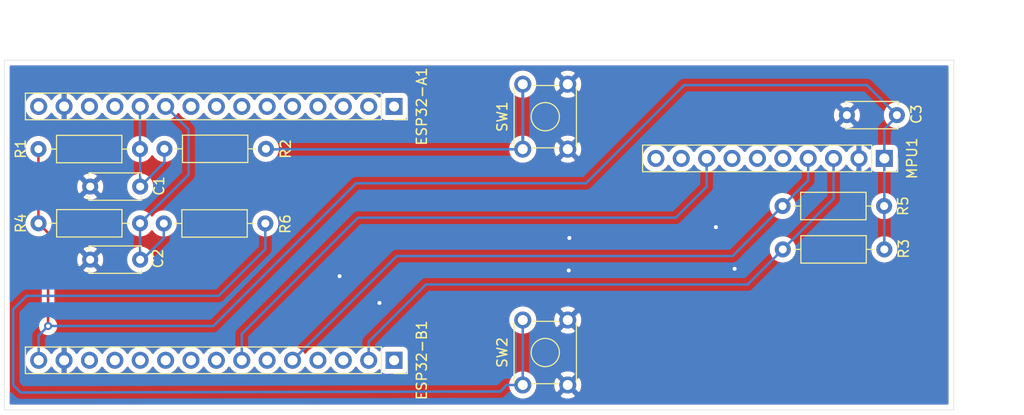
<source format=kicad_pcb>
(kicad_pcb (version 20171130) (host pcbnew "(5.1.10)-1")

  (general
    (thickness 1.6)
    (drawings 13)
    (tracks 73)
    (zones 0)
    (modules 14)
    (nets 37)
  )

  (page A4)
  (title_block
    (date 2021-10-04)
    (rev v0.1.0)
    (company "Universitat de Barcelona")
    (comment 1 "Repo: https://github.com/TheAlbertDev/pcb-esp32-imu")
    (comment 2 "Social networks: @thealbertdev")
    (comment 3 "E-mail: albertalvarez@ub.edu; hello@thealbert.dev")
    (comment 4 "Author: Albert Álvarez-Carulla")
  )

  (layers
    (0 F.Cu signal)
    (31 B.Cu signal)
    (32 B.Adhes user)
    (33 F.Adhes user)
    (34 B.Paste user)
    (35 F.Paste user)
    (36 B.SilkS user)
    (37 F.SilkS user)
    (38 B.Mask user)
    (39 F.Mask user)
    (40 Dwgs.User user)
    (41 Cmts.User user)
    (42 Eco1.User user)
    (43 Eco2.User user)
    (44 Edge.Cuts user)
    (45 Margin user)
    (46 B.CrtYd user)
    (47 F.CrtYd user)
    (48 B.Fab user hide)
    (49 F.Fab user hide)
  )

  (setup
    (last_trace_width 0.3)
    (user_trace_width 0.3)
    (trace_clearance 0.2)
    (zone_clearance 0.508)
    (zone_45_only no)
    (trace_min 0.2)
    (via_size 0.8)
    (via_drill 0.4)
    (via_min_size 0.4)
    (via_min_drill 0.3)
    (uvia_size 0.3)
    (uvia_drill 0.1)
    (uvias_allowed no)
    (uvia_min_size 0.2)
    (uvia_min_drill 0.1)
    (edge_width 0.05)
    (segment_width 0.2)
    (pcb_text_width 0.3)
    (pcb_text_size 1.5 1.5)
    (mod_edge_width 0.12)
    (mod_text_size 1 1)
    (mod_text_width 0.15)
    (pad_size 1.524 1.524)
    (pad_drill 0.762)
    (pad_to_mask_clearance 0)
    (aux_axis_origin 0 0)
    (visible_elements FFFFFF7F)
    (pcbplotparams
      (layerselection 0x01000_ffffffff)
      (usegerberextensions false)
      (usegerberattributes false)
      (usegerberadvancedattributes false)
      (creategerberjobfile false)
      (excludeedgelayer false)
      (linewidth 0.100000)
      (plotframeref false)
      (viasonmask false)
      (mode 1)
      (useauxorigin false)
      (hpglpennumber 1)
      (hpglpenspeed 20)
      (hpglpendiameter 15.000000)
      (psnegative false)
      (psa4output false)
      (plotreference true)
      (plotvalue false)
      (plotinvisibletext false)
      (padsonsilk true)
      (subtractmaskfromsilk false)
      (outputformat 1)
      (mirror false)
      (drillshape 0)
      (scaleselection 1)
      (outputdirectory "output/gerbers/"))
  )

  (net 0 "")
  (net 1 GND)
  (net 2 "Net-(C1-Pad1)")
  (net 3 "Net-(C2-Pad1)")
  (net 4 +3V3)
  (net 5 "Net-(ESP32-A1-Pad15)")
  (net 6 "Net-(ESP32-A1-Pad13)")
  (net 7 "Net-(ESP32-A1-Pad12)")
  (net 8 "Net-(ESP32-A1-Pad9)")
  (net 9 "Net-(ESP32-A1-Pad8)")
  (net 10 "Net-(ESP32-A1-Pad7)")
  (net 11 "Net-(ESP32-A1-Pad6)")
  (net 12 "Net-(ESP32-A1-Pad5)")
  (net 13 "Net-(ESP32-A1-Pad4)")
  (net 14 "Net-(ESP32-A1-Pad3)")
  (net 15 "Net-(ESP32-A1-Pad2)")
  (net 16 "Net-(ESP32-A1-Pad1)")
  (net 17 "Net-(ESP32-B1-Pad13)")
  (net 18 "Net-(ESP32-B1-Pad12)")
  (net 19 "Net-(ESP32-B1-Pad11)")
  (net 20 "Net-(ESP32-B1-Pad10)")
  (net 21 "Net-(ESP32-B1-Pad9)")
  (net 22 "Net-(ESP32-B1-Pad8)")
  (net 23 /INT)
  (net 24 "Net-(ESP32-B1-Pad6)")
  (net 25 /SDA)
  (net 26 "Net-(ESP32-B1-Pad4)")
  (net 27 "Net-(ESP32-B1-Pad3)")
  (net 28 /SCL)
  (net 29 "Net-(ESP32-B1-Pad1)")
  (net 30 "Net-(MPU1-Pad10)")
  (net 31 "Net-(MPU1-Pad9)")
  (net 32 "Net-(MPU1-Pad7)")
  (net 33 "Net-(MPU1-Pad6)")
  (net 34 "Net-(MPU1-Pad5)")
  (net 35 "Net-(R2-Pad1)")
  (net 36 "Net-(R6-Pad1)")

  (net_class Default "This is the default net class."
    (clearance 0.2)
    (trace_width 0.25)
    (via_dia 0.8)
    (via_drill 0.4)
    (uvia_dia 0.3)
    (uvia_drill 0.1)
    (add_net +3V3)
    (add_net /INT)
    (add_net /SCL)
    (add_net /SDA)
    (add_net GND)
    (add_net "Net-(C1-Pad1)")
    (add_net "Net-(C2-Pad1)")
    (add_net "Net-(ESP32-A1-Pad1)")
    (add_net "Net-(ESP32-A1-Pad12)")
    (add_net "Net-(ESP32-A1-Pad13)")
    (add_net "Net-(ESP32-A1-Pad15)")
    (add_net "Net-(ESP32-A1-Pad2)")
    (add_net "Net-(ESP32-A1-Pad3)")
    (add_net "Net-(ESP32-A1-Pad4)")
    (add_net "Net-(ESP32-A1-Pad5)")
    (add_net "Net-(ESP32-A1-Pad6)")
    (add_net "Net-(ESP32-A1-Pad7)")
    (add_net "Net-(ESP32-A1-Pad8)")
    (add_net "Net-(ESP32-A1-Pad9)")
    (add_net "Net-(ESP32-B1-Pad1)")
    (add_net "Net-(ESP32-B1-Pad10)")
    (add_net "Net-(ESP32-B1-Pad11)")
    (add_net "Net-(ESP32-B1-Pad12)")
    (add_net "Net-(ESP32-B1-Pad13)")
    (add_net "Net-(ESP32-B1-Pad3)")
    (add_net "Net-(ESP32-B1-Pad4)")
    (add_net "Net-(ESP32-B1-Pad6)")
    (add_net "Net-(ESP32-B1-Pad8)")
    (add_net "Net-(ESP32-B1-Pad9)")
    (add_net "Net-(MPU1-Pad10)")
    (add_net "Net-(MPU1-Pad5)")
    (add_net "Net-(MPU1-Pad6)")
    (add_net "Net-(MPU1-Pad7)")
    (add_net "Net-(MPU1-Pad9)")
    (add_net "Net-(R2-Pad1)")
    (add_net "Net-(R6-Pad1)")
  )

  (module Button_Switch_THT:SW_TH_Tactile_Omron_B3F-10xx (layer F.Cu) (tedit 5D84F0EF) (tstamp 615B3610)
    (at 155.07716 114.79784 90)
    (descr SW_TH_Tactile_Omron_B3F-10xx_https://www.omron.com/ecb/products/pdf/en-b3f.pdf)
    (tags "Omron B3F-10xx")
    (path /615CBDDC)
    (fp_text reference SW2 (at 3.25 -2.05 90) (layer F.SilkS)
      (effects (font (size 1 1) (thickness 0.15)))
    )
    (fp_text value SW_MEC_5E (at 3.2 6.5 90) (layer F.Fab)
      (effects (font (size 1 1) (thickness 0.15)))
    )
    (fp_text user %R (at 3.25 2.25 90) (layer F.Fab)
      (effects (font (size 1 1) (thickness 0.15)))
    )
    (fp_line (start 0.25 -0.75) (end 0.25 5.25) (layer F.Fab) (width 0.1))
    (fp_line (start 6.25 -0.75) (end 6.25 5.25) (layer F.Fab) (width 0.1))
    (fp_line (start 0.25 -0.75) (end 6.25 -0.75) (layer F.Fab) (width 0.1))
    (fp_line (start 7.6 5.6) (end 7.6 -1.1) (layer F.CrtYd) (width 0.05))
    (fp_line (start -1.1 5.6) (end 7.6 5.6) (layer F.CrtYd) (width 0.05))
    (fp_line (start -1.1 -1.1) (end -1.1 5.6) (layer F.CrtYd) (width 0.05))
    (fp_circle (center 3.25 2.25) (end 4.25 3.25) (layer F.SilkS) (width 0.12))
    (fp_line (start 0.28 5.37) (end 6.22 5.37) (layer F.SilkS) (width 0.12))
    (fp_line (start 0.28 -0.87) (end 6.22 -0.87) (layer F.SilkS) (width 0.12))
    (fp_line (start 0.13 3.59) (end 0.13 0.91) (layer F.SilkS) (width 0.12))
    (fp_line (start 6.37 0.91) (end 6.37 3.59) (layer F.SilkS) (width 0.12))
    (fp_line (start 0.25 5.25) (end 6.25 5.25) (layer F.Fab) (width 0.1))
    (fp_line (start -1.1 -1.1) (end 7.6 -1.1) (layer F.CrtYd) (width 0.05))
    (pad 1 thru_hole circle (at 0 0 90) (size 1.7 1.7) (drill 1) (layers *.Cu *.Mask)
      (net 36 "Net-(R6-Pad1)"))
    (pad 2 thru_hole circle (at 6.5 0 90) (size 1.7 1.7) (drill 1) (layers *.Cu *.Mask)
      (net 36 "Net-(R6-Pad1)"))
    (pad 3 thru_hole circle (at 0 4.5 90) (size 1.7 1.7) (drill 1) (layers *.Cu *.Mask)
      (net 1 GND))
    (pad 4 thru_hole circle (at 6.5 4.5 90) (size 1.7 1.7) (drill 1) (layers *.Cu *.Mask)
      (net 1 GND))
    (model ${KISYS3DMOD}/Button_Switch_THT.3dshapes/SW_TH_Tactile_Omron_B3F-10xx.wrl
      (at (xyz 0 0 0))
      (scale (xyz 1 1 1))
      (rotate (xyz 0 0 0))
    )
  )

  (module Button_Switch_THT:SW_TH_Tactile_Omron_B3F-10xx (layer F.Cu) (tedit 5D84F0EF) (tstamp 615B23D0)
    (at 155.07716 91.20124 90)
    (descr SW_TH_Tactile_Omron_B3F-10xx_https://www.omron.com/ecb/products/pdf/en-b3f.pdf)
    (tags "Omron B3F-10xx")
    (path /615D8900)
    (fp_text reference SW1 (at 3.25 -2.05 90) (layer F.SilkS)
      (effects (font (size 1 1) (thickness 0.15)))
    )
    (fp_text value SW_MEC_5E (at 3.2 6.5 90) (layer F.Fab)
      (effects (font (size 1 1) (thickness 0.15)))
    )
    (fp_text user %R (at 3.25 2.25 90) (layer F.Fab)
      (effects (font (size 1 1) (thickness 0.15)))
    )
    (fp_line (start 0.25 -0.75) (end 0.25 5.25) (layer F.Fab) (width 0.1))
    (fp_line (start 6.25 -0.75) (end 6.25 5.25) (layer F.Fab) (width 0.1))
    (fp_line (start 0.25 -0.75) (end 6.25 -0.75) (layer F.Fab) (width 0.1))
    (fp_line (start 7.6 5.6) (end 7.6 -1.1) (layer F.CrtYd) (width 0.05))
    (fp_line (start -1.1 5.6) (end 7.6 5.6) (layer F.CrtYd) (width 0.05))
    (fp_line (start -1.1 -1.1) (end -1.1 5.6) (layer F.CrtYd) (width 0.05))
    (fp_circle (center 3.25 2.25) (end 4.25 3.25) (layer F.SilkS) (width 0.12))
    (fp_line (start 0.28 5.37) (end 6.22 5.37) (layer F.SilkS) (width 0.12))
    (fp_line (start 0.28 -0.87) (end 6.22 -0.87) (layer F.SilkS) (width 0.12))
    (fp_line (start 0.13 3.59) (end 0.13 0.91) (layer F.SilkS) (width 0.12))
    (fp_line (start 6.37 0.91) (end 6.37 3.59) (layer F.SilkS) (width 0.12))
    (fp_line (start 0.25 5.25) (end 6.25 5.25) (layer F.Fab) (width 0.1))
    (fp_line (start -1.1 -1.1) (end 7.6 -1.1) (layer F.CrtYd) (width 0.05))
    (pad 1 thru_hole circle (at 0 0 90) (size 1.7 1.7) (drill 1) (layers *.Cu *.Mask)
      (net 35 "Net-(R2-Pad1)"))
    (pad 2 thru_hole circle (at 6.5 0 90) (size 1.7 1.7) (drill 1) (layers *.Cu *.Mask)
      (net 35 "Net-(R2-Pad1)"))
    (pad 3 thru_hole circle (at 0 4.5 90) (size 1.7 1.7) (drill 1) (layers *.Cu *.Mask)
      (net 1 GND))
    (pad 4 thru_hole circle (at 6.5 4.5 90) (size 1.7 1.7) (drill 1) (layers *.Cu *.Mask)
      (net 1 GND))
    (model ${KISYS3DMOD}/Button_Switch_THT.3dshapes/SW_TH_Tactile_Omron_B3F-10xx.wrl
      (at (xyz 0 0 0))
      (scale (xyz 1 1 1))
      (rotate (xyz 0 0 0))
    )
  )

  (module Resistor_THT:R_Axial_DIN0207_L6.3mm_D2.5mm_P10.16mm_Horizontal (layer F.Cu) (tedit 5AE5139B) (tstamp 615B23BA)
    (at 129.31648 98.63328 180)
    (descr "Resistor, Axial_DIN0207 series, Axial, Horizontal, pin pitch=10.16mm, 0.25W = 1/4W, length*diameter=6.3*2.5mm^2, http://cdn-reichelt.de/documents/datenblatt/B400/1_4W%23YAG.pdf")
    (tags "Resistor Axial_DIN0207 series Axial Horizontal pin pitch 10.16mm 0.25W = 1/4W length 6.3mm diameter 2.5mm")
    (path /615CEE52)
    (fp_text reference R6 (at -2.0066 -0.05588 270) (layer F.SilkS)
      (effects (font (size 1 1) (thickness 0.15)))
    )
    (fp_text value 1k (at 5.08 2.37) (layer F.Fab)
      (effects (font (size 1 1) (thickness 0.15)))
    )
    (fp_text user %R (at 5.08 0) (layer F.Fab)
      (effects (font (size 1 1) (thickness 0.15)))
    )
    (fp_line (start 1.93 -1.25) (end 1.93 1.25) (layer F.Fab) (width 0.1))
    (fp_line (start 1.93 1.25) (end 8.23 1.25) (layer F.Fab) (width 0.1))
    (fp_line (start 8.23 1.25) (end 8.23 -1.25) (layer F.Fab) (width 0.1))
    (fp_line (start 8.23 -1.25) (end 1.93 -1.25) (layer F.Fab) (width 0.1))
    (fp_line (start 0 0) (end 1.93 0) (layer F.Fab) (width 0.1))
    (fp_line (start 10.16 0) (end 8.23 0) (layer F.Fab) (width 0.1))
    (fp_line (start 1.81 -1.37) (end 1.81 1.37) (layer F.SilkS) (width 0.12))
    (fp_line (start 1.81 1.37) (end 8.35 1.37) (layer F.SilkS) (width 0.12))
    (fp_line (start 8.35 1.37) (end 8.35 -1.37) (layer F.SilkS) (width 0.12))
    (fp_line (start 8.35 -1.37) (end 1.81 -1.37) (layer F.SilkS) (width 0.12))
    (fp_line (start 1.04 0) (end 1.81 0) (layer F.SilkS) (width 0.12))
    (fp_line (start 9.12 0) (end 8.35 0) (layer F.SilkS) (width 0.12))
    (fp_line (start -1.05 -1.5) (end -1.05 1.5) (layer F.CrtYd) (width 0.05))
    (fp_line (start -1.05 1.5) (end 11.21 1.5) (layer F.CrtYd) (width 0.05))
    (fp_line (start 11.21 1.5) (end 11.21 -1.5) (layer F.CrtYd) (width 0.05))
    (fp_line (start 11.21 -1.5) (end -1.05 -1.5) (layer F.CrtYd) (width 0.05))
    (pad 2 thru_hole oval (at 10.16 0 180) (size 1.6 1.6) (drill 0.8) (layers *.Cu *.Mask)
      (net 3 "Net-(C2-Pad1)"))
    (pad 1 thru_hole circle (at 0 0 180) (size 1.6 1.6) (drill 0.8) (layers *.Cu *.Mask)
      (net 36 "Net-(R6-Pad1)"))
    (model ${KISYS3DMOD}/Resistor_THT.3dshapes/R_Axial_DIN0207_L6.3mm_D2.5mm_P10.16mm_Horizontal.wrl
      (at (xyz 0 0 0))
      (scale (xyz 1 1 1))
      (rotate (xyz 0 0 0))
    )
  )

  (module Resistor_THT:R_Axial_DIN0207_L6.3mm_D2.5mm_P10.16mm_Horizontal (layer F.Cu) (tedit 5AE5139B) (tstamp 615B23A3)
    (at 191.2366 96.89084 180)
    (descr "Resistor, Axial_DIN0207 series, Axial, Horizontal, pin pitch=10.16mm, 0.25W = 1/4W, length*diameter=6.3*2.5mm^2, http://cdn-reichelt.de/documents/datenblatt/B400/1_4W%23YAG.pdf")
    (tags "Resistor Axial_DIN0207 series Axial Horizontal pin pitch 10.16mm 0.25W = 1/4W length 6.3mm diameter 2.5mm")
    (path /615B6B79)
    (fp_text reference R5 (at -1.89484 -0.00508 270) (layer F.SilkS)
      (effects (font (size 1 1) (thickness 0.15)))
    )
    (fp_text value 2k2 (at 5.08 2.37) (layer F.Fab)
      (effects (font (size 1 1) (thickness 0.15)))
    )
    (fp_text user %R (at 5.08 0) (layer F.Fab)
      (effects (font (size 1 1) (thickness 0.15)))
    )
    (fp_line (start 1.93 -1.25) (end 1.93 1.25) (layer F.Fab) (width 0.1))
    (fp_line (start 1.93 1.25) (end 8.23 1.25) (layer F.Fab) (width 0.1))
    (fp_line (start 8.23 1.25) (end 8.23 -1.25) (layer F.Fab) (width 0.1))
    (fp_line (start 8.23 -1.25) (end 1.93 -1.25) (layer F.Fab) (width 0.1))
    (fp_line (start 0 0) (end 1.93 0) (layer F.Fab) (width 0.1))
    (fp_line (start 10.16 0) (end 8.23 0) (layer F.Fab) (width 0.1))
    (fp_line (start 1.81 -1.37) (end 1.81 1.37) (layer F.SilkS) (width 0.12))
    (fp_line (start 1.81 1.37) (end 8.35 1.37) (layer F.SilkS) (width 0.12))
    (fp_line (start 8.35 1.37) (end 8.35 -1.37) (layer F.SilkS) (width 0.12))
    (fp_line (start 8.35 -1.37) (end 1.81 -1.37) (layer F.SilkS) (width 0.12))
    (fp_line (start 1.04 0) (end 1.81 0) (layer F.SilkS) (width 0.12))
    (fp_line (start 9.12 0) (end 8.35 0) (layer F.SilkS) (width 0.12))
    (fp_line (start -1.05 -1.5) (end -1.05 1.5) (layer F.CrtYd) (width 0.05))
    (fp_line (start -1.05 1.5) (end 11.21 1.5) (layer F.CrtYd) (width 0.05))
    (fp_line (start 11.21 1.5) (end 11.21 -1.5) (layer F.CrtYd) (width 0.05))
    (fp_line (start 11.21 -1.5) (end -1.05 -1.5) (layer F.CrtYd) (width 0.05))
    (pad 2 thru_hole oval (at 10.16 0 180) (size 1.6 1.6) (drill 0.8) (layers *.Cu *.Mask)
      (net 25 /SDA))
    (pad 1 thru_hole circle (at 0 0 180) (size 1.6 1.6) (drill 0.8) (layers *.Cu *.Mask)
      (net 4 +3V3))
    (model ${KISYS3DMOD}/Resistor_THT.3dshapes/R_Axial_DIN0207_L6.3mm_D2.5mm_P10.16mm_Horizontal.wrl
      (at (xyz 0 0 0))
      (scale (xyz 1 1 1))
      (rotate (xyz 0 0 0))
    )
  )

  (module Resistor_THT:R_Axial_DIN0207_L6.3mm_D2.5mm_P10.16mm_Horizontal (layer F.Cu) (tedit 5AE5139B) (tstamp 615B2DF9)
    (at 106.62412 98.61804)
    (descr "Resistor, Axial_DIN0207 series, Axial, Horizontal, pin pitch=10.16mm, 0.25W = 1/4W, length*diameter=6.3*2.5mm^2, http://cdn-reichelt.de/documents/datenblatt/B400/1_4W%23YAG.pdf")
    (tags "Resistor Axial_DIN0207 series Axial Horizontal pin pitch 10.16mm 0.25W = 1/4W length 6.3mm diameter 2.5mm")
    (path /615CDE0F)
    (fp_text reference R4 (at -1.778 -0.01016 270) (layer F.SilkS)
      (effects (font (size 1 1) (thickness 0.15)))
    )
    (fp_text value 10k (at 5.08 2.37) (layer F.Fab)
      (effects (font (size 1 1) (thickness 0.15)))
    )
    (fp_text user %R (at 5.08 0) (layer F.Fab)
      (effects (font (size 1 1) (thickness 0.15)))
    )
    (fp_line (start 1.93 -1.25) (end 1.93 1.25) (layer F.Fab) (width 0.1))
    (fp_line (start 1.93 1.25) (end 8.23 1.25) (layer F.Fab) (width 0.1))
    (fp_line (start 8.23 1.25) (end 8.23 -1.25) (layer F.Fab) (width 0.1))
    (fp_line (start 8.23 -1.25) (end 1.93 -1.25) (layer F.Fab) (width 0.1))
    (fp_line (start 0 0) (end 1.93 0) (layer F.Fab) (width 0.1))
    (fp_line (start 10.16 0) (end 8.23 0) (layer F.Fab) (width 0.1))
    (fp_line (start 1.81 -1.37) (end 1.81 1.37) (layer F.SilkS) (width 0.12))
    (fp_line (start 1.81 1.37) (end 8.35 1.37) (layer F.SilkS) (width 0.12))
    (fp_line (start 8.35 1.37) (end 8.35 -1.37) (layer F.SilkS) (width 0.12))
    (fp_line (start 8.35 -1.37) (end 1.81 -1.37) (layer F.SilkS) (width 0.12))
    (fp_line (start 1.04 0) (end 1.81 0) (layer F.SilkS) (width 0.12))
    (fp_line (start 9.12 0) (end 8.35 0) (layer F.SilkS) (width 0.12))
    (fp_line (start -1.05 -1.5) (end -1.05 1.5) (layer F.CrtYd) (width 0.05))
    (fp_line (start -1.05 1.5) (end 11.21 1.5) (layer F.CrtYd) (width 0.05))
    (fp_line (start 11.21 1.5) (end 11.21 -1.5) (layer F.CrtYd) (width 0.05))
    (fp_line (start 11.21 -1.5) (end -1.05 -1.5) (layer F.CrtYd) (width 0.05))
    (pad 2 thru_hole oval (at 10.16 0) (size 1.6 1.6) (drill 0.8) (layers *.Cu *.Mask)
      (net 3 "Net-(C2-Pad1)"))
    (pad 1 thru_hole circle (at 0 0) (size 1.6 1.6) (drill 0.8) (layers *.Cu *.Mask)
      (net 4 +3V3))
    (model ${KISYS3DMOD}/Resistor_THT.3dshapes/R_Axial_DIN0207_L6.3mm_D2.5mm_P10.16mm_Horizontal.wrl
      (at (xyz 0 0 0))
      (scale (xyz 1 1 1))
      (rotate (xyz 0 0 0))
    )
  )

  (module Resistor_THT:R_Axial_DIN0207_L6.3mm_D2.5mm_P10.16mm_Horizontal (layer F.Cu) (tedit 5AE5139B) (tstamp 615B2375)
    (at 191.25692 101.22916 180)
    (descr "Resistor, Axial_DIN0207 series, Axial, Horizontal, pin pitch=10.16mm, 0.25W = 1/4W, length*diameter=6.3*2.5mm^2, http://cdn-reichelt.de/documents/datenblatt/B400/1_4W%23YAG.pdf")
    (tags "Resistor Axial_DIN0207 series Axial Horizontal pin pitch 10.16mm 0.25W = 1/4W length 6.3mm diameter 2.5mm")
    (path /615B6811)
    (fp_text reference R3 (at -1.94056 0.06096 270) (layer F.SilkS)
      (effects (font (size 1 1) (thickness 0.15)))
    )
    (fp_text value 2k2 (at 5.08 2.37) (layer F.Fab)
      (effects (font (size 1 1) (thickness 0.15)))
    )
    (fp_text user %R (at 5.08 0) (layer F.Fab)
      (effects (font (size 1 1) (thickness 0.15)))
    )
    (fp_line (start 1.93 -1.25) (end 1.93 1.25) (layer F.Fab) (width 0.1))
    (fp_line (start 1.93 1.25) (end 8.23 1.25) (layer F.Fab) (width 0.1))
    (fp_line (start 8.23 1.25) (end 8.23 -1.25) (layer F.Fab) (width 0.1))
    (fp_line (start 8.23 -1.25) (end 1.93 -1.25) (layer F.Fab) (width 0.1))
    (fp_line (start 0 0) (end 1.93 0) (layer F.Fab) (width 0.1))
    (fp_line (start 10.16 0) (end 8.23 0) (layer F.Fab) (width 0.1))
    (fp_line (start 1.81 -1.37) (end 1.81 1.37) (layer F.SilkS) (width 0.12))
    (fp_line (start 1.81 1.37) (end 8.35 1.37) (layer F.SilkS) (width 0.12))
    (fp_line (start 8.35 1.37) (end 8.35 -1.37) (layer F.SilkS) (width 0.12))
    (fp_line (start 8.35 -1.37) (end 1.81 -1.37) (layer F.SilkS) (width 0.12))
    (fp_line (start 1.04 0) (end 1.81 0) (layer F.SilkS) (width 0.12))
    (fp_line (start 9.12 0) (end 8.35 0) (layer F.SilkS) (width 0.12))
    (fp_line (start -1.05 -1.5) (end -1.05 1.5) (layer F.CrtYd) (width 0.05))
    (fp_line (start -1.05 1.5) (end 11.21 1.5) (layer F.CrtYd) (width 0.05))
    (fp_line (start 11.21 1.5) (end 11.21 -1.5) (layer F.CrtYd) (width 0.05))
    (fp_line (start 11.21 -1.5) (end -1.05 -1.5) (layer F.CrtYd) (width 0.05))
    (pad 2 thru_hole oval (at 10.16 0 180) (size 1.6 1.6) (drill 0.8) (layers *.Cu *.Mask)
      (net 28 /SCL))
    (pad 1 thru_hole circle (at 0 0 180) (size 1.6 1.6) (drill 0.8) (layers *.Cu *.Mask)
      (net 4 +3V3))
    (model ${KISYS3DMOD}/Resistor_THT.3dshapes/R_Axial_DIN0207_L6.3mm_D2.5mm_P10.16mm_Horizontal.wrl
      (at (xyz 0 0 0))
      (scale (xyz 1 1 1))
      (rotate (xyz 0 0 0))
    )
  )

  (module Resistor_THT:R_Axial_DIN0207_L6.3mm_D2.5mm_P10.16mm_Horizontal (layer F.Cu) (tedit 5AE5139B) (tstamp 615B235E)
    (at 129.37744 91.16568 180)
    (descr "Resistor, Axial_DIN0207 series, Axial, Horizontal, pin pitch=10.16mm, 0.25W = 1/4W, length*diameter=6.3*2.5mm^2, http://cdn-reichelt.de/documents/datenblatt/B400/1_4W%23YAG.pdf")
    (tags "Resistor Axial_DIN0207 series Axial Horizontal pin pitch 10.16mm 0.25W = 1/4W length 6.3mm diameter 2.5mm")
    (path /615D8913)
    (fp_text reference R2 (at -1.9812 -0.01016 270) (layer F.SilkS)
      (effects (font (size 1 1) (thickness 0.15)))
    )
    (fp_text value 1k (at 5.08 2.37) (layer F.Fab)
      (effects (font (size 1 1) (thickness 0.15)))
    )
    (fp_text user %R (at 5.08 0) (layer F.Fab)
      (effects (font (size 1 1) (thickness 0.15)))
    )
    (fp_line (start 1.93 -1.25) (end 1.93 1.25) (layer F.Fab) (width 0.1))
    (fp_line (start 1.93 1.25) (end 8.23 1.25) (layer F.Fab) (width 0.1))
    (fp_line (start 8.23 1.25) (end 8.23 -1.25) (layer F.Fab) (width 0.1))
    (fp_line (start 8.23 -1.25) (end 1.93 -1.25) (layer F.Fab) (width 0.1))
    (fp_line (start 0 0) (end 1.93 0) (layer F.Fab) (width 0.1))
    (fp_line (start 10.16 0) (end 8.23 0) (layer F.Fab) (width 0.1))
    (fp_line (start 1.81 -1.37) (end 1.81 1.37) (layer F.SilkS) (width 0.12))
    (fp_line (start 1.81 1.37) (end 8.35 1.37) (layer F.SilkS) (width 0.12))
    (fp_line (start 8.35 1.37) (end 8.35 -1.37) (layer F.SilkS) (width 0.12))
    (fp_line (start 8.35 -1.37) (end 1.81 -1.37) (layer F.SilkS) (width 0.12))
    (fp_line (start 1.04 0) (end 1.81 0) (layer F.SilkS) (width 0.12))
    (fp_line (start 9.12 0) (end 8.35 0) (layer F.SilkS) (width 0.12))
    (fp_line (start -1.05 -1.5) (end -1.05 1.5) (layer F.CrtYd) (width 0.05))
    (fp_line (start -1.05 1.5) (end 11.21 1.5) (layer F.CrtYd) (width 0.05))
    (fp_line (start 11.21 1.5) (end 11.21 -1.5) (layer F.CrtYd) (width 0.05))
    (fp_line (start 11.21 -1.5) (end -1.05 -1.5) (layer F.CrtYd) (width 0.05))
    (pad 2 thru_hole oval (at 10.16 0 180) (size 1.6 1.6) (drill 0.8) (layers *.Cu *.Mask)
      (net 2 "Net-(C1-Pad1)"))
    (pad 1 thru_hole circle (at 0 0 180) (size 1.6 1.6) (drill 0.8) (layers *.Cu *.Mask)
      (net 35 "Net-(R2-Pad1)"))
    (model ${KISYS3DMOD}/Resistor_THT.3dshapes/R_Axial_DIN0207_L6.3mm_D2.5mm_P10.16mm_Horizontal.wrl
      (at (xyz 0 0 0))
      (scale (xyz 1 1 1))
      (rotate (xyz 0 0 0))
    )
  )

  (module Resistor_THT:R_Axial_DIN0207_L6.3mm_D2.5mm_P10.16mm_Horizontal (layer F.Cu) (tedit 5AE5139B) (tstamp 615B2347)
    (at 106.61396 91.19108)
    (descr "Resistor, Axial_DIN0207 series, Axial, Horizontal, pin pitch=10.16mm, 0.25W = 1/4W, length*diameter=6.3*2.5mm^2, http://cdn-reichelt.de/documents/datenblatt/B400/1_4W%23YAG.pdf")
    (tags "Resistor Axial_DIN0207 series Axial Horizontal pin pitch 10.16mm 0.25W = 1/4W length 6.3mm diameter 2.5mm")
    (path /615D8906)
    (fp_text reference R1 (at -1.778 -0.01524 270) (layer F.SilkS)
      (effects (font (size 1 1) (thickness 0.15)))
    )
    (fp_text value 10k (at 5.08 2.37) (layer F.Fab)
      (effects (font (size 1 1) (thickness 0.15)))
    )
    (fp_text user %R (at 5.08 0) (layer F.Fab)
      (effects (font (size 1 1) (thickness 0.15)))
    )
    (fp_line (start 1.93 -1.25) (end 1.93 1.25) (layer F.Fab) (width 0.1))
    (fp_line (start 1.93 1.25) (end 8.23 1.25) (layer F.Fab) (width 0.1))
    (fp_line (start 8.23 1.25) (end 8.23 -1.25) (layer F.Fab) (width 0.1))
    (fp_line (start 8.23 -1.25) (end 1.93 -1.25) (layer F.Fab) (width 0.1))
    (fp_line (start 0 0) (end 1.93 0) (layer F.Fab) (width 0.1))
    (fp_line (start 10.16 0) (end 8.23 0) (layer F.Fab) (width 0.1))
    (fp_line (start 1.81 -1.37) (end 1.81 1.37) (layer F.SilkS) (width 0.12))
    (fp_line (start 1.81 1.37) (end 8.35 1.37) (layer F.SilkS) (width 0.12))
    (fp_line (start 8.35 1.37) (end 8.35 -1.37) (layer F.SilkS) (width 0.12))
    (fp_line (start 8.35 -1.37) (end 1.81 -1.37) (layer F.SilkS) (width 0.12))
    (fp_line (start 1.04 0) (end 1.81 0) (layer F.SilkS) (width 0.12))
    (fp_line (start 9.12 0) (end 8.35 0) (layer F.SilkS) (width 0.12))
    (fp_line (start -1.05 -1.5) (end -1.05 1.5) (layer F.CrtYd) (width 0.05))
    (fp_line (start -1.05 1.5) (end 11.21 1.5) (layer F.CrtYd) (width 0.05))
    (fp_line (start 11.21 1.5) (end 11.21 -1.5) (layer F.CrtYd) (width 0.05))
    (fp_line (start 11.21 -1.5) (end -1.05 -1.5) (layer F.CrtYd) (width 0.05))
    (pad 2 thru_hole oval (at 10.16 0) (size 1.6 1.6) (drill 0.8) (layers *.Cu *.Mask)
      (net 2 "Net-(C1-Pad1)"))
    (pad 1 thru_hole circle (at 0 0) (size 1.6 1.6) (drill 0.8) (layers *.Cu *.Mask)
      (net 4 +3V3))
    (model ${KISYS3DMOD}/Resistor_THT.3dshapes/R_Axial_DIN0207_L6.3mm_D2.5mm_P10.16mm_Horizontal.wrl
      (at (xyz 0 0 0))
      (scale (xyz 1 1 1))
      (rotate (xyz 0 0 0))
    )
  )

  (module Connector_PinSocket_2.54mm:PinSocket_1x10_P2.54mm_Vertical (layer F.Cu) (tedit 5A19A425) (tstamp 615B2330)
    (at 191.25692 92.1244 270)
    (descr "Through hole straight socket strip, 1x10, 2.54mm pitch, single row (from Kicad 4.0.7), script generated")
    (tags "Through hole socket strip THT 1x10 2.54mm single row")
    (path /615C123B)
    (fp_text reference MPU1 (at 0 -2.77 90) (layer F.SilkS)
      (effects (font (size 1 1) (thickness 0.15)))
    )
    (fp_text value Conn_01x10_Female (at 0 25.63 90) (layer F.Fab)
      (effects (font (size 1 1) (thickness 0.15)))
    )
    (fp_text user %R (at 0 11.43) (layer F.Fab)
      (effects (font (size 1 1) (thickness 0.15)))
    )
    (fp_line (start -1.27 -1.27) (end 0.635 -1.27) (layer F.Fab) (width 0.1))
    (fp_line (start 0.635 -1.27) (end 1.27 -0.635) (layer F.Fab) (width 0.1))
    (fp_line (start 1.27 -0.635) (end 1.27 24.13) (layer F.Fab) (width 0.1))
    (fp_line (start 1.27 24.13) (end -1.27 24.13) (layer F.Fab) (width 0.1))
    (fp_line (start -1.27 24.13) (end -1.27 -1.27) (layer F.Fab) (width 0.1))
    (fp_line (start -1.33 1.27) (end 1.33 1.27) (layer F.SilkS) (width 0.12))
    (fp_line (start -1.33 1.27) (end -1.33 24.19) (layer F.SilkS) (width 0.12))
    (fp_line (start -1.33 24.19) (end 1.33 24.19) (layer F.SilkS) (width 0.12))
    (fp_line (start 1.33 1.27) (end 1.33 24.19) (layer F.SilkS) (width 0.12))
    (fp_line (start 1.33 -1.33) (end 1.33 0) (layer F.SilkS) (width 0.12))
    (fp_line (start 0 -1.33) (end 1.33 -1.33) (layer F.SilkS) (width 0.12))
    (fp_line (start -1.8 -1.8) (end 1.75 -1.8) (layer F.CrtYd) (width 0.05))
    (fp_line (start 1.75 -1.8) (end 1.75 24.6) (layer F.CrtYd) (width 0.05))
    (fp_line (start 1.75 24.6) (end -1.8 24.6) (layer F.CrtYd) (width 0.05))
    (fp_line (start -1.8 24.6) (end -1.8 -1.8) (layer F.CrtYd) (width 0.05))
    (pad 10 thru_hole oval (at 0 22.86 270) (size 1.7 1.7) (drill 1) (layers *.Cu *.Mask)
      (net 30 "Net-(MPU1-Pad10)"))
    (pad 9 thru_hole oval (at 0 20.32 270) (size 1.7 1.7) (drill 1) (layers *.Cu *.Mask)
      (net 31 "Net-(MPU1-Pad9)"))
    (pad 8 thru_hole oval (at 0 17.78 270) (size 1.7 1.7) (drill 1) (layers *.Cu *.Mask)
      (net 23 /INT))
    (pad 7 thru_hole oval (at 0 15.24 270) (size 1.7 1.7) (drill 1) (layers *.Cu *.Mask)
      (net 32 "Net-(MPU1-Pad7)"))
    (pad 6 thru_hole oval (at 0 12.7 270) (size 1.7 1.7) (drill 1) (layers *.Cu *.Mask)
      (net 33 "Net-(MPU1-Pad6)"))
    (pad 5 thru_hole oval (at 0 10.16 270) (size 1.7 1.7) (drill 1) (layers *.Cu *.Mask)
      (net 34 "Net-(MPU1-Pad5)"))
    (pad 4 thru_hole oval (at 0 7.62 270) (size 1.7 1.7) (drill 1) (layers *.Cu *.Mask)
      (net 25 /SDA))
    (pad 3 thru_hole oval (at 0 5.08 270) (size 1.7 1.7) (drill 1) (layers *.Cu *.Mask)
      (net 28 /SCL))
    (pad 2 thru_hole oval (at 0 2.54 270) (size 1.7 1.7) (drill 1) (layers *.Cu *.Mask)
      (net 1 GND))
    (pad 1 thru_hole rect (at 0 0 270) (size 1.7 1.7) (drill 1) (layers *.Cu *.Mask)
      (net 4 +3V3))
    (model ${KISYS3DMOD}/Connector_PinSocket_2.54mm.3dshapes/PinSocket_1x10_P2.54mm_Vertical.wrl
      (at (xyz 0 0 0))
      (scale (xyz 1 1 1))
      (rotate (xyz 0 0 0))
    )
  )

  (module Connector_PinSocket_2.54mm:PinSocket_1x15_P2.54mm_Vertical locked (layer F.Cu) (tedit 5A19A41D) (tstamp 615B2312)
    (at 142.20072 112.3244 270)
    (descr "Through hole straight socket strip, 1x15, 2.54mm pitch, single row (from Kicad 4.0.7), script generated")
    (tags "Through hole socket strip THT 1x15 2.54mm single row")
    (path /615BAEA4)
    (fp_text reference ESP32-B1 (at 0 -2.77 90) (layer F.SilkS)
      (effects (font (size 1 1) (thickness 0.15)))
    )
    (fp_text value Conn_01x15_Female (at 0 38.33 90) (layer F.Fab)
      (effects (font (size 1 1) (thickness 0.15)))
    )
    (fp_text user %R (at 0 17.78) (layer F.Fab)
      (effects (font (size 1 1) (thickness 0.15)))
    )
    (fp_line (start -1.27 -1.27) (end 0.635 -1.27) (layer F.Fab) (width 0.1))
    (fp_line (start 0.635 -1.27) (end 1.27 -0.635) (layer F.Fab) (width 0.1))
    (fp_line (start 1.27 -0.635) (end 1.27 36.83) (layer F.Fab) (width 0.1))
    (fp_line (start 1.27 36.83) (end -1.27 36.83) (layer F.Fab) (width 0.1))
    (fp_line (start -1.27 36.83) (end -1.27 -1.27) (layer F.Fab) (width 0.1))
    (fp_line (start -1.33 1.27) (end 1.33 1.27) (layer F.SilkS) (width 0.12))
    (fp_line (start -1.33 1.27) (end -1.33 36.89) (layer F.SilkS) (width 0.12))
    (fp_line (start -1.33 36.89) (end 1.33 36.89) (layer F.SilkS) (width 0.12))
    (fp_line (start 1.33 1.27) (end 1.33 36.89) (layer F.SilkS) (width 0.12))
    (fp_line (start 1.33 -1.33) (end 1.33 0) (layer F.SilkS) (width 0.12))
    (fp_line (start 0 -1.33) (end 1.33 -1.33) (layer F.SilkS) (width 0.12))
    (fp_line (start -1.8 -1.8) (end 1.75 -1.8) (layer F.CrtYd) (width 0.05))
    (fp_line (start 1.75 -1.8) (end 1.75 37.3) (layer F.CrtYd) (width 0.05))
    (fp_line (start 1.75 37.3) (end -1.8 37.3) (layer F.CrtYd) (width 0.05))
    (fp_line (start -1.8 37.3) (end -1.8 -1.8) (layer F.CrtYd) (width 0.05))
    (pad 15 thru_hole oval (at 0 35.56 270) (size 1.7 1.7) (drill 1) (layers *.Cu *.Mask)
      (net 4 +3V3))
    (pad 14 thru_hole oval (at 0 33.02 270) (size 1.7 1.7) (drill 1) (layers *.Cu *.Mask)
      (net 1 GND))
    (pad 13 thru_hole oval (at 0 30.48 270) (size 1.7 1.7) (drill 1) (layers *.Cu *.Mask)
      (net 17 "Net-(ESP32-B1-Pad13)"))
    (pad 12 thru_hole oval (at 0 27.94 270) (size 1.7 1.7) (drill 1) (layers *.Cu *.Mask)
      (net 18 "Net-(ESP32-B1-Pad12)"))
    (pad 11 thru_hole oval (at 0 25.4 270) (size 1.7 1.7) (drill 1) (layers *.Cu *.Mask)
      (net 19 "Net-(ESP32-B1-Pad11)"))
    (pad 10 thru_hole oval (at 0 22.86 270) (size 1.7 1.7) (drill 1) (layers *.Cu *.Mask)
      (net 20 "Net-(ESP32-B1-Pad10)"))
    (pad 9 thru_hole oval (at 0 20.32 270) (size 1.7 1.7) (drill 1) (layers *.Cu *.Mask)
      (net 21 "Net-(ESP32-B1-Pad9)"))
    (pad 8 thru_hole oval (at 0 17.78 270) (size 1.7 1.7) (drill 1) (layers *.Cu *.Mask)
      (net 22 "Net-(ESP32-B1-Pad8)"))
    (pad 7 thru_hole oval (at 0 15.24 270) (size 1.7 1.7) (drill 1) (layers *.Cu *.Mask)
      (net 23 /INT))
    (pad 6 thru_hole oval (at 0 12.7 270) (size 1.7 1.7) (drill 1) (layers *.Cu *.Mask)
      (net 24 "Net-(ESP32-B1-Pad6)"))
    (pad 5 thru_hole oval (at 0 10.16 270) (size 1.7 1.7) (drill 1) (layers *.Cu *.Mask)
      (net 25 /SDA))
    (pad 4 thru_hole oval (at 0 7.62 270) (size 1.7 1.7) (drill 1) (layers *.Cu *.Mask)
      (net 26 "Net-(ESP32-B1-Pad4)"))
    (pad 3 thru_hole oval (at 0 5.08 270) (size 1.7 1.7) (drill 1) (layers *.Cu *.Mask)
      (net 27 "Net-(ESP32-B1-Pad3)"))
    (pad 2 thru_hole oval (at 0 2.54 270) (size 1.7 1.7) (drill 1) (layers *.Cu *.Mask)
      (net 28 /SCL))
    (pad 1 thru_hole rect (at 0 0 270) (size 1.7 1.7) (drill 1) (layers *.Cu *.Mask)
      (net 29 "Net-(ESP32-B1-Pad1)"))
    (model ${KISYS3DMOD}/Connector_PinSocket_2.54mm.3dshapes/PinSocket_1x15_P2.54mm_Vertical.wrl
      (at (xyz 0 0 0))
      (scale (xyz 1 1 1))
      (rotate (xyz 0 0 0))
    )
  )

  (module Connector_PinSocket_2.54mm:PinSocket_1x15_P2.54mm_Vertical locked (layer F.Cu) (tedit 5A19A41D) (tstamp 615B22EF)
    (at 142.20072 86.9244 270)
    (descr "Through hole straight socket strip, 1x15, 2.54mm pitch, single row (from Kicad 4.0.7), script generated")
    (tags "Through hole socket strip THT 1x15 2.54mm single row")
    (path /615B738C)
    (fp_text reference ESP32-A1 (at 0 -2.77 90) (layer F.SilkS)
      (effects (font (size 1 1) (thickness 0.15)))
    )
    (fp_text value Conn_01x15_Female (at 0 38.33 90) (layer F.Fab)
      (effects (font (size 1 1) (thickness 0.15)))
    )
    (fp_text user %R (at 0 17.78) (layer F.Fab)
      (effects (font (size 1 1) (thickness 0.15)))
    )
    (fp_line (start -1.27 -1.27) (end 0.635 -1.27) (layer F.Fab) (width 0.1))
    (fp_line (start 0.635 -1.27) (end 1.27 -0.635) (layer F.Fab) (width 0.1))
    (fp_line (start 1.27 -0.635) (end 1.27 36.83) (layer F.Fab) (width 0.1))
    (fp_line (start 1.27 36.83) (end -1.27 36.83) (layer F.Fab) (width 0.1))
    (fp_line (start -1.27 36.83) (end -1.27 -1.27) (layer F.Fab) (width 0.1))
    (fp_line (start -1.33 1.27) (end 1.33 1.27) (layer F.SilkS) (width 0.12))
    (fp_line (start -1.33 1.27) (end -1.33 36.89) (layer F.SilkS) (width 0.12))
    (fp_line (start -1.33 36.89) (end 1.33 36.89) (layer F.SilkS) (width 0.12))
    (fp_line (start 1.33 1.27) (end 1.33 36.89) (layer F.SilkS) (width 0.12))
    (fp_line (start 1.33 -1.33) (end 1.33 0) (layer F.SilkS) (width 0.12))
    (fp_line (start 0 -1.33) (end 1.33 -1.33) (layer F.SilkS) (width 0.12))
    (fp_line (start -1.8 -1.8) (end 1.75 -1.8) (layer F.CrtYd) (width 0.05))
    (fp_line (start 1.75 -1.8) (end 1.75 37.3) (layer F.CrtYd) (width 0.05))
    (fp_line (start 1.75 37.3) (end -1.8 37.3) (layer F.CrtYd) (width 0.05))
    (fp_line (start -1.8 37.3) (end -1.8 -1.8) (layer F.CrtYd) (width 0.05))
    (pad 15 thru_hole oval (at 0 35.56 270) (size 1.7 1.7) (drill 1) (layers *.Cu *.Mask)
      (net 5 "Net-(ESP32-A1-Pad15)"))
    (pad 14 thru_hole oval (at 0 33.02 270) (size 1.7 1.7) (drill 1) (layers *.Cu *.Mask)
      (net 1 GND))
    (pad 13 thru_hole oval (at 0 30.48 270) (size 1.7 1.7) (drill 1) (layers *.Cu *.Mask)
      (net 6 "Net-(ESP32-A1-Pad13)"))
    (pad 12 thru_hole oval (at 0 27.94 270) (size 1.7 1.7) (drill 1) (layers *.Cu *.Mask)
      (net 7 "Net-(ESP32-A1-Pad12)"))
    (pad 11 thru_hole oval (at 0 25.4 270) (size 1.7 1.7) (drill 1) (layers *.Cu *.Mask)
      (net 2 "Net-(C1-Pad1)"))
    (pad 10 thru_hole oval (at 0 22.86 270) (size 1.7 1.7) (drill 1) (layers *.Cu *.Mask)
      (net 3 "Net-(C2-Pad1)"))
    (pad 9 thru_hole oval (at 0 20.32 270) (size 1.7 1.7) (drill 1) (layers *.Cu *.Mask)
      (net 8 "Net-(ESP32-A1-Pad9)"))
    (pad 8 thru_hole oval (at 0 17.78 270) (size 1.7 1.7) (drill 1) (layers *.Cu *.Mask)
      (net 9 "Net-(ESP32-A1-Pad8)"))
    (pad 7 thru_hole oval (at 0 15.24 270) (size 1.7 1.7) (drill 1) (layers *.Cu *.Mask)
      (net 10 "Net-(ESP32-A1-Pad7)"))
    (pad 6 thru_hole oval (at 0 12.7 270) (size 1.7 1.7) (drill 1) (layers *.Cu *.Mask)
      (net 11 "Net-(ESP32-A1-Pad6)"))
    (pad 5 thru_hole oval (at 0 10.16 270) (size 1.7 1.7) (drill 1) (layers *.Cu *.Mask)
      (net 12 "Net-(ESP32-A1-Pad5)"))
    (pad 4 thru_hole oval (at 0 7.62 270) (size 1.7 1.7) (drill 1) (layers *.Cu *.Mask)
      (net 13 "Net-(ESP32-A1-Pad4)"))
    (pad 3 thru_hole oval (at 0 5.08 270) (size 1.7 1.7) (drill 1) (layers *.Cu *.Mask)
      (net 14 "Net-(ESP32-A1-Pad3)"))
    (pad 2 thru_hole oval (at 0 2.54 270) (size 1.7 1.7) (drill 1) (layers *.Cu *.Mask)
      (net 15 "Net-(ESP32-A1-Pad2)"))
    (pad 1 thru_hole rect (at 0 0 270) (size 1.7 1.7) (drill 1) (layers *.Cu *.Mask)
      (net 16 "Net-(ESP32-A1-Pad1)"))
    (model ${KISYS3DMOD}/Connector_PinSocket_2.54mm.3dshapes/PinSocket_1x15_P2.54mm_Vertical.wrl
      (at (xyz 0 0 0))
      (scale (xyz 1 1 1))
      (rotate (xyz 0 0 0))
    )
  )

  (module Capacitor_THT:C_Disc_D5.0mm_W2.5mm_P5.00mm (layer F.Cu) (tedit 5AE50EF0) (tstamp 615B2BD1)
    (at 192.51168 87.79256 180)
    (descr "C, Disc series, Radial, pin pitch=5.00mm, , diameter*width=5*2.5mm^2, Capacitor, http://cdn-reichelt.de/documents/datenblatt/B300/DS_KERKO_TC.pdf")
    (tags "C Disc series Radial pin pitch 5.00mm  diameter 5mm width 2.5mm Capacitor")
    (path /615C8E26)
    (fp_text reference C3 (at -1.95072 0.09144 270) (layer F.SilkS)
      (effects (font (size 1 1) (thickness 0.15)))
    )
    (fp_text value 100n (at 2.5 2.5) (layer F.Fab)
      (effects (font (size 1 1) (thickness 0.15)))
    )
    (fp_text user %R (at 2.5 0) (layer F.Fab)
      (effects (font (size 1 1) (thickness 0.15)))
    )
    (fp_line (start 0 -1.25) (end 0 1.25) (layer F.Fab) (width 0.1))
    (fp_line (start 0 1.25) (end 5 1.25) (layer F.Fab) (width 0.1))
    (fp_line (start 5 1.25) (end 5 -1.25) (layer F.Fab) (width 0.1))
    (fp_line (start 5 -1.25) (end 0 -1.25) (layer F.Fab) (width 0.1))
    (fp_line (start -0.12 -1.37) (end 5.12 -1.37) (layer F.SilkS) (width 0.12))
    (fp_line (start -0.12 1.37) (end 5.12 1.37) (layer F.SilkS) (width 0.12))
    (fp_line (start -0.12 -1.37) (end -0.12 -1.055) (layer F.SilkS) (width 0.12))
    (fp_line (start -0.12 1.055) (end -0.12 1.37) (layer F.SilkS) (width 0.12))
    (fp_line (start 5.12 -1.37) (end 5.12 -1.055) (layer F.SilkS) (width 0.12))
    (fp_line (start 5.12 1.055) (end 5.12 1.37) (layer F.SilkS) (width 0.12))
    (fp_line (start -1.05 -1.5) (end -1.05 1.5) (layer F.CrtYd) (width 0.05))
    (fp_line (start -1.05 1.5) (end 6.05 1.5) (layer F.CrtYd) (width 0.05))
    (fp_line (start 6.05 1.5) (end 6.05 -1.5) (layer F.CrtYd) (width 0.05))
    (fp_line (start 6.05 -1.5) (end -1.05 -1.5) (layer F.CrtYd) (width 0.05))
    (pad 2 thru_hole circle (at 5 0 180) (size 1.6 1.6) (drill 0.8) (layers *.Cu *.Mask)
      (net 1 GND))
    (pad 1 thru_hole circle (at 0 0 180) (size 1.6 1.6) (drill 0.8) (layers *.Cu *.Mask)
      (net 4 +3V3))
    (model ${KISYS3DMOD}/Capacitor_THT.3dshapes/C_Disc_D5.0mm_W2.5mm_P5.00mm.wrl
      (at (xyz 0 0 0))
      (scale (xyz 1 1 1))
      (rotate (xyz 0 0 0))
    )
  )

  (module Capacitor_THT:C_Disc_D5.0mm_W2.5mm_P5.00mm (layer F.Cu) (tedit 5AE50EF0) (tstamp 615B22B7)
    (at 116.79428 102.25532 180)
    (descr "C, Disc series, Radial, pin pitch=5.00mm, , diameter*width=5*2.5mm^2, Capacitor, http://cdn-reichelt.de/documents/datenblatt/B300/DS_KERKO_TC.pdf")
    (tags "C Disc series Radial pin pitch 5.00mm  diameter 5mm width 2.5mm Capacitor")
    (path /615D153B)
    (fp_text reference C2 (at -1.78308 0.11176 270) (layer F.SilkS)
      (effects (font (size 1 1) (thickness 0.15)))
    )
    (fp_text value 100n (at 2.5 2.5) (layer F.Fab)
      (effects (font (size 1 1) (thickness 0.15)))
    )
    (fp_text user %R (at 2.5 0) (layer F.Fab)
      (effects (font (size 1 1) (thickness 0.15)))
    )
    (fp_line (start 0 -1.25) (end 0 1.25) (layer F.Fab) (width 0.1))
    (fp_line (start 0 1.25) (end 5 1.25) (layer F.Fab) (width 0.1))
    (fp_line (start 5 1.25) (end 5 -1.25) (layer F.Fab) (width 0.1))
    (fp_line (start 5 -1.25) (end 0 -1.25) (layer F.Fab) (width 0.1))
    (fp_line (start -0.12 -1.37) (end 5.12 -1.37) (layer F.SilkS) (width 0.12))
    (fp_line (start -0.12 1.37) (end 5.12 1.37) (layer F.SilkS) (width 0.12))
    (fp_line (start -0.12 -1.37) (end -0.12 -1.055) (layer F.SilkS) (width 0.12))
    (fp_line (start -0.12 1.055) (end -0.12 1.37) (layer F.SilkS) (width 0.12))
    (fp_line (start 5.12 -1.37) (end 5.12 -1.055) (layer F.SilkS) (width 0.12))
    (fp_line (start 5.12 1.055) (end 5.12 1.37) (layer F.SilkS) (width 0.12))
    (fp_line (start -1.05 -1.5) (end -1.05 1.5) (layer F.CrtYd) (width 0.05))
    (fp_line (start -1.05 1.5) (end 6.05 1.5) (layer F.CrtYd) (width 0.05))
    (fp_line (start 6.05 1.5) (end 6.05 -1.5) (layer F.CrtYd) (width 0.05))
    (fp_line (start 6.05 -1.5) (end -1.05 -1.5) (layer F.CrtYd) (width 0.05))
    (pad 2 thru_hole circle (at 5 0 180) (size 1.6 1.6) (drill 0.8) (layers *.Cu *.Mask)
      (net 1 GND))
    (pad 1 thru_hole circle (at 0 0 180) (size 1.6 1.6) (drill 0.8) (layers *.Cu *.Mask)
      (net 3 "Net-(C2-Pad1)"))
    (model ${KISYS3DMOD}/Capacitor_THT.3dshapes/C_Disc_D5.0mm_W2.5mm_P5.00mm.wrl
      (at (xyz 0 0 0))
      (scale (xyz 1 1 1))
      (rotate (xyz 0 0 0))
    )
  )

  (module Capacitor_THT:C_Disc_D5.0mm_W2.5mm_P5.00mm (layer F.Cu) (tedit 5AE50EF0) (tstamp 615B22A2)
    (at 116.79428 94.9452 180)
    (descr "C, Disc series, Radial, pin pitch=5.00mm, , diameter*width=5*2.5mm^2, Capacitor, http://cdn-reichelt.de/documents/datenblatt/B300/DS_KERKO_TC.pdf")
    (tags "C Disc series Radial pin pitch 5.00mm  diameter 5mm width 2.5mm Capacitor")
    (path /615D8920)
    (fp_text reference C1 (at -1.89484 0.05588 270) (layer F.SilkS)
      (effects (font (size 1 1) (thickness 0.15)))
    )
    (fp_text value 100n (at 2.5 2.5) (layer F.Fab)
      (effects (font (size 1 1) (thickness 0.15)))
    )
    (fp_text user %R (at 2.5 0) (layer F.Fab)
      (effects (font (size 1 1) (thickness 0.15)))
    )
    (fp_line (start 0 -1.25) (end 0 1.25) (layer F.Fab) (width 0.1))
    (fp_line (start 0 1.25) (end 5 1.25) (layer F.Fab) (width 0.1))
    (fp_line (start 5 1.25) (end 5 -1.25) (layer F.Fab) (width 0.1))
    (fp_line (start 5 -1.25) (end 0 -1.25) (layer F.Fab) (width 0.1))
    (fp_line (start -0.12 -1.37) (end 5.12 -1.37) (layer F.SilkS) (width 0.12))
    (fp_line (start -0.12 1.37) (end 5.12 1.37) (layer F.SilkS) (width 0.12))
    (fp_line (start -0.12 -1.37) (end -0.12 -1.055) (layer F.SilkS) (width 0.12))
    (fp_line (start -0.12 1.055) (end -0.12 1.37) (layer F.SilkS) (width 0.12))
    (fp_line (start 5.12 -1.37) (end 5.12 -1.055) (layer F.SilkS) (width 0.12))
    (fp_line (start 5.12 1.055) (end 5.12 1.37) (layer F.SilkS) (width 0.12))
    (fp_line (start -1.05 -1.5) (end -1.05 1.5) (layer F.CrtYd) (width 0.05))
    (fp_line (start -1.05 1.5) (end 6.05 1.5) (layer F.CrtYd) (width 0.05))
    (fp_line (start 6.05 1.5) (end 6.05 -1.5) (layer F.CrtYd) (width 0.05))
    (fp_line (start 6.05 -1.5) (end -1.05 -1.5) (layer F.CrtYd) (width 0.05))
    (pad 2 thru_hole circle (at 5 0 180) (size 1.6 1.6) (drill 0.8) (layers *.Cu *.Mask)
      (net 1 GND))
    (pad 1 thru_hole circle (at 0 0 180) (size 1.6 1.6) (drill 0.8) (layers *.Cu *.Mask)
      (net 2 "Net-(C1-Pad1)"))
    (model ${KISYS3DMOD}/Capacitor_THT.3dshapes/C_Disc_D5.0mm_W2.5mm_P5.00mm.wrl
      (at (xyz 0 0 0))
      (scale (xyz 1 1 1))
      (rotate (xyz 0 0 0))
    )
  )

  (dimension 35.0012 (width 0.15) (layer Dwgs.User)
    (gr_text "35 mm" (at 203.88024 99.78644 -90) (layer Dwgs.User)
      (effects (font (size 1 1) (thickness 0.15)))
    )
    (feature1 (pts (xy 198.21652 117.28704) (xy 203.166661 117.28704)))
    (feature2 (pts (xy 198.21652 82.28584) (xy 203.166661 82.28584)))
    (crossbar (pts (xy 202.58024 82.28584) (xy 202.58024 117.28704)))
    (arrow1a (pts (xy 202.58024 117.28704) (xy 201.993819 116.160536)))
    (arrow1b (pts (xy 202.58024 117.28704) (xy 203.166661 116.160536)))
    (arrow2a (pts (xy 202.58024 82.28584) (xy 201.993819 83.412344)))
    (arrow2b (pts (xy 202.58024 82.28584) (xy 203.166661 83.412344)))
  )
  (dimension 95.00108 (width 0.15) (layer Dwgs.User)
    (gr_text "95 mm" (at 150.71598 76.97264) (layer Dwgs.User)
      (effects (font (size 1 1) (thickness 0.15)))
    )
    (feature1 (pts (xy 198.21652 82.296) (xy 198.21652 77.686219)))
    (feature2 (pts (xy 103.21544 82.296) (xy 103.21544 77.686219)))
    (crossbar (pts (xy 103.21544 78.27264) (xy 198.21652 78.27264)))
    (arrow1a (pts (xy 198.21652 78.27264) (xy 197.090016 78.859061)))
    (arrow1b (pts (xy 198.21652 78.27264) (xy 197.090016 77.686219)))
    (arrow2a (pts (xy 103.21544 78.27264) (xy 104.341944 78.859061)))
    (arrow2b (pts (xy 103.21544 78.27264) (xy 104.341944 77.686219)))
  )
  (gr_text "ESP32-IMU v0.1.0" (at 183.449269 109.3724) (layer F.Cu)
    (effects (font (size 1.5 1.5) (thickness 0.3)))
  )
  (gr_text @thealbertdev (at 186.056412 112.96904) (layer F.Cu)
    (effects (font (size 1.5 1.5) (thickness 0.3)))
  )
  (gr_line (start 198.2124 82.28996) (end 103.2124 82.28996) (layer Edge.Cuts) (width 0.05))
  (gr_line (start 198.2124 117.28996) (end 198.2124 82.28996) (layer Edge.Cuts) (width 0.05))
  (gr_line (start 103.2124 117.28996) (end 198.2124 117.28996) (layer Edge.Cuts) (width 0.05))
  (gr_line (start 103.2124 82.28996) (end 103.2124 117.28996) (layer Edge.Cuts) (width 0.05))
  (gr_text J2 (at 145.42008 112.17148 270) (layer F.Cu)
    (effects (font (size 1.5 1.5) (thickness 0.3)))
  )
  (gr_text J1 (at 145.64868 86.91372 270) (layer F.Cu)
    (effects (font (size 1.5 1.5) (thickness 0.3)))
  )
  (gr_text U1 (at 194.80276 92.28328 270) (layer F.Cu)
    (effects (font (size 1.5 1.5) (thickness 0.3)))
  )
  (gr_text S2 (at 161.798 111.69396 270) (layer F.Cu)
    (effects (font (size 1.5 1.5) (thickness 0.3)))
  )
  (gr_text S1 (at 161.88944 88.00592 270) (layer F.Cu)
    (effects (font (size 1.5 1.5) (thickness 0.3)))
  )

  (via (at 159.7406 100.08616) (size 0.8) (drill 0.4) (layers F.Cu B.Cu) (net 1) (tstamp 615B3689))
  (via (at 136.74852 103.9114) (size 0.8) (drill 0.4) (layers F.Cu B.Cu) (net 1) (tstamp 615B3689))
  (via (at 140.7414 106.58856) (size 0.8) (drill 0.4) (layers F.Cu B.Cu) (net 1) (tstamp 615B3689))
  (via (at 159.67964 103.33736) (size 0.8) (drill 0.4) (layers F.Cu B.Cu) (net 1) (tstamp 615B3689))
  (via (at 176.276 103.16972) (size 0.8) (drill 0.4) (layers F.Cu B.Cu) (net 1) (tstamp 615B3689))
  (via (at 174.40148 99.00412) (size 0.8) (drill 0.4) (layers F.Cu B.Cu) (net 1))
  (via (at 107.57916 108.90504) (size 0.8) (drill 0.4) (layers F.Cu B.Cu) (net 4))
  (segment (start 188.71692 88.9978) (end 188.71692 92.1244) (width 0.25) (layer B.Cu) (net 1))
  (segment (start 187.51168 87.79256) (end 188.71692 88.9978) (width 0.25) (layer B.Cu) (net 1))
  (segment (start 116.79936 91.16568) (end 116.77396 91.19108) (width 0.25) (layer B.Cu) (net 2))
  (segment (start 116.77396 86.95116) (end 116.80072 86.9244) (width 0.25) (layer B.Cu) (net 2))
  (segment (start 116.77396 91.19108) (end 116.77396 86.95116) (width 0.25) (layer B.Cu) (net 2))
  (segment (start 116.77396 94.92488) (end 116.79428 94.9452) (width 0.25) (layer B.Cu) (net 2))
  (segment (start 119.21744 92.52204) (end 116.79428 94.9452) (width 0.25) (layer B.Cu) (net 2))
  (segment (start 119.21744 91.16568) (end 119.21744 92.52204) (width 0.25) (layer B.Cu) (net 2))
  (segment (start 116.79428 91.2114) (end 116.77396 91.19108) (width 0.25) (layer B.Cu) (net 2))
  (segment (start 116.79428 94.9452) (end 116.79428 91.2114) (width 0.25) (layer B.Cu) (net 2))
  (segment (start 119.34072 86.9244) (end 121.63552 89.2192) (width 0.25) (layer B.Cu) (net 3))
  (segment (start 121.63552 93.76664) (end 116.78412 98.61804) (width 0.25) (layer B.Cu) (net 3))
  (segment (start 121.63552 89.2192) (end 121.63552 93.76664) (width 0.25) (layer B.Cu) (net 3))
  (segment (start 116.78412 102.24516) (end 116.79428 102.25532) (width 0.25) (layer B.Cu) (net 3))
  (segment (start 116.78412 98.61804) (end 116.78412 102.24516) (width 0.25) (layer B.Cu) (net 3))
  (segment (start 119.15648 100.11156) (end 119.15648 98.63328) (width 0.25) (layer B.Cu) (net 3))
  (segment (start 117.01272 102.25532) (end 119.15648 100.11156) (width 0.25) (layer B.Cu) (net 3))
  (segment (start 116.79428 102.25532) (end 117.01272 102.25532) (width 0.25) (layer B.Cu) (net 3))
  (segment (start 191.25692 89.1794) (end 191.25692 92.1244) (width 0.25) (layer B.Cu) (net 4))
  (segment (start 192.51168 87.92464) (end 191.25692 89.1794) (width 0.25) (layer B.Cu) (net 4))
  (segment (start 192.51168 87.79256) (end 192.51168 87.92464) (width 0.25) (layer B.Cu) (net 4))
  (segment (start 191.25692 92.1244) (end 191.25692 101.22916) (width 0.25) (layer B.Cu) (net 4))
  (segment (start 106.64072 112.3244) (end 106.64072 109.84348) (width 0.25) (layer B.Cu) (net 4))
  (segment (start 106.64072 109.84348) (end 107.58932 108.89488) (width 0.25) (layer B.Cu) (net 4))
  (segment (start 107.58932 108.89488) (end 124.11964 108.89488) (width 0.25) (layer B.Cu) (net 4))
  (segment (start 124.11964 108.89488) (end 138.39952 94.615) (width 0.25) (layer B.Cu) (net 4))
  (segment (start 138.39952 94.615) (end 161.40176 94.615) (width 0.25) (layer B.Cu) (net 4))
  (segment (start 161.40176 94.615) (end 171.22648 84.79028) (width 0.25) (layer B.Cu) (net 4))
  (segment (start 189.5094 84.79028) (end 192.51168 87.79256) (width 0.25) (layer B.Cu) (net 4))
  (segment (start 171.22648 84.79028) (end 189.5094 84.79028) (width 0.25) (layer B.Cu) (net 4))
  (segment (start 107.57916 99.57308) (end 106.62412 98.61804) (width 0.25) (layer F.Cu) (net 4))
  (segment (start 107.57916 108.90504) (end 107.57916 99.57308) (width 0.25) (layer F.Cu) (net 4))
  (segment (start 106.61396 98.60788) (end 106.62412 98.61804) (width 0.25) (layer F.Cu) (net 4))
  (segment (start 106.61396 91.19108) (end 106.61396 98.60788) (width 0.25) (layer F.Cu) (net 4))
  (segment (start 126.96072 109.686) (end 126.96072 112.3244) (width 0.25) (layer B.Cu) (net 23))
  (segment (start 138.58748 98.05924) (end 126.96072 109.686) (width 0.25) (layer B.Cu) (net 23))
  (segment (start 170.3832 98.05924) (end 138.58748 98.05924) (width 0.25) (layer B.Cu) (net 23))
  (segment (start 173.47692 94.96552) (end 170.3832 98.05924) (width 0.25) (layer B.Cu) (net 23))
  (segment (start 173.47692 92.1244) (end 173.47692 94.96552) (width 0.25) (layer B.Cu) (net 23))
  (segment (start 183.63692 94.33052) (end 181.0766 96.89084) (width 0.25) (layer B.Cu) (net 25))
  (segment (start 183.63692 92.1244) (end 183.63692 94.33052) (width 0.25) (layer B.Cu) (net 25))
  (segment (start 142.47048 101.89464) (end 132.04072 112.3244) (width 0.25) (layer B.Cu) (net 25))
  (segment (start 176.0728 101.89464) (end 142.47048 101.89464) (width 0.25) (layer B.Cu) (net 25))
  (segment (start 181.0766 96.89084) (end 176.0728 101.89464) (width 0.25) (layer B.Cu) (net 25))
  (segment (start 186.17692 96.14916) (end 181.09692 101.22916) (width 0.25) (layer B.Cu) (net 28))
  (segment (start 186.17692 92.1244) (end 186.17692 96.14916) (width 0.25) (layer B.Cu) (net 28))
  (segment (start 139.66072 110.46324) (end 139.66072 112.3244) (width 0.25) (layer B.Cu) (net 28))
  (segment (start 145.38452 104.73944) (end 139.66072 110.46324) (width 0.25) (layer B.Cu) (net 28))
  (segment (start 177.58664 104.73944) (end 145.38452 104.73944) (width 0.25) (layer B.Cu) (net 28))
  (segment (start 181.09692 101.22916) (end 177.58664 104.73944) (width 0.25) (layer B.Cu) (net 28))
  (segment (start 155.06192 91.21648) (end 155.07716 91.20124) (width 0.25) (layer B.Cu) (net 35))
  (segment (start 129.42824 91.21648) (end 155.06192 91.21648) (width 0.25) (layer B.Cu) (net 35))
  (segment (start 129.37744 91.16568) (end 129.42824 91.21648) (width 0.25) (layer B.Cu) (net 35))
  (segment (start 155.07716 84.70124) (end 155.07716 91.20124) (width 0.3) (layer B.Cu) (net 35))
  (segment (start 104.08412 114.80292) (end 104.8306 115.5494) (width 0.25) (layer B.Cu) (net 36))
  (segment (start 104.08412 107.21848) (end 104.08412 114.80292) (width 0.25) (layer B.Cu) (net 36))
  (segment (start 105.42016 105.88244) (end 104.08412 107.21848) (width 0.25) (layer B.Cu) (net 36))
  (segment (start 124.64288 105.88244) (end 105.42016 105.88244) (width 0.25) (layer B.Cu) (net 36))
  (segment (start 129.31648 101.20884) (end 124.64288 105.88244) (width 0.25) (layer B.Cu) (net 36))
  (segment (start 129.31648 98.63328) (end 129.31648 101.20884) (width 0.25) (layer B.Cu) (net 36))
  (segment (start 155.07716 114.79784) (end 153.47696 114.79784) (width 0.25) (layer B.Cu) (net 36))
  (segment (start 152.821251 115.453549) (end 152.395309 115.453549) (width 0.25) (layer B.Cu) (net 36))
  (segment (start 153.47696 114.79784) (end 152.821251 115.453549) (width 0.25) (layer B.Cu) (net 36))
  (segment (start 152.395309 115.453549) (end 152.58796 115.45316) (width 0.25) (layer B.Cu) (net 36))
  (segment (start 104.8306 115.5494) (end 152.395309 115.453549) (width 0.25) (layer B.Cu) (net 36))
  (segment (start 155.07716 108.29784) (end 155.07716 114.79784) (width 0.25) (layer B.Cu) (net 36))

  (zone (net 1) (net_name GND) (layer B.Cu) (tstamp 0) (hatch edge 0.508)
    (connect_pads (clearance 0.508))
    (min_thickness 0.254)
    (fill yes (arc_segments 32) (thermal_gap 0.508) (thermal_bridge_width 0.508))
    (polygon
      (pts
        (xy 102.7684 117.81536) (xy 102.7684 81.71688) (xy 198.77024 81.71688) (xy 198.77024 117.81536)
      )
    )
    (filled_polygon
      (pts
        (xy 197.5524 116.62996) (xy 103.8724 116.62996) (xy 103.8724 115.666001) (xy 104.267349 116.060951) (xy 104.291689 116.090488)
        (xy 104.348707 116.137089) (xy 104.406323 116.184374) (xy 104.407012 116.184742) (xy 104.407605 116.185227) (xy 104.472556 116.219776)
        (xy 104.538353 116.254946) (xy 104.539096 116.255172) (xy 104.539776 116.255533) (xy 104.610541 116.276843) (xy 104.681613 116.298402)
        (xy 104.682383 116.298478) (xy 104.683124 116.298701) (xy 104.756958 116.305823) (xy 104.830599 116.313076) (xy 104.868692 116.309324)
        (xy 152.395963 116.213549) (xy 152.783929 116.213549) (xy 152.821251 116.217225) (xy 152.858573 116.213549) (xy 152.858584 116.213549)
        (xy 152.970237 116.202552) (xy 153.113498 116.159095) (xy 153.245527 116.088523) (xy 153.361252 115.99355) (xy 153.385054 115.964547)
        (xy 153.791762 115.55784) (xy 153.798982 115.55784) (xy 153.923685 115.744472) (xy 154.130528 115.951315) (xy 154.373749 116.11383)
        (xy 154.644002 116.225772) (xy 154.9309 116.28284) (xy 155.22342 116.28284) (xy 155.510318 116.225772) (xy 155.780571 116.11383)
        (xy 156.023792 115.951315) (xy 156.14887 115.826237) (xy 158.728368 115.826237) (xy 158.806003 116.075312) (xy 159.070043 116.201211)
        (xy 159.353571 116.273179) (xy 159.645691 116.288451) (xy 159.935179 116.246439) (xy 160.210907 116.148759) (xy 160.348317 116.075312)
        (xy 160.425952 115.826237) (xy 159.57716 114.977445) (xy 158.728368 115.826237) (xy 156.14887 115.826237) (xy 156.230635 115.744472)
        (xy 156.39315 115.501251) (xy 156.505092 115.230998) (xy 156.56216 114.9441) (xy 156.56216 114.866371) (xy 158.086549 114.866371)
        (xy 158.128561 115.155859) (xy 158.226241 115.431587) (xy 158.299688 115.568997) (xy 158.548763 115.646632) (xy 159.397555 114.79784)
        (xy 159.756765 114.79784) (xy 160.605557 115.646632) (xy 160.854632 115.568997) (xy 160.980531 115.304957) (xy 161.052499 115.021429)
        (xy 161.067771 114.729309) (xy 161.025759 114.439821) (xy 160.928079 114.164093) (xy 160.854632 114.026683) (xy 160.605557 113.949048)
        (xy 159.756765 114.79784) (xy 159.397555 114.79784) (xy 158.548763 113.949048) (xy 158.299688 114.026683) (xy 158.173789 114.290723)
        (xy 158.101821 114.574251) (xy 158.086549 114.866371) (xy 156.56216 114.866371) (xy 156.56216 114.65158) (xy 156.505092 114.364682)
        (xy 156.39315 114.094429) (xy 156.230635 113.851208) (xy 156.14887 113.769443) (xy 158.728368 113.769443) (xy 159.57716 114.618235)
        (xy 160.425952 113.769443) (xy 160.348317 113.520368) (xy 160.084277 113.394469) (xy 159.800749 113.322501) (xy 159.508629 113.307229)
        (xy 159.219141 113.349241) (xy 158.943413 113.446921) (xy 158.806003 113.520368) (xy 158.728368 113.769443) (xy 156.14887 113.769443)
        (xy 156.023792 113.644365) (xy 155.83716 113.519662) (xy 155.83716 109.576018) (xy 156.023792 109.451315) (xy 156.14887 109.326237)
        (xy 158.728368 109.326237) (xy 158.806003 109.575312) (xy 159.070043 109.701211) (xy 159.353571 109.773179) (xy 159.645691 109.788451)
        (xy 159.935179 109.746439) (xy 160.210907 109.648759) (xy 160.348317 109.575312) (xy 160.425952 109.326237) (xy 159.57716 108.477445)
        (xy 158.728368 109.326237) (xy 156.14887 109.326237) (xy 156.230635 109.244472) (xy 156.39315 109.001251) (xy 156.505092 108.730998)
        (xy 156.56216 108.4441) (xy 156.56216 108.366371) (xy 158.086549 108.366371) (xy 158.128561 108.655859) (xy 158.226241 108.931587)
        (xy 158.299688 109.068997) (xy 158.548763 109.146632) (xy 159.397555 108.29784) (xy 159.756765 108.29784) (xy 160.605557 109.146632)
        (xy 160.854632 109.068997) (xy 160.980531 108.804957) (xy 161.052499 108.521429) (xy 161.067771 108.229309) (xy 161.025759 107.939821)
        (xy 160.928079 107.664093) (xy 160.854632 107.526683) (xy 160.605557 107.449048) (xy 159.756765 108.29784) (xy 159.397555 108.29784)
        (xy 158.548763 107.449048) (xy 158.299688 107.526683) (xy 158.173789 107.790723) (xy 158.101821 108.074251) (xy 158.086549 108.366371)
        (xy 156.56216 108.366371) (xy 156.56216 108.15158) (xy 156.505092 107.864682) (xy 156.39315 107.594429) (xy 156.230635 107.351208)
        (xy 156.14887 107.269443) (xy 158.728368 107.269443) (xy 159.57716 108.118235) (xy 160.425952 107.269443) (xy 160.348317 107.020368)
        (xy 160.084277 106.894469) (xy 159.800749 106.822501) (xy 159.508629 106.807229) (xy 159.219141 106.849241) (xy 158.943413 106.946921)
        (xy 158.806003 107.020368) (xy 158.728368 107.269443) (xy 156.14887 107.269443) (xy 156.023792 107.144365) (xy 155.780571 106.98185)
        (xy 155.510318 106.869908) (xy 155.22342 106.81284) (xy 154.9309 106.81284) (xy 154.644002 106.869908) (xy 154.373749 106.98185)
        (xy 154.130528 107.144365) (xy 153.923685 107.351208) (xy 153.76117 107.594429) (xy 153.649228 107.864682) (xy 153.59216 108.15158)
        (xy 153.59216 108.4441) (xy 153.649228 108.730998) (xy 153.76117 109.001251) (xy 153.923685 109.244472) (xy 154.130528 109.451315)
        (xy 154.31716 109.576019) (xy 154.317161 113.519661) (xy 154.130528 113.644365) (xy 153.923685 113.851208) (xy 153.798982 114.03784)
        (xy 153.514293 114.03784) (xy 153.47696 114.034163) (xy 153.439627 114.03784) (xy 153.327974 114.048837) (xy 153.184713 114.092294)
        (xy 153.052684 114.162866) (xy 152.936959 114.257839) (xy 152.91316 114.286838) (xy 152.506676 114.693323) (xy 152.39463 114.693549)
        (xy 152.357976 114.693549) (xy 152.35721 114.693624) (xy 152.356442 114.693626) (xy 152.356437 114.693626) (xy 105.144767 114.788766)
        (xy 104.84412 114.488119) (xy 104.84412 112.17814) (xy 105.15572 112.17814) (xy 105.15572 112.47066) (xy 105.212788 112.757558)
        (xy 105.32473 113.027811) (xy 105.487245 113.271032) (xy 105.694088 113.477875) (xy 105.937309 113.64039) (xy 106.207562 113.752332)
        (xy 106.49446 113.8094) (xy 106.78698 113.8094) (xy 107.073878 113.752332) (xy 107.344131 113.64039) (xy 107.587352 113.477875)
        (xy 107.794195 113.271032) (xy 107.915915 113.088866) (xy 107.985542 113.205755) (xy 108.180451 113.421988) (xy 108.4138 113.596041)
        (xy 108.676621 113.721225) (xy 108.82383 113.765876) (xy 109.05372 113.644555) (xy 109.05372 112.4514) (xy 109.03372 112.4514)
        (xy 109.03372 112.1974) (xy 109.05372 112.1974) (xy 109.05372 111.004245) (xy 109.30772 111.004245) (xy 109.30772 112.1974)
        (xy 109.32772 112.1974) (xy 109.32772 112.4514) (xy 109.30772 112.4514) (xy 109.30772 113.644555) (xy 109.53761 113.765876)
        (xy 109.684819 113.721225) (xy 109.94764 113.596041) (xy 110.180989 113.421988) (xy 110.375898 113.205755) (xy 110.445525 113.088866)
        (xy 110.567245 113.271032) (xy 110.774088 113.477875) (xy 111.017309 113.64039) (xy 111.287562 113.752332) (xy 111.57446 113.8094)
        (xy 111.86698 113.8094) (xy 112.153878 113.752332) (xy 112.424131 113.64039) (xy 112.667352 113.477875) (xy 112.874195 113.271032)
        (xy 112.99072 113.09664) (xy 113.107245 113.271032) (xy 113.314088 113.477875) (xy 113.557309 113.64039) (xy 113.827562 113.752332)
        (xy 114.11446 113.8094) (xy 114.40698 113.8094) (xy 114.693878 113.752332) (xy 114.964131 113.64039) (xy 115.207352 113.477875)
        (xy 115.414195 113.271032) (xy 115.53072 113.09664) (xy 115.647245 113.271032) (xy 115.854088 113.477875) (xy 116.097309 113.64039)
        (xy 116.367562 113.752332) (xy 116.65446 113.8094) (xy 116.94698 113.8094) (xy 117.233878 113.752332) (xy 117.504131 113.64039)
        (xy 117.747352 113.477875) (xy 117.954195 113.271032) (xy 118.07072 113.09664) (xy 118.187245 113.271032) (xy 118.394088 113.477875)
        (xy 118.637309 113.64039) (xy 118.907562 113.752332) (xy 119.19446 113.8094) (xy 119.48698 113.8094) (xy 119.773878 113.752332)
        (xy 120.044131 113.64039) (xy 120.287352 113.477875) (xy 120.494195 113.271032) (xy 120.61072 113.09664) (xy 120.727245 113.271032)
        (xy 120.934088 113.477875) (xy 121.177309 113.64039) (xy 121.447562 113.752332) (xy 121.73446 113.8094) (xy 122.02698 113.8094)
        (xy 122.313878 113.752332) (xy 122.584131 113.64039) (xy 122.827352 113.477875) (xy 123.034195 113.271032) (xy 123.15072 113.09664)
        (xy 123.267245 113.271032) (xy 123.474088 113.477875) (xy 123.717309 113.64039) (xy 123.987562 113.752332) (xy 124.27446 113.8094)
        (xy 124.56698 113.8094) (xy 124.853878 113.752332) (xy 125.124131 113.64039) (xy 125.367352 113.477875) (xy 125.574195 113.271032)
        (xy 125.69072 113.09664) (xy 125.807245 113.271032) (xy 126.014088 113.477875) (xy 126.257309 113.64039) (xy 126.527562 113.752332)
        (xy 126.81446 113.8094) (xy 127.10698 113.8094) (xy 127.393878 113.752332) (xy 127.664131 113.64039) (xy 127.907352 113.477875)
        (xy 128.114195 113.271032) (xy 128.23072 113.09664) (xy 128.347245 113.271032) (xy 128.554088 113.477875) (xy 128.797309 113.64039)
        (xy 129.067562 113.752332) (xy 129.35446 113.8094) (xy 129.64698 113.8094) (xy 129.933878 113.752332) (xy 130.204131 113.64039)
        (xy 130.447352 113.477875) (xy 130.654195 113.271032) (xy 130.77072 113.09664) (xy 130.887245 113.271032) (xy 131.094088 113.477875)
        (xy 131.337309 113.64039) (xy 131.607562 113.752332) (xy 131.89446 113.8094) (xy 132.18698 113.8094) (xy 132.473878 113.752332)
        (xy 132.744131 113.64039) (xy 132.987352 113.477875) (xy 133.194195 113.271032) (xy 133.31072 113.09664) (xy 133.427245 113.271032)
        (xy 133.634088 113.477875) (xy 133.877309 113.64039) (xy 134.147562 113.752332) (xy 134.43446 113.8094) (xy 134.72698 113.8094)
        (xy 135.013878 113.752332) (xy 135.284131 113.64039) (xy 135.527352 113.477875) (xy 135.734195 113.271032) (xy 135.85072 113.09664)
        (xy 135.967245 113.271032) (xy 136.174088 113.477875) (xy 136.417309 113.64039) (xy 136.687562 113.752332) (xy 136.97446 113.8094)
        (xy 137.26698 113.8094) (xy 137.553878 113.752332) (xy 137.824131 113.64039) (xy 138.067352 113.477875) (xy 138.274195 113.271032)
        (xy 138.39072 113.09664) (xy 138.507245 113.271032) (xy 138.714088 113.477875) (xy 138.957309 113.64039) (xy 139.227562 113.752332)
        (xy 139.51446 113.8094) (xy 139.80698 113.8094) (xy 140.093878 113.752332) (xy 140.364131 113.64039) (xy 140.607352 113.477875)
        (xy 140.739207 113.34602) (xy 140.761218 113.41858) (xy 140.820183 113.528894) (xy 140.899535 113.625585) (xy 140.996226 113.704937)
        (xy 141.10654 113.763902) (xy 141.226238 113.800212) (xy 141.35072 113.812472) (xy 143.05072 113.812472) (xy 143.175202 113.800212)
        (xy 143.2949 113.763902) (xy 143.405214 113.704937) (xy 143.501905 113.625585) (xy 143.581257 113.528894) (xy 143.640222 113.41858)
        (xy 143.676532 113.298882) (xy 143.688792 113.1744) (xy 143.688792 111.4744) (xy 143.676532 111.349918) (xy 143.640222 111.23022)
        (xy 143.581257 111.119906) (xy 143.501905 111.023215) (xy 143.405214 110.943863) (xy 143.2949 110.884898) (xy 143.175202 110.848588)
        (xy 143.05072 110.836328) (xy 141.35072 110.836328) (xy 141.226238 110.848588) (xy 141.10654 110.884898) (xy 140.996226 110.943863)
        (xy 140.899535 111.023215) (xy 140.820183 111.119906) (xy 140.761218 111.23022) (xy 140.739207 111.30278) (xy 140.607352 111.170925)
        (xy 140.42072 111.046222) (xy 140.42072 110.778041) (xy 145.699322 105.49944) (xy 177.549318 105.49944) (xy 177.58664 105.503116)
        (xy 177.623962 105.49944) (xy 177.623973 105.49944) (xy 177.735626 105.488443) (xy 177.878887 105.444986) (xy 178.010916 105.374414)
        (xy 178.126641 105.279441) (xy 178.150444 105.250437) (xy 180.773034 102.627848) (xy 180.955585 102.66416) (xy 181.238255 102.66416)
        (xy 181.515494 102.609013) (xy 181.776647 102.50084) (xy 182.011679 102.343797) (xy 182.211557 102.143919) (xy 182.3686 101.908887)
        (xy 182.476773 101.647734) (xy 182.53192 101.370495) (xy 182.53192 101.087825) (xy 182.495608 100.905273) (xy 186.687923 96.712959)
        (xy 186.716921 96.689161) (xy 186.743252 96.657077) (xy 186.811894 96.573437) (xy 186.882466 96.441407) (xy 186.89945 96.385417)
        (xy 186.925923 96.298146) (xy 186.93692 96.186493) (xy 186.93692 96.186483) (xy 186.940596 96.14916) (xy 186.93692 96.111837)
        (xy 186.93692 93.402578) (xy 187.123552 93.277875) (xy 187.330395 93.071032) (xy 187.452115 92.888866) (xy 187.521742 93.005755)
        (xy 187.716651 93.221988) (xy 187.95 93.396041) (xy 188.212821 93.521225) (xy 188.36003 93.565876) (xy 188.58992 93.444555)
        (xy 188.58992 92.2514) (xy 188.56992 92.2514) (xy 188.56992 91.9974) (xy 188.58992 91.9974) (xy 188.58992 90.804245)
        (xy 188.36003 90.682924) (xy 188.212821 90.727575) (xy 187.95 90.852759) (xy 187.716651 91.026812) (xy 187.521742 91.243045)
        (xy 187.452115 91.359934) (xy 187.330395 91.177768) (xy 187.123552 90.970925) (xy 186.880331 90.80841) (xy 186.610078 90.696468)
        (xy 186.32318 90.6394) (xy 186.03066 90.6394) (xy 185.743762 90.696468) (xy 185.473509 90.80841) (xy 185.230288 90.970925)
        (xy 185.023445 91.177768) (xy 184.90692 91.35216) (xy 184.790395 91.177768) (xy 184.583552 90.970925) (xy 184.340331 90.80841)
        (xy 184.070078 90.696468) (xy 183.78318 90.6394) (xy 183.49066 90.6394) (xy 183.203762 90.696468) (xy 182.933509 90.80841)
        (xy 182.690288 90.970925) (xy 182.483445 91.177768) (xy 182.36692 91.35216) (xy 182.250395 91.177768) (xy 182.043552 90.970925)
        (xy 181.800331 90.80841) (xy 181.530078 90.696468) (xy 181.24318 90.6394) (xy 180.95066 90.6394) (xy 180.663762 90.696468)
        (xy 180.393509 90.80841) (xy 180.150288 90.970925) (xy 179.943445 91.177768) (xy 179.82692 91.35216) (xy 179.710395 91.177768)
        (xy 179.503552 90.970925) (xy 179.260331 90.80841) (xy 178.990078 90.696468) (xy 178.70318 90.6394) (xy 178.41066 90.6394)
        (xy 178.123762 90.696468) (xy 177.853509 90.80841) (xy 177.610288 90.970925) (xy 177.403445 91.177768) (xy 177.28692 91.35216)
        (xy 177.170395 91.177768) (xy 176.963552 90.970925) (xy 176.720331 90.80841) (xy 176.450078 90.696468) (xy 176.16318 90.6394)
        (xy 175.87066 90.6394) (xy 175.583762 90.696468) (xy 175.313509 90.80841) (xy 175.070288 90.970925) (xy 174.863445 91.177768)
        (xy 174.74692 91.35216) (xy 174.630395 91.177768) (xy 174.423552 90.970925) (xy 174.180331 90.80841) (xy 173.910078 90.696468)
        (xy 173.62318 90.6394) (xy 173.33066 90.6394) (xy 173.043762 90.696468) (xy 172.773509 90.80841) (xy 172.530288 90.970925)
        (xy 172.323445 91.177768) (xy 172.20692 91.35216) (xy 172.090395 91.177768) (xy 171.883552 90.970925) (xy 171.640331 90.80841)
        (xy 171.370078 90.696468) (xy 171.08318 90.6394) (xy 170.79066 90.6394) (xy 170.503762 90.696468) (xy 170.233509 90.80841)
        (xy 169.990288 90.970925) (xy 169.783445 91.177768) (xy 169.66692 91.35216) (xy 169.550395 91.177768) (xy 169.343552 90.970925)
        (xy 169.100331 90.80841) (xy 168.830078 90.696468) (xy 168.54318 90.6394) (xy 168.25066 90.6394) (xy 167.963762 90.696468)
        (xy 167.693509 90.80841) (xy 167.450288 90.970925) (xy 167.243445 91.177768) (xy 167.08093 91.420989) (xy 166.968988 91.691242)
        (xy 166.91192 91.97814) (xy 166.91192 92.27066) (xy 166.968988 92.557558) (xy 167.08093 92.827811) (xy 167.243445 93.071032)
        (xy 167.450288 93.277875) (xy 167.693509 93.44039) (xy 167.963762 93.552332) (xy 168.25066 93.6094) (xy 168.54318 93.6094)
        (xy 168.830078 93.552332) (xy 169.100331 93.44039) (xy 169.343552 93.277875) (xy 169.550395 93.071032) (xy 169.66692 92.89664)
        (xy 169.783445 93.071032) (xy 169.990288 93.277875) (xy 170.233509 93.44039) (xy 170.503762 93.552332) (xy 170.79066 93.6094)
        (xy 171.08318 93.6094) (xy 171.370078 93.552332) (xy 171.640331 93.44039) (xy 171.883552 93.277875) (xy 172.090395 93.071032)
        (xy 172.20692 92.89664) (xy 172.323445 93.071032) (xy 172.530288 93.277875) (xy 172.71692 93.402579) (xy 172.716921 94.650717)
        (xy 170.068399 97.29924) (xy 138.624805 97.29924) (xy 138.58748 97.295564) (xy 138.550155 97.29924) (xy 138.550147 97.29924)
        (xy 138.438494 97.310237) (xy 138.295233 97.353694) (xy 138.163204 97.424266) (xy 138.047479 97.519239) (xy 138.023681 97.548237)
        (xy 126.449723 109.122196) (xy 126.420719 109.145999) (xy 126.370708 109.206938) (xy 126.325746 109.261724) (xy 126.291263 109.326237)
        (xy 126.255174 109.393754) (xy 126.211717 109.537015) (xy 126.20072 109.648668) (xy 126.20072 109.648678) (xy 126.197044 109.686)
        (xy 126.20072 109.723323) (xy 126.200721 111.046221) (xy 126.014088 111.170925) (xy 125.807245 111.377768) (xy 125.69072 111.55216)
        (xy 125.574195 111.377768) (xy 125.367352 111.170925) (xy 125.124131 111.00841) (xy 124.853878 110.896468) (xy 124.56698 110.8394)
        (xy 124.27446 110.8394) (xy 123.987562 110.896468) (xy 123.717309 111.00841) (xy 123.474088 111.170925) (xy 123.267245 111.377768)
        (xy 123.15072 111.55216) (xy 123.034195 111.377768) (xy 122.827352 111.170925) (xy 122.584131 111.00841) (xy 122.313878 110.896468)
        (xy 122.02698 110.8394) (xy 121.73446 110.8394) (xy 121.447562 110.896468) (xy 121.177309 111.00841) (xy 120.934088 111.170925)
        (xy 120.727245 111.377768) (xy 120.61072 111.55216) (xy 120.494195 111.377768) (xy 120.287352 111.170925) (xy 120.044131 111.00841)
        (xy 119.773878 110.896468) (xy 119.48698 110.8394) (xy 119.19446 110.8394) (xy 118.907562 110.896468) (xy 118.637309 111.00841)
        (xy 118.394088 111.170925) (xy 118.187245 111.377768) (xy 118.07072 111.55216) (xy 117.954195 111.377768) (xy 117.747352 111.170925)
        (xy 117.504131 111.00841) (xy 117.233878 110.896468) (xy 116.94698 110.8394) (xy 116.65446 110.8394) (xy 116.367562 110.896468)
        (xy 116.097309 111.00841) (xy 115.854088 111.170925) (xy 115.647245 111.377768) (xy 115.53072 111.55216) (xy 115.414195 111.377768)
        (xy 115.207352 111.170925) (xy 114.964131 111.00841) (xy 114.693878 110.896468) (xy 114.40698 110.8394) (xy 114.11446 110.8394)
        (xy 113.827562 110.896468) (xy 113.557309 111.00841) (xy 113.314088 111.170925) (xy 113.107245 111.377768) (xy 112.99072 111.55216)
        (xy 112.874195 111.377768) (xy 112.667352 111.170925) (xy 112.424131 111.00841) (xy 112.153878 110.896468) (xy 111.86698 110.8394)
        (xy 111.57446 110.8394) (xy 111.287562 110.896468) (xy 111.017309 111.00841) (xy 110.774088 111.170925) (xy 110.567245 111.377768)
        (xy 110.445525 111.559934) (xy 110.375898 111.443045) (xy 110.180989 111.226812) (xy 109.94764 111.052759) (xy 109.684819 110.927575)
        (xy 109.53761 110.882924) (xy 109.30772 111.004245) (xy 109.05372 111.004245) (xy 108.82383 110.882924) (xy 108.676621 110.927575)
        (xy 108.4138 111.052759) (xy 108.180451 111.226812) (xy 107.985542 111.443045) (xy 107.915915 111.559934) (xy 107.794195 111.377768)
        (xy 107.587352 111.170925) (xy 107.40072 111.046222) (xy 107.40072 110.158281) (xy 107.618961 109.94004) (xy 107.681099 109.94004)
        (xy 107.881058 109.900266) (xy 108.069416 109.822245) (xy 108.238934 109.708977) (xy 108.293031 109.65488) (xy 124.082318 109.65488)
        (xy 124.11964 109.658556) (xy 124.156962 109.65488) (xy 124.156973 109.65488) (xy 124.268626 109.643883) (xy 124.411887 109.600426)
        (xy 124.543916 109.529854) (xy 124.659641 109.434881) (xy 124.683444 109.405877) (xy 138.714322 95.375) (xy 161.364438 95.375)
        (xy 161.40176 95.378676) (xy 161.439082 95.375) (xy 161.439093 95.375) (xy 161.550746 95.364003) (xy 161.694007 95.320546)
        (xy 161.826036 95.249974) (xy 161.941761 95.155001) (xy 161.965564 95.125997) (xy 168.306299 88.785262) (xy 186.698583 88.785262)
        (xy 186.770166 89.029231) (xy 187.025676 89.150131) (xy 187.299864 89.21886) (xy 187.582192 89.232777) (xy 187.86181 89.191347)
        (xy 188.127972 89.096163) (xy 188.253194 89.029231) (xy 188.324777 88.785262) (xy 187.51168 87.972165) (xy 186.698583 88.785262)
        (xy 168.306299 88.785262) (xy 169.228489 87.863072) (xy 186.071463 87.863072) (xy 186.112893 88.14269) (xy 186.208077 88.408852)
        (xy 186.275009 88.534074) (xy 186.518978 88.605657) (xy 187.332075 87.79256) (xy 187.691285 87.79256) (xy 188.504382 88.605657)
        (xy 188.748351 88.534074) (xy 188.869251 88.278564) (xy 188.93798 88.004376) (xy 188.951897 87.722048) (xy 188.910467 87.44243)
        (xy 188.815283 87.176268) (xy 188.748351 87.051046) (xy 188.504382 86.979463) (xy 187.691285 87.79256) (xy 187.332075 87.79256)
        (xy 186.518978 86.979463) (xy 186.275009 87.051046) (xy 186.154109 87.306556) (xy 186.08538 87.580744) (xy 186.071463 87.863072)
        (xy 169.228489 87.863072) (xy 170.291703 86.799858) (xy 186.698583 86.799858) (xy 187.51168 87.612955) (xy 188.324777 86.799858)
        (xy 188.253194 86.555889) (xy 187.997684 86.434989) (xy 187.723496 86.36626) (xy 187.441168 86.352343) (xy 187.16155 86.393773)
        (xy 186.895388 86.488957) (xy 186.770166 86.555889) (xy 186.698583 86.799858) (xy 170.291703 86.799858) (xy 171.541282 85.55028)
        (xy 189.194599 85.55028) (xy 191.112992 87.468674) (xy 191.07668 87.651225) (xy 191.07668 87.933895) (xy 191.131827 88.211134)
        (xy 191.137262 88.224256) (xy 190.745923 88.615596) (xy 190.716919 88.639399) (xy 190.661791 88.706574) (xy 190.621946 88.755124)
        (xy 190.600672 88.794925) (xy 190.551374 88.887154) (xy 190.507917 89.030415) (xy 190.49692 89.142068) (xy 190.49692 89.142078)
        (xy 190.493244 89.1794) (xy 190.49692 89.216723) (xy 190.49692 90.636328) (xy 190.40692 90.636328) (xy 190.282438 90.648588)
        (xy 190.16274 90.684898) (xy 190.052426 90.743863) (xy 189.955735 90.823215) (xy 189.876383 90.919906) (xy 189.817418 91.03022)
        (xy 189.792954 91.110866) (xy 189.717189 91.026812) (xy 189.48384 90.852759) (xy 189.221019 90.727575) (xy 189.07381 90.682924)
        (xy 188.84392 90.804245) (xy 188.84392 91.9974) (xy 188.86392 91.9974) (xy 188.86392 92.2514) (xy 188.84392 92.2514)
        (xy 188.84392 93.444555) (xy 189.07381 93.565876) (xy 189.221019 93.521225) (xy 189.48384 93.396041) (xy 189.717189 93.221988)
        (xy 189.792954 93.137934) (xy 189.817418 93.21858) (xy 189.876383 93.328894) (xy 189.955735 93.425585) (xy 190.052426 93.504937)
        (xy 190.16274 93.563902) (xy 190.282438 93.600212) (xy 190.40692 93.612472) (xy 190.49692 93.612472) (xy 190.49692 95.659219)
        (xy 190.321841 95.776203) (xy 190.121963 95.976081) (xy 189.96492 96.211113) (xy 189.856747 96.472266) (xy 189.8016 96.749505)
        (xy 189.8016 97.032175) (xy 189.856747 97.309414) (xy 189.96492 97.570567) (xy 190.121963 97.805599) (xy 190.321841 98.005477)
        (xy 190.496921 98.122461) (xy 190.496921 100.011116) (xy 190.342161 100.114523) (xy 190.142283 100.314401) (xy 189.98524 100.549433)
        (xy 189.877067 100.810586) (xy 189.82192 101.087825) (xy 189.82192 101.370495) (xy 189.877067 101.647734) (xy 189.98524 101.908887)
        (xy 190.142283 102.143919) (xy 190.342161 102.343797) (xy 190.577193 102.50084) (xy 190.838346 102.609013) (xy 191.115585 102.66416)
        (xy 191.398255 102.66416) (xy 191.675494 102.609013) (xy 191.936647 102.50084) (xy 192.171679 102.343797) (xy 192.371557 102.143919)
        (xy 192.5286 101.908887) (xy 192.636773 101.647734) (xy 192.69192 101.370495) (xy 192.69192 101.087825) (xy 192.636773 100.810586)
        (xy 192.5286 100.549433) (xy 192.371557 100.314401) (xy 192.171679 100.114523) (xy 192.01692 100.011117) (xy 192.01692 98.095306)
        (xy 192.151359 98.005477) (xy 192.351237 97.805599) (xy 192.50828 97.570567) (xy 192.616453 97.309414) (xy 192.6716 97.032175)
        (xy 192.6716 96.749505) (xy 192.616453 96.472266) (xy 192.50828 96.211113) (xy 192.351237 95.976081) (xy 192.151359 95.776203)
        (xy 192.01692 95.686374) (xy 192.01692 93.612472) (xy 192.10692 93.612472) (xy 192.231402 93.600212) (xy 192.3511 93.563902)
        (xy 192.461414 93.504937) (xy 192.558105 93.425585) (xy 192.637457 93.328894) (xy 192.696422 93.21858) (xy 192.732732 93.098882)
        (xy 192.744992 92.9744) (xy 192.744992 91.2744) (xy 192.732732 91.149918) (xy 192.696422 91.03022) (xy 192.637457 90.919906)
        (xy 192.558105 90.823215) (xy 192.461414 90.743863) (xy 192.3511 90.684898) (xy 192.231402 90.648588) (xy 192.10692 90.636328)
        (xy 192.01692 90.636328) (xy 192.01692 89.494201) (xy 192.29796 89.213162) (xy 192.370345 89.22756) (xy 192.653015 89.22756)
        (xy 192.930254 89.172413) (xy 193.191407 89.06424) (xy 193.426439 88.907197) (xy 193.626317 88.707319) (xy 193.78336 88.472287)
        (xy 193.891533 88.211134) (xy 193.94668 87.933895) (xy 193.94668 87.651225) (xy 193.891533 87.373986) (xy 193.78336 87.112833)
        (xy 193.626317 86.877801) (xy 193.426439 86.677923) (xy 193.191407 86.52088) (xy 192.930254 86.412707) (xy 192.653015 86.35756)
        (xy 192.370345 86.35756) (xy 192.187794 86.393872) (xy 190.073204 84.279283) (xy 190.049401 84.250279) (xy 189.933676 84.155306)
        (xy 189.801647 84.084734) (xy 189.658386 84.041277) (xy 189.546733 84.03028) (xy 189.546722 84.03028) (xy 189.5094 84.026604)
        (xy 189.472078 84.03028) (xy 171.263802 84.03028) (xy 171.226479 84.026604) (xy 171.189156 84.03028) (xy 171.189147 84.03028)
        (xy 171.077494 84.041277) (xy 170.934233 84.084734) (xy 170.802204 84.155306) (xy 170.686479 84.250279) (xy 170.662681 84.279277)
        (xy 161.086959 93.855) (xy 138.436843 93.855) (xy 138.39952 93.851324) (xy 138.362197 93.855) (xy 138.362187 93.855)
        (xy 138.250534 93.865997) (xy 138.117852 93.906245) (xy 138.107273 93.909454) (xy 137.975243 93.980026) (xy 137.891603 94.048668)
        (xy 137.859519 94.074999) (xy 137.835721 94.103997) (xy 123.804839 108.13488) (xy 108.272711 108.13488) (xy 108.238934 108.101103)
        (xy 108.069416 107.987835) (xy 107.881058 107.909814) (xy 107.681099 107.87004) (xy 107.477221 107.87004) (xy 107.277262 107.909814)
        (xy 107.088904 107.987835) (xy 106.919386 108.101103) (xy 106.775223 108.245266) (xy 106.661955 108.414784) (xy 106.583934 108.603142)
        (xy 106.54416 108.803101) (xy 106.54416 108.865239) (xy 106.129718 109.279681) (xy 106.10072 109.303479) (xy 106.076922 109.332477)
        (xy 106.076921 109.332478) (xy 106.005746 109.419204) (xy 105.935174 109.551234) (xy 105.907071 109.643882) (xy 105.891718 109.694494)
        (xy 105.888637 109.725772) (xy 105.877044 109.84348) (xy 105.880721 109.880812) (xy 105.880721 111.046221) (xy 105.694088 111.170925)
        (xy 105.487245 111.377768) (xy 105.32473 111.620989) (xy 105.212788 111.891242) (xy 105.15572 112.17814) (xy 104.84412 112.17814)
        (xy 104.84412 107.533281) (xy 105.734962 106.64244) (xy 124.605558 106.64244) (xy 124.64288 106.646116) (xy 124.680202 106.64244)
        (xy 124.680213 106.64244) (xy 124.791866 106.631443) (xy 124.935127 106.587986) (xy 125.067156 106.517414) (xy 125.182881 106.422441)
        (xy 125.206684 106.393437) (xy 129.827483 101.772639) (xy 129.856481 101.748841) (xy 129.951454 101.633116) (xy 130.022026 101.501087)
        (xy 130.065483 101.357826) (xy 130.07648 101.246173) (xy 130.080157 101.20884) (xy 130.07648 101.171507) (xy 130.07648 99.851323)
        (xy 130.231239 99.747917) (xy 130.431117 99.548039) (xy 130.58816 99.313007) (xy 130.696333 99.051854) (xy 130.75148 98.774615)
        (xy 130.75148 98.491945) (xy 130.696333 98.214706) (xy 130.58816 97.953553) (xy 130.431117 97.718521) (xy 130.231239 97.518643)
        (xy 129.996207 97.3616) (xy 129.735054 97.253427) (xy 129.457815 97.19828) (xy 129.175145 97.19828) (xy 128.897906 97.253427)
        (xy 128.636753 97.3616) (xy 128.401721 97.518643) (xy 128.201843 97.718521) (xy 128.0448 97.953553) (xy 127.936627 98.214706)
        (xy 127.88148 98.491945) (xy 127.88148 98.774615) (xy 127.936627 99.051854) (xy 128.0448 99.313007) (xy 128.201843 99.548039)
        (xy 128.401721 99.747917) (xy 128.55648 99.851324) (xy 128.556481 100.894037) (xy 124.328079 105.12244) (xy 105.457483 105.12244)
        (xy 105.42016 105.118764) (xy 105.382837 105.12244) (xy 105.382827 105.12244) (xy 105.271174 105.133437) (xy 105.127913 105.176894)
        (xy 104.995883 105.247466) (xy 104.956922 105.279441) (xy 104.880159 105.342439) (xy 104.856361 105.371437) (xy 103.8724 106.355399)
        (xy 103.8724 103.248022) (xy 110.981183 103.248022) (xy 111.052766 103.491991) (xy 111.308276 103.612891) (xy 111.582464 103.68162)
        (xy 111.864792 103.695537) (xy 112.14441 103.654107) (xy 112.410572 103.558923) (xy 112.535794 103.491991) (xy 112.607377 103.248022)
        (xy 111.79428 102.434925) (xy 110.981183 103.248022) (xy 103.8724 103.248022) (xy 103.8724 102.325832) (xy 110.354063 102.325832)
        (xy 110.395493 102.60545) (xy 110.490677 102.871612) (xy 110.557609 102.996834) (xy 110.801578 103.068417) (xy 111.614675 102.25532)
        (xy 111.973885 102.25532) (xy 112.786982 103.068417) (xy 113.030951 102.996834) (xy 113.151851 102.741324) (xy 113.22058 102.467136)
        (xy 113.234497 102.184808) (xy 113.193067 101.90519) (xy 113.097883 101.639028) (xy 113.030951 101.513806) (xy 112.786982 101.442223)
        (xy 111.973885 102.25532) (xy 111.614675 102.25532) (xy 110.801578 101.442223) (xy 110.557609 101.513806) (xy 110.436709 101.769316)
        (xy 110.36798 102.043504) (xy 110.354063 102.325832) (xy 103.8724 102.325832) (xy 103.8724 101.262618) (xy 110.981183 101.262618)
        (xy 111.79428 102.075715) (xy 112.607377 101.262618) (xy 112.535794 101.018649) (xy 112.280284 100.897749) (xy 112.006096 100.82902)
        (xy 111.723768 100.815103) (xy 111.44415 100.856533) (xy 111.177988 100.951717) (xy 111.052766 101.018649) (xy 110.981183 101.262618)
        (xy 103.8724 101.262618) (xy 103.8724 98.476705) (xy 105.18912 98.476705) (xy 105.18912 98.759375) (xy 105.244267 99.036614)
        (xy 105.35244 99.297767) (xy 105.509483 99.532799) (xy 105.709361 99.732677) (xy 105.944393 99.88972) (xy 106.205546 99.997893)
        (xy 106.482785 100.05304) (xy 106.765455 100.05304) (xy 107.042694 99.997893) (xy 107.303847 99.88972) (xy 107.538879 99.732677)
        (xy 107.738757 99.532799) (xy 107.8958 99.297767) (xy 108.003973 99.036614) (xy 108.05912 98.759375) (xy 108.05912 98.476705)
        (xy 108.003973 98.199466) (xy 107.8958 97.938313) (xy 107.738757 97.703281) (xy 107.538879 97.503403) (xy 107.303847 97.34636)
        (xy 107.042694 97.238187) (xy 106.765455 97.18304) (xy 106.482785 97.18304) (xy 106.205546 97.238187) (xy 105.944393 97.34636)
        (xy 105.709361 97.503403) (xy 105.509483 97.703281) (xy 105.35244 97.938313) (xy 105.244267 98.199466) (xy 105.18912 98.476705)
        (xy 103.8724 98.476705) (xy 103.8724 95.937902) (xy 110.981183 95.937902) (xy 111.052766 96.181871) (xy 111.308276 96.302771)
        (xy 111.582464 96.3715) (xy 111.864792 96.385417) (xy 112.14441 96.343987) (xy 112.410572 96.248803) (xy 112.535794 96.181871)
        (xy 112.607377 95.937902) (xy 111.79428 95.124805) (xy 110.981183 95.937902) (xy 103.8724 95.937902) (xy 103.8724 95.015712)
        (xy 110.354063 95.015712) (xy 110.395493 95.29533) (xy 110.490677 95.561492) (xy 110.557609 95.686714) (xy 110.801578 95.758297)
        (xy 111.614675 94.9452) (xy 111.973885 94.9452) (xy 112.786982 95.758297) (xy 113.030951 95.686714) (xy 113.151851 95.431204)
        (xy 113.22058 95.157016) (xy 113.234497 94.874688) (xy 113.193067 94.59507) (xy 113.097883 94.328908) (xy 113.030951 94.203686)
        (xy 112.786982 94.132103) (xy 111.973885 94.9452) (xy 111.614675 94.9452) (xy 110.801578 94.132103) (xy 110.557609 94.203686)
        (xy 110.436709 94.459196) (xy 110.36798 94.733384) (xy 110.354063 95.015712) (xy 103.8724 95.015712) (xy 103.8724 93.952498)
        (xy 110.981183 93.952498) (xy 111.79428 94.765595) (xy 112.607377 93.952498) (xy 112.535794 93.708529) (xy 112.280284 93.587629)
        (xy 112.006096 93.5189) (xy 111.723768 93.504983) (xy 111.44415 93.546413) (xy 111.177988 93.641597) (xy 111.052766 93.708529)
        (xy 110.981183 93.952498) (xy 103.8724 93.952498) (xy 103.8724 91.049745) (xy 105.17896 91.049745) (xy 105.17896 91.332415)
        (xy 105.234107 91.609654) (xy 105.34228 91.870807) (xy 105.499323 92.105839) (xy 105.699201 92.305717) (xy 105.934233 92.46276)
        (xy 106.195386 92.570933) (xy 106.472625 92.62608) (xy 106.755295 92.62608) (xy 107.032534 92.570933) (xy 107.293687 92.46276)
        (xy 107.528719 92.305717) (xy 107.728597 92.105839) (xy 107.88564 91.870807) (xy 107.993813 91.609654) (xy 108.04896 91.332415)
        (xy 108.04896 91.049745) (xy 107.993813 90.772506) (xy 107.88564 90.511353) (xy 107.728597 90.276321) (xy 107.528719 90.076443)
        (xy 107.293687 89.9194) (xy 107.032534 89.811227) (xy 106.755295 89.75608) (xy 106.472625 89.75608) (xy 106.195386 89.811227)
        (xy 105.934233 89.9194) (xy 105.699201 90.076443) (xy 105.499323 90.276321) (xy 105.34228 90.511353) (xy 105.234107 90.772506)
        (xy 105.17896 91.049745) (xy 103.8724 91.049745) (xy 103.8724 86.77814) (xy 105.15572 86.77814) (xy 105.15572 87.07066)
        (xy 105.212788 87.357558) (xy 105.32473 87.627811) (xy 105.487245 87.871032) (xy 105.694088 88.077875) (xy 105.937309 88.24039)
        (xy 106.207562 88.352332) (xy 106.49446 88.4094) (xy 106.78698 88.4094) (xy 107.073878 88.352332) (xy 107.344131 88.24039)
        (xy 107.587352 88.077875) (xy 107.794195 87.871032) (xy 107.915915 87.688866) (xy 107.985542 87.805755) (xy 108.180451 88.021988)
        (xy 108.4138 88.196041) (xy 108.676621 88.321225) (xy 108.82383 88.365876) (xy 109.05372 88.244555) (xy 109.05372 87.0514)
        (xy 109.03372 87.0514) (xy 109.03372 86.7974) (xy 109.05372 86.7974) (xy 109.05372 85.604245) (xy 109.30772 85.604245)
        (xy 109.30772 86.7974) (xy 109.32772 86.7974) (xy 109.32772 87.0514) (xy 109.30772 87.0514) (xy 109.30772 88.244555)
        (xy 109.53761 88.365876) (xy 109.684819 88.321225) (xy 109.94764 88.196041) (xy 110.180989 88.021988) (xy 110.375898 87.805755)
        (xy 110.445525 87.688866) (xy 110.567245 87.871032) (xy 110.774088 88.077875) (xy 111.017309 88.24039) (xy 111.287562 88.352332)
        (xy 111.57446 88.4094) (xy 111.86698 88.4094) (xy 112.153878 88.352332) (xy 112.424131 88.24039) (xy 112.667352 88.077875)
        (xy 112.874195 87.871032) (xy 112.99072 87.69664) (xy 113.107245 87.871032) (xy 113.314088 88.077875) (xy 113.557309 88.24039)
        (xy 113.827562 88.352332) (xy 114.11446 88.4094) (xy 114.40698 88.4094) (xy 114.693878 88.352332) (xy 114.964131 88.24039)
        (xy 115.207352 88.077875) (xy 115.414195 87.871032) (xy 115.53072 87.69664) (xy 115.647245 87.871032) (xy 115.854088 88.077875)
        (xy 116.013961 88.184698) (xy 116.01396 89.973036) (xy 115.859201 90.076443) (xy 115.659323 90.276321) (xy 115.50228 90.511353)
        (xy 115.394107 90.772506) (xy 115.33896 91.049745) (xy 115.33896 91.332415) (xy 115.394107 91.609654) (xy 115.50228 91.870807)
        (xy 115.659323 92.105839) (xy 115.859201 92.305717) (xy 116.034281 92.422701) (xy 116.03428 93.727156) (xy 115.879521 93.830563)
        (xy 115.679643 94.030441) (xy 115.5226 94.265473) (xy 115.414427 94.526626) (xy 115.35928 94.803865) (xy 115.35928 95.086535)
        (xy 115.414427 95.363774) (xy 115.5226 95.624927) (xy 115.679643 95.859959) (xy 115.879521 96.059837) (xy 116.114553 96.21688)
        (xy 116.375706 96.325053) (xy 116.652945 96.3802) (xy 116.935615 96.3802) (xy 117.212854 96.325053) (xy 117.474007 96.21688)
        (xy 117.709039 96.059837) (xy 117.908917 95.859959) (xy 118.06596 95.624927) (xy 118.174133 95.363774) (xy 118.22928 95.086535)
        (xy 118.22928 94.803865) (xy 118.192968 94.621314) (xy 119.728443 93.085839) (xy 119.757441 93.062041) (xy 119.852414 92.946316)
        (xy 119.922986 92.814287) (xy 119.966443 92.671026) (xy 119.97744 92.559373) (xy 119.97744 92.559365) (xy 119.981116 92.52204)
        (xy 119.97744 92.484715) (xy 119.97744 92.383723) (xy 120.132199 92.280317) (xy 120.332077 92.080439) (xy 120.48912 91.845407)
        (xy 120.597293 91.584254) (xy 120.65244 91.307015) (xy 120.65244 91.024345) (xy 120.597293 90.747106) (xy 120.48912 90.485953)
        (xy 120.332077 90.250921) (xy 120.132199 90.051043) (xy 119.897167 89.894) (xy 119.636014 89.785827) (xy 119.358775 89.73068)
        (xy 119.076105 89.73068) (xy 118.798866 89.785827) (xy 118.537713 89.894) (xy 118.302681 90.051043) (xy 118.102803 90.250921)
        (xy 117.987214 90.423912) (xy 117.888597 90.276321) (xy 117.688719 90.076443) (xy 117.53396 89.973037) (xy 117.53396 88.220459)
        (xy 117.747352 88.077875) (xy 117.954195 87.871032) (xy 118.07072 87.69664) (xy 118.187245 87.871032) (xy 118.394088 88.077875)
        (xy 118.637309 88.24039) (xy 118.907562 88.352332) (xy 119.19446 88.4094) (xy 119.48698 88.4094) (xy 119.707128 88.365609)
        (xy 120.87552 89.534002) (xy 120.875521 93.451837) (xy 117.108007 97.219352) (xy 116.925455 97.18304) (xy 116.642785 97.18304)
        (xy 116.365546 97.238187) (xy 116.104393 97.34636) (xy 115.869361 97.503403) (xy 115.669483 97.703281) (xy 115.51244 97.938313)
        (xy 115.404267 98.199466) (xy 115.34912 98.476705) (xy 115.34912 98.759375) (xy 115.404267 99.036614) (xy 115.51244 99.297767)
        (xy 115.669483 99.532799) (xy 115.869361 99.732677) (xy 116.02412 99.836084) (xy 116.024121 101.044065) (xy 115.879521 101.140683)
        (xy 115.679643 101.340561) (xy 115.5226 101.575593) (xy 115.414427 101.836746) (xy 115.35928 102.113985) (xy 115.35928 102.396655)
        (xy 115.414427 102.673894) (xy 115.5226 102.935047) (xy 115.679643 103.170079) (xy 115.879521 103.369957) (xy 116.114553 103.527)
        (xy 116.375706 103.635173) (xy 116.652945 103.69032) (xy 116.935615 103.69032) (xy 117.212854 103.635173) (xy 117.474007 103.527)
        (xy 117.709039 103.369957) (xy 117.908917 103.170079) (xy 118.06596 102.935047) (xy 118.174133 102.673894) (xy 118.22928 102.396655)
        (xy 118.22928 102.113985) (xy 118.22921 102.113632) (xy 119.667489 100.675354) (xy 119.696481 100.651561) (xy 119.720275 100.622568)
        (xy 119.720279 100.622564) (xy 119.791453 100.535837) (xy 119.791454 100.535836) (xy 119.862026 100.403807) (xy 119.905483 100.260546)
        (xy 119.91648 100.148893) (xy 119.91648 100.148884) (xy 119.920156 100.111561) (xy 119.91648 100.074238) (xy 119.91648 99.851323)
        (xy 120.071239 99.747917) (xy 120.271117 99.548039) (xy 120.42816 99.313007) (xy 120.536333 99.051854) (xy 120.59148 98.774615)
        (xy 120.59148 98.491945) (xy 120.536333 98.214706) (xy 120.42816 97.953553) (xy 120.271117 97.718521) (xy 120.071239 97.518643)
        (xy 119.836207 97.3616) (xy 119.575054 97.253427) (xy 119.297815 97.19828) (xy 119.278681 97.19828) (xy 122.146523 94.330439)
        (xy 122.175521 94.306641) (xy 122.270494 94.190916) (xy 122.341066 94.058887) (xy 122.384523 93.915626) (xy 122.39552 93.803973)
        (xy 122.39552 93.803965) (xy 122.399196 93.76664) (xy 122.39552 93.729315) (xy 122.39552 91.024345) (xy 127.94244 91.024345)
        (xy 127.94244 91.307015) (xy 127.997587 91.584254) (xy 128.10576 91.845407) (xy 128.262803 92.080439) (xy 128.462681 92.280317)
        (xy 128.697713 92.43736) (xy 128.958866 92.545533) (xy 129.236105 92.60068) (xy 129.518775 92.60068) (xy 129.796014 92.545533)
        (xy 130.057167 92.43736) (xy 130.292199 92.280317) (xy 130.492077 92.080439) (xy 130.56154 91.97648) (xy 153.809165 91.97648)
        (xy 153.923685 92.147872) (xy 154.130528 92.354715) (xy 154.373749 92.51723) (xy 154.644002 92.629172) (xy 154.9309 92.68624)
        (xy 155.22342 92.68624) (xy 155.510318 92.629172) (xy 155.780571 92.51723) (xy 156.023792 92.354715) (xy 156.14887 92.229637)
        (xy 158.728368 92.229637) (xy 158.806003 92.478712) (xy 159.070043 92.604611) (xy 159.353571 92.676579) (xy 159.645691 92.691851)
        (xy 159.935179 92.649839) (xy 160.210907 92.552159) (xy 160.348317 92.478712) (xy 160.425952 92.229637) (xy 159.57716 91.380845)
        (xy 158.728368 92.229637) (xy 156.14887 92.229637) (xy 156.230635 92.147872) (xy 156.39315 91.904651) (xy 156.505092 91.634398)
        (xy 156.56216 91.3475) (xy 156.56216 91.269771) (xy 158.086549 91.269771) (xy 158.128561 91.559259) (xy 158.226241 91.834987)
        (xy 158.299688 91.972397) (xy 158.548763 92.050032) (xy 159.397555 91.20124) (xy 159.756765 91.20124) (xy 160.605557 92.050032)
        (xy 160.854632 91.972397) (xy 160.980531 91.708357) (xy 161.052499 91.424829) (xy 161.067771 91.132709) (xy 161.025759 90.843221)
        (xy 160.928079 90.567493) (xy 160.854632 90.430083) (xy 160.605557 90.352448) (xy 159.756765 91.20124) (xy 159.397555 91.20124)
        (xy 158.548763 90.352448) (xy 158.299688 90.430083) (xy 158.173789 90.694123) (xy 158.101821 90.977651) (xy 158.086549 91.269771)
        (xy 156.56216 91.269771) (xy 156.56216 91.05498) (xy 156.505092 90.768082) (xy 156.39315 90.497829) (xy 156.230635 90.254608)
        (xy 156.14887 90.172843) (xy 158.728368 90.172843) (xy 159.57716 91.021635) (xy 160.425952 90.172843) (xy 160.348317 89.923768)
        (xy 160.084277 89.797869) (xy 159.800749 89.725901) (xy 159.508629 89.710629) (xy 159.219141 89.752641) (xy 158.943413 89.850321)
        (xy 158.806003 89.923768) (xy 158.728368 90.172843) (xy 156.14887 90.172843) (xy 156.023792 90.047765) (xy 155.86216 89.939766)
        (xy 155.86216 85.962714) (xy 156.023792 85.854715) (xy 156.14887 85.729637) (xy 158.728368 85.729637) (xy 158.806003 85.978712)
        (xy 159.070043 86.104611) (xy 159.353571 86.176579) (xy 159.645691 86.191851) (xy 159.935179 86.149839) (xy 160.210907 86.052159)
        (xy 160.348317 85.978712) (xy 160.425952 85.729637) (xy 159.57716 84.880845) (xy 158.728368 85.729637) (xy 156.14887 85.729637)
        (xy 156.230635 85.647872) (xy 156.39315 85.404651) (xy 156.505092 85.134398) (xy 156.56216 84.8475) (xy 156.56216 84.769771)
        (xy 158.086549 84.769771) (xy 158.128561 85.059259) (xy 158.226241 85.334987) (xy 158.299688 85.472397) (xy 158.548763 85.550032)
        (xy 159.397555 84.70124) (xy 159.756765 84.70124) (xy 160.605557 85.550032) (xy 160.854632 85.472397) (xy 160.980531 85.208357)
        (xy 161.052499 84.924829) (xy 161.067771 84.632709) (xy 161.025759 84.343221) (xy 160.928079 84.067493) (xy 160.854632 83.930083)
        (xy 160.605557 83.852448) (xy 159.756765 84.70124) (xy 159.397555 84.70124) (xy 158.548763 83.852448) (xy 158.299688 83.930083)
        (xy 158.173789 84.194123) (xy 158.101821 84.477651) (xy 158.086549 84.769771) (xy 156.56216 84.769771) (xy 156.56216 84.55498)
        (xy 156.505092 84.268082) (xy 156.39315 83.997829) (xy 156.230635 83.754608) (xy 156.14887 83.672843) (xy 158.728368 83.672843)
        (xy 159.57716 84.521635) (xy 160.425952 83.672843) (xy 160.348317 83.423768) (xy 160.084277 83.297869) (xy 159.800749 83.225901)
        (xy 159.508629 83.210629) (xy 159.219141 83.252641) (xy 158.943413 83.350321) (xy 158.806003 83.423768) (xy 158.728368 83.672843)
        (xy 156.14887 83.672843) (xy 156.023792 83.547765) (xy 155.780571 83.38525) (xy 155.510318 83.273308) (xy 155.22342 83.21624)
        (xy 154.9309 83.21624) (xy 154.644002 83.273308) (xy 154.373749 83.38525) (xy 154.130528 83.547765) (xy 153.923685 83.754608)
        (xy 153.76117 83.997829) (xy 153.649228 84.268082) (xy 153.59216 84.55498) (xy 153.59216 84.8475) (xy 153.649228 85.134398)
        (xy 153.76117 85.404651) (xy 153.923685 85.647872) (xy 154.130528 85.854715) (xy 154.29216 85.962714) (xy 154.292161 89.939765)
        (xy 154.130528 90.047765) (xy 153.923685 90.254608) (xy 153.788799 90.45648) (xy 130.629427 90.45648) (xy 130.492077 90.250921)
        (xy 130.292199 90.051043) (xy 130.057167 89.894) (xy 129.796014 89.785827) (xy 129.518775 89.73068) (xy 129.236105 89.73068)
        (xy 128.958866 89.785827) (xy 128.697713 89.894) (xy 128.462681 90.051043) (xy 128.262803 90.250921) (xy 128.10576 90.485953)
        (xy 127.997587 90.747106) (xy 127.94244 91.024345) (xy 122.39552 91.024345) (xy 122.39552 89.256522) (xy 122.399196 89.219199)
        (xy 122.39552 89.181876) (xy 122.39552 89.181867) (xy 122.384523 89.070214) (xy 122.341066 88.926953) (xy 122.270494 88.794924)
        (xy 122.175521 88.679199) (xy 122.146524 88.655402) (xy 121.900522 88.4094) (xy 122.02698 88.4094) (xy 122.313878 88.352332)
        (xy 122.584131 88.24039) (xy 122.827352 88.077875) (xy 123.034195 87.871032) (xy 123.15072 87.69664) (xy 123.267245 87.871032)
        (xy 123.474088 88.077875) (xy 123.717309 88.24039) (xy 123.987562 88.352332) (xy 124.27446 88.4094) (xy 124.56698 88.4094)
        (xy 124.853878 88.352332) (xy 125.124131 88.24039) (xy 125.367352 88.077875) (xy 125.574195 87.871032) (xy 125.69072 87.69664)
        (xy 125.807245 87.871032) (xy 126.014088 88.077875) (xy 126.257309 88.24039) (xy 126.527562 88.352332) (xy 126.81446 88.4094)
        (xy 127.10698 88.4094) (xy 127.393878 88.352332) (xy 127.664131 88.24039) (xy 127.907352 88.077875) (xy 128.114195 87.871032)
        (xy 128.23072 87.69664) (xy 128.347245 87.871032) (xy 128.554088 88.077875) (xy 128.797309 88.24039) (xy 129.067562 88.352332)
        (xy 129.35446 88.4094) (xy 129.64698 88.4094) (xy 129.933878 88.352332) (xy 130.204131 88.24039) (xy 130.447352 88.077875)
        (xy 130.654195 87.871032) (xy 130.77072 87.69664) (xy 130.887245 87.871032) (xy 131.094088 88.077875) (xy 131.337309 88.24039)
        (xy 131.607562 88.352332) (xy 131.89446 88.4094) (xy 132.18698 88.4094) (xy 132.473878 88.352332) (xy 132.744131 88.24039)
        (xy 132.987352 88.077875) (xy 133.194195 87.871032) (xy 133.31072 87.69664) (xy 133.427245 87.871032) (xy 133.634088 88.077875)
        (xy 133.877309 88.24039) (xy 134.147562 88.352332) (xy 134.43446 88.4094) (xy 134.72698 88.4094) (xy 135.013878 88.352332)
        (xy 135.284131 88.24039) (xy 135.527352 88.077875) (xy 135.734195 87.871032) (xy 135.85072 87.69664) (xy 135.967245 87.871032)
        (xy 136.174088 88.077875) (xy 136.417309 88.24039) (xy 136.687562 88.352332) (xy 136.97446 88.4094) (xy 137.26698 88.4094)
        (xy 137.553878 88.352332) (xy 137.824131 88.24039) (xy 138.067352 88.077875) (xy 138.274195 87.871032) (xy 138.39072 87.69664)
        (xy 138.507245 87.871032) (xy 138.714088 88.077875) (xy 138.957309 88.24039) (xy 139.227562 88.352332) (xy 139.51446 88.4094)
        (xy 139.80698 88.4094) (xy 140.093878 88.352332) (xy 140.364131 88.24039) (xy 140.607352 88.077875) (xy 140.739207 87.94602)
        (xy 140.761218 88.01858) (xy 140.820183 88.128894) (xy 140.899535 88.225585) (xy 140.996226 88.304937) (xy 141.10654 88.363902)
        (xy 141.226238 88.400212) (xy 141.35072 88.412472) (xy 143.05072 88.412472) (xy 143.175202 88.400212) (xy 143.2949 88.363902)
        (xy 143.405214 88.304937) (xy 143.501905 88.225585) (xy 143.581257 88.128894) (xy 143.640222 88.01858) (xy 143.676532 87.898882)
        (xy 143.688792 87.7744) (xy 143.688792 86.0744) (xy 143.676532 85.949918) (xy 143.640222 85.83022) (xy 143.581257 85.719906)
        (xy 143.501905 85.623215) (xy 143.405214 85.543863) (xy 143.2949 85.484898) (xy 143.175202 85.448588) (xy 143.05072 85.436328)
        (xy 141.35072 85.436328) (xy 141.226238 85.448588) (xy 141.10654 85.484898) (xy 140.996226 85.543863) (xy 140.899535 85.623215)
        (xy 140.820183 85.719906) (xy 140.761218 85.83022) (xy 140.739207 85.90278) (xy 140.607352 85.770925) (xy 140.364131 85.60841)
        (xy 140.093878 85.496468) (xy 139.80698 85.4394) (xy 139.51446 85.4394) (xy 139.227562 85.496468) (xy 138.957309 85.60841)
        (xy 138.714088 85.770925) (xy 138.507245 85.977768) (xy 138.39072 86.15216) (xy 138.274195 85.977768) (xy 138.067352 85.770925)
        (xy 137.824131 85.60841) (xy 137.553878 85.496468) (xy 137.26698 85.4394) (xy 136.97446 85.4394) (xy 136.687562 85.496468)
        (xy 136.417309 85.60841) (xy 136.174088 85.770925) (xy 135.967245 85.977768) (xy 135.85072 86.15216) (xy 135.734195 85.977768)
        (xy 135.527352 85.770925) (xy 135.284131 85.60841) (xy 135.013878 85.496468) (xy 134.72698 85.4394) (xy 134.43446 85.4394)
        (xy 134.147562 85.496468) (xy 133.877309 85.60841) (xy 133.634088 85.770925) (xy 133.427245 85.977768) (xy 133.31072 86.15216)
        (xy 133.194195 85.977768) (xy 132.987352 85.770925) (xy 132.744131 85.60841) (xy 132.473878 85.496468) (xy 132.18698 85.4394)
        (xy 131.89446 85.4394) (xy 131.607562 85.496468) (xy 131.337309 85.60841) (xy 131.094088 85.770925) (xy 130.887245 85.977768)
        (xy 130.77072 86.15216) (xy 130.654195 85.977768) (xy 130.447352 85.770925) (xy 130.204131 85.60841) (xy 129.933878 85.496468)
        (xy 129.64698 85.4394) (xy 129.35446 85.4394) (xy 129.067562 85.496468) (xy 128.797309 85.60841) (xy 128.554088 85.770925)
        (xy 128.347245 85.977768) (xy 128.23072 86.15216) (xy 128.114195 85.977768) (xy 127.907352 85.770925) (xy 127.664131 85.60841)
        (xy 127.393878 85.496468) (xy 127.10698 85.4394) (xy 126.81446 85.4394) (xy 126.527562 85.496468) (xy 126.257309 85.60841)
        (xy 126.014088 85.770925) (xy 125.807245 85.977768) (xy 125.69072 86.15216) (xy 125.574195 85.977768) (xy 125.367352 85.770925)
        (xy 125.124131 85.60841) (xy 124.853878 85.496468) (xy 124.56698 85.4394) (xy 124.27446 85.4394) (xy 123.987562 85.496468)
        (xy 123.717309 85.60841) (xy 123.474088 85.770925) (xy 123.267245 85.977768) (xy 123.15072 86.15216) (xy 123.034195 85.977768)
        (xy 122.827352 85.770925) (xy 122.584131 85.60841) (xy 122.313878 85.496468) (xy 122.02698 85.4394) (xy 121.73446 85.4394)
        (xy 121.447562 85.496468) (xy 121.177309 85.60841) (xy 120.934088 85.770925) (xy 120.727245 85.977768) (xy 120.61072 86.15216)
        (xy 120.494195 85.977768) (xy 120.287352 85.770925) (xy 120.044131 85.60841) (xy 119.773878 85.496468) (xy 119.48698 85.4394)
        (xy 119.19446 85.4394) (xy 118.907562 85.496468) (xy 118.637309 85.60841) (xy 118.394088 85.770925) (xy 118.187245 85.977768)
        (xy 118.07072 86.15216) (xy 117.954195 85.977768) (xy 117.747352 85.770925) (xy 117.504131 85.60841) (xy 117.233878 85.496468)
        (xy 116.94698 85.4394) (xy 116.65446 85.4394) (xy 116.367562 85.496468) (xy 116.097309 85.60841) (xy 115.854088 85.770925)
        (xy 115.647245 85.977768) (xy 115.53072 86.15216) (xy 115.414195 85.977768) (xy 115.207352 85.770925) (xy 114.964131 85.60841)
        (xy 114.693878 85.496468) (xy 114.40698 85.4394) (xy 114.11446 85.4394) (xy 113.827562 85.496468) (xy 113.557309 85.60841)
        (xy 113.314088 85.770925) (xy 113.107245 85.977768) (xy 112.99072 86.15216) (xy 112.874195 85.977768) (xy 112.667352 85.770925)
        (xy 112.424131 85.60841) (xy 112.153878 85.496468) (xy 111.86698 85.4394) (xy 111.57446 85.4394) (xy 111.287562 85.496468)
        (xy 111.017309 85.60841) (xy 110.774088 85.770925) (xy 110.567245 85.977768) (xy 110.445525 86.159934) (xy 110.375898 86.043045)
        (xy 110.180989 85.826812) (xy 109.94764 85.652759) (xy 109.684819 85.527575) (xy 109.53761 85.482924) (xy 109.30772 85.604245)
        (xy 109.05372 85.604245) (xy 108.82383 85.482924) (xy 108.676621 85.527575) (xy 108.4138 85.652759) (xy 108.180451 85.826812)
        (xy 107.985542 86.043045) (xy 107.915915 86.159934) (xy 107.794195 85.977768) (xy 107.587352 85.770925) (xy 107.344131 85.60841)
        (xy 107.073878 85.496468) (xy 106.78698 85.4394) (xy 106.49446 85.4394) (xy 106.207562 85.496468) (xy 105.937309 85.60841)
        (xy 105.694088 85.770925) (xy 105.487245 85.977768) (xy 105.32473 86.220989) (xy 105.212788 86.491242) (xy 105.15572 86.77814)
        (xy 103.8724 86.77814) (xy 103.8724 82.94996) (xy 197.552401 82.94996)
      )
    )
    (filled_polygon
      (pts
        (xy 185.023445 93.071032) (xy 185.230288 93.277875) (xy 185.41692 93.402579) (xy 185.416921 95.834357) (xy 181.420807 99.830472)
        (xy 181.238255 99.79416) (xy 180.955585 99.79416) (xy 180.678346 99.849307) (xy 180.417193 99.95748) (xy 180.182161 100.114523)
        (xy 179.982283 100.314401) (xy 179.82524 100.549433) (xy 179.717067 100.810586) (xy 179.66192 101.087825) (xy 179.66192 101.370495)
        (xy 179.698232 101.553046) (xy 177.271839 103.97944) (xy 145.421853 103.97944) (xy 145.38452 103.975763) (xy 145.347187 103.97944)
        (xy 145.235534 103.990437) (xy 145.092273 104.033894) (xy 144.960244 104.104466) (xy 144.844519 104.199439) (xy 144.820721 104.228437)
        (xy 139.149723 109.899436) (xy 139.120719 109.923239) (xy 139.065591 109.990414) (xy 139.025746 110.038964) (xy 138.987629 110.110276)
        (xy 138.955174 110.170994) (xy 138.911717 110.314255) (xy 138.90072 110.425908) (xy 138.90072 110.425918) (xy 138.897044 110.46324)
        (xy 138.90072 110.500563) (xy 138.90072 111.046221) (xy 138.714088 111.170925) (xy 138.507245 111.377768) (xy 138.39072 111.55216)
        (xy 138.274195 111.377768) (xy 138.067352 111.170925) (xy 137.824131 111.00841) (xy 137.553878 110.896468) (xy 137.26698 110.8394)
        (xy 136.97446 110.8394) (xy 136.687562 110.896468) (xy 136.417309 111.00841) (xy 136.174088 111.170925) (xy 135.967245 111.377768)
        (xy 135.85072 111.55216) (xy 135.734195 111.377768) (xy 135.527352 111.170925) (xy 135.284131 111.00841) (xy 135.013878 110.896468)
        (xy 134.72698 110.8394) (xy 134.600521 110.8394) (xy 142.785282 102.65464) (xy 176.035478 102.65464) (xy 176.0728 102.658316)
        (xy 176.110122 102.65464) (xy 176.110133 102.65464) (xy 176.221786 102.643643) (xy 176.365047 102.600186) (xy 176.497076 102.529614)
        (xy 176.612801 102.434641) (xy 176.636604 102.405637) (xy 180.752714 98.289528) (xy 180.935265 98.32584) (xy 181.217935 98.32584)
        (xy 181.495174 98.270693) (xy 181.756327 98.16252) (xy 181.991359 98.005477) (xy 182.191237 97.805599) (xy 182.34828 97.570567)
        (xy 182.456453 97.309414) (xy 182.5116 97.032175) (xy 182.5116 96.749505) (xy 182.475288 96.566954) (xy 184.147923 94.894319)
        (xy 184.176921 94.870521) (xy 184.271894 94.754796) (xy 184.342466 94.622767) (xy 184.385923 94.479506) (xy 184.39692 94.367853)
        (xy 184.39692 94.367844) (xy 184.400596 94.330521) (xy 184.39692 94.293198) (xy 184.39692 93.402578) (xy 184.583552 93.277875)
        (xy 184.790395 93.071032) (xy 184.90692 92.89664)
      )
    )
    (filled_polygon
      (pts
        (xy 182.483445 93.071032) (xy 182.690288 93.277875) (xy 182.876921 93.402579) (xy 182.876921 94.015717) (xy 181.400486 95.492152)
        (xy 181.217935 95.45584) (xy 180.935265 95.45584) (xy 180.658026 95.510987) (xy 180.396873 95.61916) (xy 180.161841 95.776203)
        (xy 179.961963 95.976081) (xy 179.80492 96.211113) (xy 179.696747 96.472266) (xy 179.6416 96.749505) (xy 179.6416 97.032175)
        (xy 179.677912 97.214726) (xy 175.757999 101.13464) (xy 142.507802 101.13464) (xy 142.470479 101.130964) (xy 142.433156 101.13464)
        (xy 142.433147 101.13464) (xy 142.321494 101.145637) (xy 142.178233 101.189094) (xy 142.046203 101.259666) (xy 141.962563 101.328308)
        (xy 141.930479 101.354639) (xy 141.906681 101.383637) (xy 132.407128 110.883191) (xy 132.18698 110.8394) (xy 131.89446 110.8394)
        (xy 131.607562 110.896468) (xy 131.337309 111.00841) (xy 131.094088 111.170925) (xy 130.887245 111.377768) (xy 130.77072 111.55216)
        (xy 130.654195 111.377768) (xy 130.447352 111.170925) (xy 130.204131 111.00841) (xy 129.933878 110.896468) (xy 129.64698 110.8394)
        (xy 129.35446 110.8394) (xy 129.067562 110.896468) (xy 128.797309 111.00841) (xy 128.554088 111.170925) (xy 128.347245 111.377768)
        (xy 128.23072 111.55216) (xy 128.114195 111.377768) (xy 127.907352 111.170925) (xy 127.72072 111.046222) (xy 127.72072 110.000801)
        (xy 138.902282 98.81924) (xy 170.345878 98.81924) (xy 170.3832 98.822916) (xy 170.420522 98.81924) (xy 170.420533 98.81924)
        (xy 170.532186 98.808243) (xy 170.675447 98.764786) (xy 170.807476 98.694214) (xy 170.923201 98.599241) (xy 170.947004 98.570237)
        (xy 173.987923 95.529319) (xy 174.016921 95.505521) (xy 174.111894 95.389796) (xy 174.182466 95.257767) (xy 174.225923 95.114506)
        (xy 174.23692 95.002853) (xy 174.23692 95.002845) (xy 174.240596 94.96552) (xy 174.23692 94.928195) (xy 174.23692 93.402578)
        (xy 174.423552 93.277875) (xy 174.630395 93.071032) (xy 174.74692 92.89664) (xy 174.863445 93.071032) (xy 175.070288 93.277875)
        (xy 175.313509 93.44039) (xy 175.583762 93.552332) (xy 175.87066 93.6094) (xy 176.16318 93.6094) (xy 176.450078 93.552332)
        (xy 176.720331 93.44039) (xy 176.963552 93.277875) (xy 177.170395 93.071032) (xy 177.28692 92.89664) (xy 177.403445 93.071032)
        (xy 177.610288 93.277875) (xy 177.853509 93.44039) (xy 178.123762 93.552332) (xy 178.41066 93.6094) (xy 178.70318 93.6094)
        (xy 178.990078 93.552332) (xy 179.260331 93.44039) (xy 179.503552 93.277875) (xy 179.710395 93.071032) (xy 179.82692 92.89664)
        (xy 179.943445 93.071032) (xy 180.150288 93.277875) (xy 180.393509 93.44039) (xy 180.663762 93.552332) (xy 180.95066 93.6094)
        (xy 181.24318 93.6094) (xy 181.530078 93.552332) (xy 181.800331 93.44039) (xy 182.043552 93.277875) (xy 182.250395 93.071032)
        (xy 182.36692 92.89664)
      )
    )
  )
  (zone (net 1) (net_name GND) (layer F.Cu) (tstamp 615B369B) (hatch edge 0.508)
    (connect_pads (clearance 0.508))
    (min_thickness 0.254)
    (fill yes (arc_segments 32) (thermal_gap 0.508) (thermal_bridge_width 0.508))
    (polygon
      (pts
        (xy 102.7684 117.81536) (xy 102.7684 81.71688) (xy 198.77024 81.71688) (xy 198.77024 117.81536)
      )
    )
    (filled_polygon
      (pts
        (xy 197.5524 116.62996) (xy 103.8724 116.62996) (xy 103.8724 114.65158) (xy 153.59216 114.65158) (xy 153.59216 114.9441)
        (xy 153.649228 115.230998) (xy 153.76117 115.501251) (xy 153.923685 115.744472) (xy 154.130528 115.951315) (xy 154.373749 116.11383)
        (xy 154.644002 116.225772) (xy 154.9309 116.28284) (xy 155.22342 116.28284) (xy 155.510318 116.225772) (xy 155.780571 116.11383)
        (xy 156.023792 115.951315) (xy 156.14887 115.826237) (xy 158.728368 115.826237) (xy 158.806003 116.075312) (xy 159.070043 116.201211)
        (xy 159.353571 116.273179) (xy 159.645691 116.288451) (xy 159.935179 116.246439) (xy 160.210907 116.148759) (xy 160.348317 116.075312)
        (xy 160.425952 115.826237) (xy 159.57716 114.977445) (xy 158.728368 115.826237) (xy 156.14887 115.826237) (xy 156.230635 115.744472)
        (xy 156.39315 115.501251) (xy 156.505092 115.230998) (xy 156.56216 114.9441) (xy 156.56216 114.866371) (xy 158.086549 114.866371)
        (xy 158.128561 115.155859) (xy 158.226241 115.431587) (xy 158.299688 115.568997) (xy 158.548763 115.646632) (xy 159.397555 114.79784)
        (xy 158.548763 113.949048) (xy 158.299688 114.026683) (xy 158.173789 114.290723) (xy 158.101821 114.574251) (xy 158.086549 114.866371)
        (xy 156.56216 114.866371) (xy 156.56216 114.65158) (xy 156.505092 114.364682) (xy 156.39315 114.094429) (xy 156.230635 113.851208)
        (xy 156.023792 113.644365) (xy 155.780571 113.48185) (xy 155.510318 113.369908) (xy 155.22342 113.31284) (xy 154.9309 113.31284)
        (xy 154.644002 113.369908) (xy 154.373749 113.48185) (xy 154.130528 113.644365) (xy 153.923685 113.851208) (xy 153.76117 114.094429)
        (xy 153.649228 114.364682) (xy 153.59216 114.65158) (xy 103.8724 114.65158) (xy 103.8724 112.17814) (xy 105.15572 112.17814)
        (xy 105.15572 112.47066) (xy 105.212788 112.757558) (xy 105.32473 113.027811) (xy 105.487245 113.271032) (xy 105.694088 113.477875)
        (xy 105.937309 113.64039) (xy 106.207562 113.752332) (xy 106.49446 113.8094) (xy 106.78698 113.8094) (xy 107.073878 113.752332)
        (xy 107.344131 113.64039) (xy 107.587352 113.477875) (xy 107.794195 113.271032) (xy 107.915915 113.088866) (xy 107.985542 113.205755)
        (xy 108.180451 113.421988) (xy 108.4138 113.596041) (xy 108.676621 113.721225) (xy 108.82383 113.765876) (xy 109.05372 113.644555)
        (xy 109.05372 112.4514) (xy 109.03372 112.4514) (xy 109.03372 112.1974) (xy 109.05372 112.1974) (xy 109.05372 111.004245)
        (xy 109.30772 111.004245) (xy 109.30772 112.1974) (xy 109.32772 112.1974) (xy 109.32772 112.4514) (xy 109.30772 112.4514)
        (xy 109.30772 113.644555) (xy 109.53761 113.765876) (xy 109.684819 113.721225) (xy 109.94764 113.596041) (xy 110.180989 113.421988)
        (xy 110.375898 113.205755) (xy 110.445525 113.088866) (xy 110.567245 113.271032) (xy 110.774088 113.477875) (xy 111.017309 113.64039)
        (xy 111.287562 113.752332) (xy 111.57446 113.8094) (xy 111.86698 113.8094) (xy 112.153878 113.752332) (xy 112.424131 113.64039)
        (xy 112.667352 113.477875) (xy 112.874195 113.271032) (xy 112.99072 113.09664) (xy 113.107245 113.271032) (xy 113.314088 113.477875)
        (xy 113.557309 113.64039) (xy 113.827562 113.752332) (xy 114.11446 113.8094) (xy 114.40698 113.8094) (xy 114.693878 113.752332)
        (xy 114.964131 113.64039) (xy 115.207352 113.477875) (xy 115.414195 113.271032) (xy 115.53072 113.09664) (xy 115.647245 113.271032)
        (xy 115.854088 113.477875) (xy 116.097309 113.64039) (xy 116.367562 113.752332) (xy 116.65446 113.8094) (xy 116.94698 113.8094)
        (xy 117.233878 113.752332) (xy 117.504131 113.64039) (xy 117.747352 113.477875) (xy 117.954195 113.271032) (xy 118.07072 113.09664)
        (xy 118.187245 113.271032) (xy 118.394088 113.477875) (xy 118.637309 113.64039) (xy 118.907562 113.752332) (xy 119.19446 113.8094)
        (xy 119.48698 113.8094) (xy 119.773878 113.752332) (xy 120.044131 113.64039) (xy 120.287352 113.477875) (xy 120.494195 113.271032)
        (xy 120.61072 113.09664) (xy 120.727245 113.271032) (xy 120.934088 113.477875) (xy 121.177309 113.64039) (xy 121.447562 113.752332)
        (xy 121.73446 113.8094) (xy 122.02698 113.8094) (xy 122.313878 113.752332) (xy 122.584131 113.64039) (xy 122.827352 113.477875)
        (xy 123.034195 113.271032) (xy 123.15072 113.09664) (xy 123.267245 113.271032) (xy 123.474088 113.477875) (xy 123.717309 113.64039)
        (xy 123.987562 113.752332) (xy 124.27446 113.8094) (xy 124.56698 113.8094) (xy 124.853878 113.752332) (xy 125.124131 113.64039)
        (xy 125.367352 113.477875) (xy 125.574195 113.271032) (xy 125.69072 113.09664) (xy 125.807245 113.271032) (xy 126.014088 113.477875)
        (xy 126.257309 113.64039) (xy 126.527562 113.752332) (xy 126.81446 113.8094) (xy 127.10698 113.8094) (xy 127.393878 113.752332)
        (xy 127.664131 113.64039) (xy 127.907352 113.477875) (xy 128.114195 113.271032) (xy 128.23072 113.09664) (xy 128.347245 113.271032)
        (xy 128.554088 113.477875) (xy 128.797309 113.64039) (xy 129.067562 113.752332) (xy 129.35446 113.8094) (xy 129.64698 113.8094)
        (xy 129.933878 113.752332) (xy 130.204131 113.64039) (xy 130.447352 113.477875) (xy 130.654195 113.271032) (xy 130.77072 113.09664)
        (xy 130.887245 113.271032) (xy 131.094088 113.477875) (xy 131.337309 113.64039) (xy 131.607562 113.752332) (xy 131.89446 113.8094)
        (xy 132.18698 113.8094) (xy 132.473878 113.752332) (xy 132.744131 113.64039) (xy 132.987352 113.477875) (xy 133.194195 113.271032)
        (xy 133.31072 113.09664) (xy 133.427245 113.271032) (xy 133.634088 113.477875) (xy 133.877309 113.64039) (xy 134.147562 113.752332)
        (xy 134.43446 113.8094) (xy 134.72698 113.8094) (xy 135.013878 113.752332) (xy 135.284131 113.64039) (xy 135.527352 113.477875)
        (xy 135.734195 113.271032) (xy 135.85072 113.09664) (xy 135.967245 113.271032) (xy 136.174088 113.477875) (xy 136.417309 113.64039)
        (xy 136.687562 113.752332) (xy 136.97446 113.8094) (xy 137.26698 113.8094) (xy 137.553878 113.752332) (xy 137.824131 113.64039)
        (xy 138.067352 113.477875) (xy 138.274195 113.271032) (xy 138.39072 113.09664) (xy 138.507245 113.271032) (xy 138.714088 113.477875)
        (xy 138.957309 113.64039) (xy 139.227562 113.752332) (xy 139.51446 113.8094) (xy 139.80698 113.8094) (xy 140.093878 113.752332)
        (xy 140.364131 113.64039) (xy 140.607352 113.477875) (xy 140.739207 113.34602) (xy 140.761218 113.41858) (xy 140.820183 113.528894)
        (xy 140.899535 113.625585) (xy 140.996226 113.704937) (xy 141.10654 113.763902) (xy 141.226238 113.800212) (xy 141.35072 113.812472)
        (xy 143.05072 113.812472) (xy 143.175202 113.800212) (xy 143.2949 113.763902) (xy 143.39008 113.713026) (xy 143.39008 114.242195)
        (xy 147.21008 114.242195) (xy 147.21008 110.100766) (xy 143.39008 110.100766) (xy 143.39008 110.935774) (xy 143.2949 110.884898)
        (xy 143.175202 110.848588) (xy 143.05072 110.836328) (xy 141.35072 110.836328) (xy 141.226238 110.848588) (xy 141.10654 110.884898)
        (xy 140.996226 110.943863) (xy 140.899535 111.023215) (xy 140.820183 111.119906) (xy 140.761218 111.23022) (xy 140.739207 111.30278)
        (xy 140.607352 111.170925) (xy 140.364131 111.00841) (xy 140.093878 110.896468) (xy 139.80698 110.8394) (xy 139.51446 110.8394)
        (xy 139.227562 110.896468) (xy 138.957309 111.00841) (xy 138.714088 111.170925) (xy 138.507245 111.377768) (xy 138.39072 111.55216)
        (xy 138.274195 111.377768) (xy 138.067352 111.170925) (xy 137.824131 111.00841) (xy 137.553878 110.896468) (xy 137.26698 110.8394)
        (xy 136.97446 110.8394) (xy 136.687562 110.896468) (xy 136.417309 111.00841) (xy 136.174088 111.170925) (xy 135.967245 111.377768)
        (xy 135.85072 111.55216) (xy 135.734195 111.377768) (xy 135.527352 111.170925) (xy 135.284131 111.00841) (xy 135.013878 110.896468)
        (xy 134.72698 110.8394) (xy 134.43446 110.8394) (xy 134.147562 110.896468) (xy 133.877309 111.00841) (xy 133.634088 111.170925)
        (xy 133.427245 111.377768) (xy 133.31072 111.55216) (xy 133.194195 111.377768) (xy 132.987352 111.170925) (xy 132.744131 111.00841)
        (xy 132.473878 110.896468) (xy 132.18698 110.8394) (xy 131.89446 110.8394) (xy 131.607562 110.896468) (xy 131.337309 111.00841)
        (xy 131.094088 111.170925) (xy 130.887245 111.377768) (xy 130.77072 111.55216) (xy 130.654195 111.377768) (xy 130.447352 111.170925)
        (xy 130.204131 111.00841) (xy 129.933878 110.896468) (xy 129.64698 110.8394) (xy 129.35446 110.8394) (xy 129.067562 110.896468)
        (xy 128.797309 111.00841) (xy 128.554088 111.170925) (xy 128.347245 111.377768) (xy 128.23072 111.55216) (xy 128.114195 111.377768)
        (xy 127.907352 111.170925) (xy 127.664131 111.00841) (xy 127.393878 110.896468) (xy 127.10698 110.8394) (xy 126.81446 110.8394)
        (xy 126.527562 110.896468) (xy 126.257309 111.00841) (xy 126.014088 111.170925) (xy 125.807245 111.377768) (xy 125.69072 111.55216)
        (xy 125.574195 111.377768) (xy 125.367352 111.170925) (xy 125.124131 111.00841) (xy 124.853878 110.896468) (xy 124.56698 110.8394)
        (xy 124.27446 110.8394) (xy 123.987562 110.896468) (xy 123.717309 111.00841) (xy 123.474088 111.170925) (xy 123.267245 111.377768)
        (xy 123.15072 111.55216) (xy 123.034195 111.377768) (xy 122.827352 111.170925) (xy 122.584131 111.00841) (xy 122.313878 110.896468)
        (xy 122.02698 110.8394) (xy 121.73446 110.8394) (xy 121.447562 110.896468) (xy 121.177309 111.00841) (xy 120.934088 111.170925)
        (xy 120.727245 111.377768) (xy 120.61072 111.55216) (xy 120.494195 111.377768) (xy 120.287352 111.170925) (xy 120.044131 111.00841)
        (xy 119.773878 110.896468) (xy 119.48698 110.8394) (xy 119.19446 110.8394) (xy 118.907562 110.896468) (xy 118.637309 111.00841)
        (xy 118.394088 111.170925) (xy 118.187245 111.377768) (xy 118.07072 111.55216) (xy 117.954195 111.377768) (xy 117.747352 111.170925)
        (xy 117.504131 111.00841) (xy 117.233878 110.896468) (xy 116.94698 110.8394) (xy 116.65446 110.8394) (xy 116.367562 110.896468)
        (xy 116.097309 111.00841) (xy 115.854088 111.170925) (xy 115.647245 111.377768) (xy 115.53072 111.55216) (xy 115.414195 111.377768)
        (xy 115.207352 111.170925) (xy 114.964131 111.00841) (xy 114.693878 110.896468) (xy 114.40698 110.8394) (xy 114.11446 110.8394)
        (xy 113.827562 110.896468) (xy 113.557309 111.00841) (xy 113.314088 111.170925) (xy 113.107245 111.377768) (xy 112.99072 111.55216)
        (xy 112.874195 111.377768) (xy 112.667352 111.170925) (xy 112.424131 111.00841) (xy 112.153878 110.896468) (xy 111.86698 110.8394)
        (xy 111.57446 110.8394) (xy 111.287562 110.896468) (xy 111.017309 111.00841) (xy 110.774088 111.170925) (xy 110.567245 111.377768)
        (xy 110.445525 111.559934) (xy 110.375898 111.443045) (xy 110.180989 111.226812) (xy 109.94764 111.052759) (xy 109.684819 110.927575)
        (xy 109.53761 110.882924) (xy 109.30772 111.004245) (xy 109.05372 111.004245) (xy 108.82383 110.882924) (xy 108.676621 110.927575)
        (xy 108.4138 111.052759) (xy 108.180451 111.226812) (xy 107.985542 111.443045) (xy 107.915915 111.559934) (xy 107.794195 111.377768)
        (xy 107.587352 111.170925) (xy 107.344131 111.00841) (xy 107.073878 110.896468) (xy 106.78698 110.8394) (xy 106.49446 110.8394)
        (xy 106.207562 110.896468) (xy 105.937309 111.00841) (xy 105.694088 111.170925) (xy 105.487245 111.377768) (xy 105.32473 111.620989)
        (xy 105.212788 111.891242) (xy 105.15572 112.17814) (xy 103.8724 112.17814) (xy 103.8724 91.049745) (xy 105.17896 91.049745)
        (xy 105.17896 91.332415) (xy 105.234107 91.609654) (xy 105.34228 91.870807) (xy 105.499323 92.105839) (xy 105.699201 92.305717)
        (xy 105.85396 92.409124) (xy 105.853961 97.406785) (xy 105.709361 97.503403) (xy 105.509483 97.703281) (xy 105.35244 97.938313)
        (xy 105.244267 98.199466) (xy 105.18912 98.476705) (xy 105.18912 98.759375) (xy 105.244267 99.036614) (xy 105.35244 99.297767)
        (xy 105.509483 99.532799) (xy 105.709361 99.732677) (xy 105.944393 99.88972) (xy 106.205546 99.997893) (xy 106.482785 100.05304)
        (xy 106.765455 100.05304) (xy 106.819161 100.042357) (xy 106.81916 108.201329) (xy 106.775223 108.245266) (xy 106.661955 108.414784)
        (xy 106.583934 108.603142) (xy 106.54416 108.803101) (xy 106.54416 109.006979) (xy 106.583934 109.206938) (xy 106.661955 109.395296)
        (xy 106.775223 109.564814) (xy 106.919386 109.708977) (xy 107.088904 109.822245) (xy 107.277262 109.900266) (xy 107.477221 109.94004)
        (xy 107.681099 109.94004) (xy 107.881058 109.900266) (xy 108.069416 109.822245) (xy 108.238934 109.708977) (xy 108.383097 109.564814)
        (xy 108.496365 109.395296) (xy 108.574386 109.206938) (xy 108.61416 109.006979) (xy 108.61416 108.803101) (xy 108.574386 108.603142)
        (xy 108.496365 108.414784) (xy 108.383097 108.245266) (xy 108.33916 108.201329) (xy 108.33916 108.15158) (xy 153.59216 108.15158)
        (xy 153.59216 108.4441) (xy 153.649228 108.730998) (xy 153.76117 109.001251) (xy 153.923685 109.244472) (xy 154.130528 109.451315)
        (xy 154.373749 109.61383) (xy 154.644002 109.725772) (xy 154.9309 109.78284) (xy 155.22342 109.78284) (xy 155.510318 109.725772)
        (xy 155.780571 109.61383) (xy 156.023792 109.451315) (xy 156.14887 109.326237) (xy 158.728368 109.326237) (xy 158.806003 109.575312)
        (xy 159.070043 109.701211) (xy 159.353571 109.773179) (xy 159.645691 109.788451) (xy 159.768 109.770701) (xy 159.768 113.320789)
        (xy 159.508629 113.307229) (xy 159.219141 113.349241) (xy 158.943413 113.446921) (xy 158.806003 113.520368) (xy 158.728368 113.769443)
        (xy 159.57716 114.618235) (xy 159.591303 114.604093) (xy 159.770908 114.783698) (xy 159.756765 114.79784) (xy 160.605557 115.646632)
        (xy 160.854632 115.568997) (xy 160.980531 115.304957) (xy 161.052499 115.021429) (xy 161.067771 114.729309) (xy 161.025759 114.439821)
        (xy 160.928079 114.164093) (xy 160.854632 114.026683) (xy 160.605559 113.949049) (xy 160.647076 113.907532) (xy 163.588 113.907532)
        (xy 163.588 109.480389) (xy 160.377904 109.480389) (xy 160.425952 109.326237) (xy 159.57716 108.477445) (xy 158.728368 109.326237)
        (xy 156.14887 109.326237) (xy 156.230635 109.244472) (xy 156.39315 109.001251) (xy 156.505092 108.730998) (xy 156.56216 108.4441)
        (xy 156.56216 108.366371) (xy 158.086549 108.366371) (xy 158.128561 108.655859) (xy 158.226241 108.931587) (xy 158.299688 109.068997)
        (xy 158.548763 109.146632) (xy 159.397555 108.29784) (xy 159.756765 108.29784) (xy 160.605557 109.146632) (xy 160.854632 109.068997)
        (xy 160.980531 108.804957) (xy 161.052499 108.521429) (xy 161.067771 108.229309) (xy 161.025759 107.939821) (xy 160.928079 107.664093)
        (xy 160.884414 107.5824) (xy 172.164269 107.5824) (xy 172.164269 111.4024) (xy 177.378555 111.4024) (xy 177.378555 114.99904)
        (xy 194.734269 114.99904) (xy 194.734269 107.5824) (xy 172.164269 107.5824) (xy 160.884414 107.5824) (xy 160.854632 107.526683)
        (xy 160.605557 107.449048) (xy 159.756765 108.29784) (xy 159.397555 108.29784) (xy 158.548763 107.449048) (xy 158.299688 107.526683)
        (xy 158.173789 107.790723) (xy 158.101821 108.074251) (xy 158.086549 108.366371) (xy 156.56216 108.366371) (xy 156.56216 108.15158)
        (xy 156.505092 107.864682) (xy 156.39315 107.594429) (xy 156.230635 107.351208) (xy 156.14887 107.269443) (xy 158.728368 107.269443)
        (xy 159.57716 108.118235) (xy 160.425952 107.269443) (xy 160.348317 107.020368) (xy 160.084277 106.894469) (xy 159.800749 106.822501)
        (xy 159.508629 106.807229) (xy 159.219141 106.849241) (xy 158.943413 106.946921) (xy 158.806003 107.020368) (xy 158.728368 107.269443)
        (xy 156.14887 107.269443) (xy 156.023792 107.144365) (xy 155.780571 106.98185) (xy 155.510318 106.869908) (xy 155.22342 106.81284)
        (xy 154.9309 106.81284) (xy 154.644002 106.869908) (xy 154.373749 106.98185) (xy 154.130528 107.144365) (xy 153.923685 107.351208)
        (xy 153.76117 107.594429) (xy 153.649228 107.864682) (xy 153.59216 108.15158) (xy 108.33916 108.15158) (xy 108.33916 103.248022)
        (xy 110.981183 103.248022) (xy 111.052766 103.491991) (xy 111.308276 103.612891) (xy 111.582464 103.68162) (xy 111.864792 103.695537)
        (xy 112.14441 103.654107) (xy 112.410572 103.558923) (xy 112.535794 103.491991) (xy 112.607377 103.248022) (xy 111.79428 102.434925)
        (xy 110.981183 103.248022) (xy 108.33916 103.248022) (xy 108.33916 102.325832) (xy 110.354063 102.325832) (xy 110.395493 102.60545)
        (xy 110.490677 102.871612) (xy 110.557609 102.996834) (xy 110.801578 103.068417) (xy 111.614675 102.25532) (xy 111.973885 102.25532)
        (xy 112.786982 103.068417) (xy 113.030951 102.996834) (xy 113.151851 102.741324) (xy 113.22058 102.467136) (xy 113.234497 102.184808)
        (xy 113.224004 102.113985) (xy 115.35928 102.113985) (xy 115.35928 102.396655) (xy 115.414427 102.673894) (xy 115.5226 102.935047)
        (xy 115.679643 103.170079) (xy 115.879521 103.369957) (xy 116.114553 103.527) (xy 116.375706 103.635173) (xy 116.652945 103.69032)
        (xy 116.935615 103.69032) (xy 117.212854 103.635173) (xy 117.474007 103.527) (xy 117.709039 103.369957) (xy 117.908917 103.170079)
        (xy 118.06596 102.935047) (xy 118.174133 102.673894) (xy 118.22928 102.396655) (xy 118.22928 102.113985) (xy 118.174133 101.836746)
        (xy 118.06596 101.575593) (xy 117.908917 101.340561) (xy 117.709039 101.140683) (xy 117.629932 101.087825) (xy 179.66192 101.087825)
        (xy 179.66192 101.370495) (xy 179.717067 101.647734) (xy 179.82524 101.908887) (xy 179.982283 102.143919) (xy 180.182161 102.343797)
        (xy 180.417193 102.50084) (xy 180.678346 102.609013) (xy 180.955585 102.66416) (xy 181.238255 102.66416) (xy 181.515494 102.609013)
        (xy 181.776647 102.50084) (xy 182.011679 102.343797) (xy 182.211557 102.143919) (xy 182.3686 101.908887) (xy 182.476773 101.647734)
        (xy 182.53192 101.370495) (xy 182.53192 101.087825) (xy 189.82192 101.087825) (xy 189.82192 101.370495) (xy 189.877067 101.647734)
        (xy 189.98524 101.908887) (xy 190.142283 102.143919) (xy 190.342161 102.343797) (xy 190.577193 102.50084) (xy 190.838346 102.609013)
        (xy 191.115585 102.66416) (xy 191.398255 102.66416) (xy 191.675494 102.609013) (xy 191.936647 102.50084) (xy 192.171679 102.343797)
        (xy 192.371557 102.143919) (xy 192.5286 101.908887) (xy 192.636773 101.647734) (xy 192.69192 101.370495) (xy 192.69192 101.087825)
        (xy 192.636773 100.810586) (xy 192.5286 100.549433) (xy 192.371557 100.314401) (xy 192.171679 100.114523) (xy 191.936647 99.95748)
        (xy 191.675494 99.849307) (xy 191.398255 99.79416) (xy 191.115585 99.79416) (xy 190.838346 99.849307) (xy 190.577193 99.95748)
        (xy 190.342161 100.114523) (xy 190.142283 100.314401) (xy 189.98524 100.549433) (xy 189.877067 100.810586) (xy 189.82192 101.087825)
        (xy 182.53192 101.087825) (xy 182.476773 100.810586) (xy 182.3686 100.549433) (xy 182.211557 100.314401) (xy 182.011679 100.114523)
        (xy 181.776647 99.95748) (xy 181.515494 99.849307) (xy 181.238255 99.79416) (xy 180.955585 99.79416) (xy 180.678346 99.849307)
        (xy 180.417193 99.95748) (xy 180.182161 100.114523) (xy 179.982283 100.314401) (xy 179.82524 100.549433) (xy 179.717067 100.810586)
        (xy 179.66192 101.087825) (xy 117.629932 101.087825) (xy 117.474007 100.98364) (xy 117.212854 100.875467) (xy 116.935615 100.82032)
        (xy 116.652945 100.82032) (xy 116.375706 100.875467) (xy 116.114553 100.98364) (xy 115.879521 101.140683) (xy 115.679643 101.340561)
        (xy 115.5226 101.575593) (xy 115.414427 101.836746) (xy 115.35928 102.113985) (xy 113.224004 102.113985) (xy 113.193067 101.90519)
        (xy 113.097883 101.639028) (xy 113.030951 101.513806) (xy 112.786982 101.442223) (xy 111.973885 102.25532) (xy 111.614675 102.25532)
        (xy 110.801578 101.442223) (xy 110.557609 101.513806) (xy 110.436709 101.769316) (xy 110.36798 102.043504) (xy 110.354063 102.325832)
        (xy 108.33916 102.325832) (xy 108.33916 101.262618) (xy 110.981183 101.262618) (xy 111.79428 102.075715) (xy 112.607377 101.262618)
        (xy 112.535794 101.018649) (xy 112.280284 100.897749) (xy 112.006096 100.82902) (xy 111.723768 100.815103) (xy 111.44415 100.856533)
        (xy 111.177988 100.951717) (xy 111.052766 101.018649) (xy 110.981183 101.262618) (xy 108.33916 101.262618) (xy 108.33916 99.610413)
        (xy 108.342837 99.57308) (xy 108.328163 99.424094) (xy 108.284706 99.280833) (xy 108.214134 99.148804) (xy 108.142959 99.062077)
        (xy 108.119161 99.033079) (xy 108.090163 99.009281) (xy 108.022808 98.941926) (xy 108.05912 98.759375) (xy 108.05912 98.476705)
        (xy 115.34912 98.476705) (xy 115.34912 98.759375) (xy 115.404267 99.036614) (xy 115.51244 99.297767) (xy 115.669483 99.532799)
        (xy 115.869361 99.732677) (xy 116.104393 99.88972) (xy 116.365546 99.997893) (xy 116.642785 100.05304) (xy 116.925455 100.05304)
        (xy 117.202694 99.997893) (xy 117.463847 99.88972) (xy 117.698879 99.732677) (xy 117.898757 99.532799) (xy 117.965208 99.433347)
        (xy 118.041843 99.548039) (xy 118.241721 99.747917) (xy 118.476753 99.90496) (xy 118.737906 100.013133) (xy 119.015145 100.06828)
        (xy 119.297815 100.06828) (xy 119.575054 100.013133) (xy 119.836207 99.90496) (xy 120.071239 99.747917) (xy 120.271117 99.548039)
        (xy 120.42816 99.313007) (xy 120.536333 99.051854) (xy 120.59148 98.774615) (xy 120.59148 98.491945) (xy 127.88148 98.491945)
        (xy 127.88148 98.774615) (xy 127.936627 99.051854) (xy 128.0448 99.313007) (xy 128.201843 99.548039) (xy 128.401721 99.747917)
        (xy 128.636753 99.90496) (xy 128.897906 100.013133) (xy 129.175145 100.06828) (xy 129.457815 100.06828) (xy 129.735054 100.013133)
        (xy 129.996207 99.90496) (xy 130.231239 99.747917) (xy 130.431117 99.548039) (xy 130.58816 99.313007) (xy 130.696333 99.051854)
        (xy 130.75148 98.774615) (xy 130.75148 98.491945) (xy 130.696333 98.214706) (xy 130.58816 97.953553) (xy 130.431117 97.718521)
        (xy 130.231239 97.518643) (xy 129.996207 97.3616) (xy 129.735054 97.253427) (xy 129.457815 97.19828) (xy 129.175145 97.19828)
        (xy 128.897906 97.253427) (xy 128.636753 97.3616) (xy 128.401721 97.518643) (xy 128.201843 97.718521) (xy 128.0448 97.953553)
        (xy 127.936627 98.214706) (xy 127.88148 98.491945) (xy 120.59148 98.491945) (xy 120.536333 98.214706) (xy 120.42816 97.953553)
        (xy 120.271117 97.718521) (xy 120.071239 97.518643) (xy 119.836207 97.3616) (xy 119.575054 97.253427) (xy 119.297815 97.19828)
        (xy 119.015145 97.19828) (xy 118.737906 97.253427) (xy 118.476753 97.3616) (xy 118.241721 97.518643) (xy 118.041843 97.718521)
        (xy 117.975392 97.817973) (xy 117.898757 97.703281) (xy 117.698879 97.503403) (xy 117.463847 97.34636) (xy 117.202694 97.238187)
        (xy 116.925455 97.18304) (xy 116.642785 97.18304) (xy 116.365546 97.238187) (xy 116.104393 97.34636) (xy 115.869361 97.503403)
        (xy 115.669483 97.703281) (xy 115.51244 97.938313) (xy 115.404267 98.199466) (xy 115.34912 98.476705) (xy 108.05912 98.476705)
        (xy 108.003973 98.199466) (xy 107.8958 97.938313) (xy 107.738757 97.703281) (xy 107.538879 97.503403) (xy 107.37396 97.393208)
        (xy 107.37396 96.749505) (xy 179.6416 96.749505) (xy 179.6416 97.032175) (xy 179.696747 97.309414) (xy 179.80492 97.570567)
        (xy 179.961963 97.805599) (xy 180.161841 98.005477) (xy 180.396873 98.16252) (xy 180.658026 98.270693) (xy 180.935265 98.32584)
        (xy 181.217935 98.32584) (xy 181.495174 98.270693) (xy 181.756327 98.16252) (xy 181.991359 98.005477) (xy 182.191237 97.805599)
        (xy 182.34828 97.570567) (xy 182.456453 97.309414) (xy 182.5116 97.032175) (xy 182.5116 96.749505) (xy 189.8016 96.749505)
        (xy 189.8016 97.032175) (xy 189.856747 97.309414) (xy 189.96492 97.570567) (xy 190.121963 97.805599) (xy 190.321841 98.005477)
        (xy 190.556873 98.16252) (xy 190.818026 98.270693) (xy 191.095265 98.32584) (xy 191.377935 98.32584) (xy 191.655174 98.270693)
        (xy 191.916327 98.16252) (xy 192.151359 98.005477) (xy 192.351237 97.805599) (xy 192.50828 97.570567) (xy 192.616453 97.309414)
        (xy 192.6716 97.032175) (xy 192.6716 96.749505) (xy 192.616453 96.472266) (xy 192.50828 96.211113) (xy 192.351237 95.976081)
        (xy 192.151359 95.776203) (xy 191.916327 95.61916) (xy 191.655174 95.510987) (xy 191.377935 95.45584) (xy 191.095265 95.45584)
        (xy 190.818026 95.510987) (xy 190.556873 95.61916) (xy 190.321841 95.776203) (xy 190.121963 95.976081) (xy 189.96492 96.211113)
        (xy 189.856747 96.472266) (xy 189.8016 96.749505) (xy 182.5116 96.749505) (xy 182.456453 96.472266) (xy 182.34828 96.211113)
        (xy 182.191237 95.976081) (xy 181.991359 95.776203) (xy 181.756327 95.61916) (xy 181.495174 95.510987) (xy 181.217935 95.45584)
        (xy 180.935265 95.45584) (xy 180.658026 95.510987) (xy 180.396873 95.61916) (xy 180.161841 95.776203) (xy 179.961963 95.976081)
        (xy 179.80492 96.211113) (xy 179.696747 96.472266) (xy 179.6416 96.749505) (xy 107.37396 96.749505) (xy 107.37396 95.937902)
        (xy 110.981183 95.937902) (xy 111.052766 96.181871) (xy 111.308276 96.302771) (xy 111.582464 96.3715) (xy 111.864792 96.385417)
        (xy 112.14441 96.343987) (xy 112.410572 96.248803) (xy 112.535794 96.181871) (xy 112.607377 95.937902) (xy 111.79428 95.124805)
        (xy 110.981183 95.937902) (xy 107.37396 95.937902) (xy 107.37396 95.015712) (xy 110.354063 95.015712) (xy 110.395493 95.29533)
        (xy 110.490677 95.561492) (xy 110.557609 95.686714) (xy 110.801578 95.758297) (xy 111.614675 94.9452) (xy 111.973885 94.9452)
        (xy 112.786982 95.758297) (xy 113.030951 95.686714) (xy 113.151851 95.431204) (xy 113.22058 95.157016) (xy 113.234497 94.874688)
        (xy 113.224004 94.803865) (xy 115.35928 94.803865) (xy 115.35928 95.086535) (xy 115.414427 95.363774) (xy 115.5226 95.624927)
        (xy 115.679643 95.859959) (xy 115.879521 96.059837) (xy 116.114553 96.21688) (xy 116.375706 96.325053) (xy 116.652945 96.3802)
        (xy 116.935615 96.3802) (xy 117.212854 96.325053) (xy 117.474007 96.21688) (xy 117.709039 96.059837) (xy 117.908917 95.859959)
        (xy 118.06596 95.624927) (xy 118.174133 95.363774) (xy 118.22928 95.086535) (xy 118.22928 94.803865) (xy 118.174133 94.526626)
        (xy 118.06596 94.265473) (xy 117.908917 94.030441) (xy 117.709039 93.830563) (xy 117.474007 93.67352) (xy 117.212854 93.565347)
        (xy 116.935615 93.5102) (xy 116.652945 93.5102) (xy 116.375706 93.565347) (xy 116.114553 93.67352) (xy 115.879521 93.830563)
        (xy 115.679643 94.030441) (xy 115.5226 94.265473) (xy 115.414427 94.526626) (xy 115.35928 94.803865) (xy 113.224004 94.803865)
        (xy 113.193067 94.59507) (xy 113.097883 94.328908) (xy 113.030951 94.203686) (xy 112.786982 94.132103) (xy 111.973885 94.9452)
        (xy 111.614675 94.9452) (xy 110.801578 94.132103) (xy 110.557609 94.203686) (xy 110.436709 94.459196) (xy 110.36798 94.733384)
        (xy 110.354063 95.015712) (xy 107.37396 95.015712) (xy 107.37396 93.952498) (xy 110.981183 93.952498) (xy 111.79428 94.765595)
        (xy 112.607377 93.952498) (xy 112.535794 93.708529) (xy 112.280284 93.587629) (xy 112.006096 93.5189) (xy 111.723768 93.504983)
        (xy 111.44415 93.546413) (xy 111.177988 93.641597) (xy 111.052766 93.708529) (xy 110.981183 93.952498) (xy 107.37396 93.952498)
        (xy 107.37396 92.409123) (xy 107.528719 92.305717) (xy 107.728597 92.105839) (xy 107.88564 91.870807) (xy 107.993813 91.609654)
        (xy 108.04896 91.332415) (xy 108.04896 91.049745) (xy 115.33896 91.049745) (xy 115.33896 91.332415) (xy 115.394107 91.609654)
        (xy 115.50228 91.870807) (xy 115.659323 92.105839) (xy 115.859201 92.305717) (xy 116.094233 92.46276) (xy 116.355386 92.570933)
        (xy 116.632625 92.62608) (xy 116.915295 92.62608) (xy 117.192534 92.570933) (xy 117.453687 92.46276) (xy 117.688719 92.305717)
        (xy 117.888597 92.105839) (xy 118.004186 91.932848) (xy 118.102803 92.080439) (xy 118.302681 92.280317) (xy 118.537713 92.43736)
        (xy 118.798866 92.545533) (xy 119.076105 92.60068) (xy 119.358775 92.60068) (xy 119.636014 92.545533) (xy 119.897167 92.43736)
        (xy 120.132199 92.280317) (xy 120.332077 92.080439) (xy 120.48912 91.845407) (xy 120.597293 91.584254) (xy 120.65244 91.307015)
        (xy 120.65244 91.024345) (xy 127.94244 91.024345) (xy 127.94244 91.307015) (xy 127.997587 91.584254) (xy 128.10576 91.845407)
        (xy 128.262803 92.080439) (xy 128.462681 92.280317) (xy 128.697713 92.43736) (xy 128.958866 92.545533) (xy 129.236105 92.60068)
        (xy 129.518775 92.60068) (xy 129.796014 92.545533) (xy 130.057167 92.43736) (xy 130.292199 92.280317) (xy 130.492077 92.080439)
        (xy 130.64912 91.845407) (xy 130.757293 91.584254) (xy 130.81244 91.307015) (xy 130.81244 91.05498) (xy 153.59216 91.05498)
        (xy 153.59216 91.3475) (xy 153.649228 91.634398) (xy 153.76117 91.904651) (xy 153.923685 92.147872) (xy 154.130528 92.354715)
        (xy 154.373749 92.51723) (xy 154.644002 92.629172) (xy 154.9309 92.68624) (xy 155.22342 92.68624) (xy 155.510318 92.629172)
        (xy 155.780571 92.51723) (xy 156.023792 92.354715) (xy 156.14887 92.229637) (xy 158.728368 92.229637) (xy 158.806003 92.478712)
        (xy 159.070043 92.604611) (xy 159.353571 92.676579) (xy 159.645691 92.691851) (xy 159.935179 92.649839) (xy 160.210907 92.552159)
        (xy 160.348317 92.478712) (xy 160.425952 92.229637) (xy 159.57716 91.380845) (xy 158.728368 92.229637) (xy 156.14887 92.229637)
        (xy 156.230635 92.147872) (xy 156.39315 91.904651) (xy 156.505092 91.634398) (xy 156.56216 91.3475) (xy 156.56216 91.269771)
        (xy 158.086549 91.269771) (xy 158.128561 91.559259) (xy 158.226241 91.834987) (xy 158.299688 91.972397) (xy 158.548763 92.050032)
        (xy 159.397555 91.20124) (xy 158.548763 90.352448) (xy 158.299688 90.430083) (xy 158.173789 90.694123) (xy 158.101821 90.977651)
        (xy 158.086549 91.269771) (xy 156.56216 91.269771) (xy 156.56216 91.05498) (xy 156.505092 90.768082) (xy 156.39315 90.497829)
        (xy 156.230635 90.254608) (xy 156.023792 90.047765) (xy 155.780571 89.88525) (xy 155.510318 89.773308) (xy 155.22342 89.71624)
        (xy 154.9309 89.71624) (xy 154.644002 89.773308) (xy 154.373749 89.88525) (xy 154.130528 90.047765) (xy 153.923685 90.254608)
        (xy 153.76117 90.497829) (xy 153.649228 90.768082) (xy 153.59216 91.05498) (xy 130.81244 91.05498) (xy 130.81244 91.024345)
        (xy 130.757293 90.747106) (xy 130.64912 90.485953) (xy 130.492077 90.250921) (xy 130.292199 90.051043) (xy 130.057167 89.894)
        (xy 129.796014 89.785827) (xy 129.518775 89.73068) (xy 129.236105 89.73068) (xy 128.958866 89.785827) (xy 128.697713 89.894)
        (xy 128.462681 90.051043) (xy 128.262803 90.250921) (xy 128.10576 90.485953) (xy 127.997587 90.747106) (xy 127.94244 91.024345)
        (xy 120.65244 91.024345) (xy 120.597293 90.747106) (xy 120.48912 90.485953) (xy 120.332077 90.250921) (xy 120.132199 90.051043)
        (xy 119.897167 89.894) (xy 119.636014 89.785827) (xy 119.358775 89.73068) (xy 119.076105 89.73068) (xy 118.798866 89.785827)
        (xy 118.537713 89.894) (xy 118.302681 90.051043) (xy 118.102803 90.250921) (xy 117.987214 90.423912) (xy 117.888597 90.276321)
        (xy 117.688719 90.076443) (xy 117.453687 89.9194) (xy 117.192534 89.811227) (xy 116.915295 89.75608) (xy 116.632625 89.75608)
        (xy 116.355386 89.811227) (xy 116.094233 89.9194) (xy 115.859201 90.076443) (xy 115.659323 90.276321) (xy 115.50228 90.511353)
        (xy 115.394107 90.772506) (xy 115.33896 91.049745) (xy 108.04896 91.049745) (xy 107.993813 90.772506) (xy 107.88564 90.511353)
        (xy 107.728597 90.276321) (xy 107.528719 90.076443) (xy 107.293687 89.9194) (xy 107.032534 89.811227) (xy 106.755295 89.75608)
        (xy 106.472625 89.75608) (xy 106.195386 89.811227) (xy 105.934233 89.9194) (xy 105.699201 90.076443) (xy 105.499323 90.276321)
        (xy 105.34228 90.511353) (xy 105.234107 90.772506) (xy 105.17896 91.049745) (xy 103.8724 91.049745) (xy 103.8724 86.77814)
        (xy 105.15572 86.77814) (xy 105.15572 87.07066) (xy 105.212788 87.357558) (xy 105.32473 87.627811) (xy 105.487245 87.871032)
        (xy 105.694088 88.077875) (xy 105.937309 88.24039) (xy 106.207562 88.352332) (xy 106.49446 88.4094) (xy 106.78698 88.4094)
        (xy 107.073878 88.352332) (xy 107.344131 88.24039) (xy 107.587352 88.077875) (xy 107.794195 87.871032) (xy 107.915915 87.688866)
        (xy 107.985542 87.805755) (xy 108.180451 88.021988) (xy 108.4138 88.196041) (xy 108.676621 88.321225) (xy 108.82383 88.365876)
        (xy 109.05372 88.244555) (xy 109.05372 87.0514) (xy 109.03372 87.0514) (xy 109.03372 86.7974) (xy 109.05372 86.7974)
        (xy 109.05372 85.604245) (xy 109.30772 85.604245) (xy 109.30772 86.7974) (xy 109.32772 86.7974) (xy 109.32772 87.0514)
        (xy 109.30772 87.0514) (xy 109.30772 88.244555) (xy 109.53761 88.365876) (xy 109.684819 88.321225) (xy 109.94764 88.196041)
        (xy 110.180989 88.021988) (xy 110.375898 87.805755) (xy 110.445525 87.688866) (xy 110.567245 87.871032) (xy 110.774088 88.077875)
        (xy 111.017309 88.24039) (xy 111.287562 88.352332) (xy 111.57446 88.4094) (xy 111.86698 88.4094) (xy 112.153878 88.352332)
        (xy 112.424131 88.24039) (xy 112.667352 88.077875) (xy 112.874195 87.871032) (xy 112.99072 87.69664) (xy 113.107245 87.871032)
        (xy 113.314088 88.077875) (xy 113.557309 88.24039) (xy 113.827562 88.352332) (xy 114.11446 88.4094) (xy 114.40698 88.4094)
        (xy 114.693878 88.352332) (xy 114.964131 88.24039) (xy 115.207352 88.077875) (xy 115.414195 87.871032) (xy 115.53072 87.69664)
        (xy 115.647245 87.871032) (xy 115.854088 88.077875) (xy 116.097309 88.24039) (xy 116.367562 88.352332) (xy 116.65446 88.4094)
        (xy 116.94698 88.4094) (xy 117.233878 88.352332) (xy 117.504131 88.24039) (xy 117.747352 88.077875) (xy 117.954195 87.871032)
        (xy 118.07072 87.69664) (xy 118.187245 87.871032) (xy 118.394088 88.077875) (xy 118.637309 88.24039) (xy 118.907562 88.352332)
        (xy 119.19446 88.4094) (xy 119.48698 88.4094) (xy 119.773878 88.352332) (xy 120.044131 88.24039) (xy 120.287352 88.077875)
        (xy 120.494195 87.871032) (xy 120.61072 87.69664) (xy 120.727245 87.871032) (xy 120.934088 88.077875) (xy 121.177309 88.24039)
        (xy 121.447562 88.352332) (xy 121.73446 88.4094) (xy 122.02698 88.4094) (xy 122.313878 88.352332) (xy 122.584131 88.24039)
        (xy 122.827352 88.077875) (xy 123.034195 87.871032) (xy 123.15072 87.69664) (xy 123.267245 87.871032) (xy 123.474088 88.077875)
        (xy 123.717309 88.24039) (xy 123.987562 88.352332) (xy 124.27446 88.4094) (xy 124.56698 88.4094) (xy 124.853878 88.352332)
        (xy 125.124131 88.24039) (xy 125.367352 88.077875) (xy 125.574195 87.871032) (xy 125.69072 87.69664) (xy 125.807245 87.871032)
        (xy 126.014088 88.077875) (xy 126.257309 88.24039) (xy 126.527562 88.352332) (xy 126.81446 88.4094) (xy 127.10698 88.4094)
        (xy 127.393878 88.352332) (xy 127.664131 88.24039) (xy 127.907352 88.077875) (xy 128.114195 87.871032) (xy 128.23072 87.69664)
        (xy 128.347245 87.871032) (xy 128.554088 88.077875) (xy 128.797309 88.24039) (xy 129.067562 88.352332) (xy 129.35446 88.4094)
        (xy 129.64698 88.4094) (xy 129.933878 88.352332) (xy 130.204131 88.24039) (xy 130.447352 88.077875) (xy 130.654195 87.871032)
        (xy 130.77072 87.69664) (xy 130.887245 87.871032) (xy 131.094088 88.077875) (xy 131.337309 88.24039) (xy 131.607562 88.352332)
        (xy 131.89446 88.4094) (xy 132.18698 88.4094) (xy 132.473878 88.352332) (xy 132.744131 88.24039) (xy 132.987352 88.077875)
        (xy 133.194195 87.871032) (xy 133.31072 87.69664) (xy 133.427245 87.871032) (xy 133.634088 88.077875) (xy 133.877309 88.24039)
        (xy 134.147562 88.352332) (xy 134.43446 88.4094) (xy 134.72698 88.4094) (xy 135.013878 88.352332) (xy 135.284131 88.24039)
        (xy 135.527352 88.077875) (xy 135.734195 87.871032) (xy 135.85072 87.69664) (xy 135.967245 87.871032) (xy 136.174088 88.077875)
        (xy 136.417309 88.24039) (xy 136.687562 88.352332) (xy 136.97446 88.4094) (xy 137.26698 88.4094) (xy 137.553878 88.352332)
        (xy 137.824131 88.24039) (xy 138.067352 88.077875) (xy 138.274195 87.871032) (xy 138.39072 87.69664) (xy 138.507245 87.871032)
        (xy 138.714088 88.077875) (xy 138.957309 88.24039) (xy 139.227562 88.352332) (xy 139.51446 88.4094) (xy 139.80698 88.4094)
        (xy 140.093878 88.352332) (xy 140.364131 88.24039) (xy 140.607352 88.077875) (xy 140.739207 87.94602) (xy 140.761218 88.01858)
        (xy 140.820183 88.128894) (xy 140.899535 88.225585) (xy 140.996226 88.304937) (xy 141.10654 88.363902) (xy 141.226238 88.400212)
        (xy 141.35072 88.412472) (xy 143.05072 88.412472) (xy 143.175202 88.400212) (xy 143.2949 88.363902) (xy 143.405214 88.304937)
        (xy 143.501905 88.225585) (xy 143.581257 88.128894) (xy 143.61868 88.058882) (xy 143.61868 88.984435) (xy 147.43868 88.984435)
        (xy 147.43868 84.843006) (xy 143.61868 84.843006) (xy 143.61868 85.789918) (xy 143.581257 85.719906) (xy 143.501905 85.623215)
        (xy 143.405214 85.543863) (xy 143.2949 85.484898) (xy 143.175202 85.448588) (xy 143.05072 85.436328) (xy 141.35072 85.436328)
        (xy 141.226238 85.448588) (xy 141.10654 85.484898) (xy 140.996226 85.543863) (xy 140.899535 85.623215) (xy 140.820183 85.719906)
        (xy 140.761218 85.83022) (xy 140.739207 85.90278) (xy 140.607352 85.770925) (xy 140.364131 85.60841) (xy 140.093878 85.496468)
        (xy 139.80698 85.4394) (xy 139.51446 85.4394) (xy 139.227562 85.496468) (xy 138.957309 85.60841) (xy 138.714088 85.770925)
        (xy 138.507245 85.977768) (xy 138.39072 86.15216) (xy 138.274195 85.977768) (xy 138.067352 85.770925) (xy 137.824131 85.60841)
        (xy 137.553878 85.496468) (xy 137.26698 85.4394) (xy 136.97446 85.4394) (xy 136.687562 85.496468) (xy 136.417309 85.60841)
        (xy 136.174088 85.770925) (xy 135.967245 85.977768) (xy 135.85072 86.15216) (xy 135.734195 85.977768) (xy 135.527352 85.770925)
        (xy 135.284131 85.60841) (xy 135.013878 85.496468) (xy 134.72698 85.4394) (xy 134.43446 85.4394) (xy 134.147562 85.496468)
        (xy 133.877309 85.60841) (xy 133.634088 85.770925) (xy 133.427245 85.977768) (xy 133.31072 86.15216) (xy 133.194195 85.977768)
        (xy 132.987352 85.770925) (xy 132.744131 85.60841) (xy 132.473878 85.496468) (xy 132.18698 85.4394) (xy 131.89446 85.4394)
        (xy 131.607562 85.496468) (xy 131.337309 85.60841) (xy 131.094088 85.770925) (xy 130.887245 85.977768) (xy 130.77072 86.15216)
        (xy 130.654195 85.977768) (xy 130.447352 85.770925) (xy 130.204131 85.60841) (xy 129.933878 85.496468) (xy 129.64698 85.4394)
        (xy 129.35446 85.4394) (xy 129.067562 85.496468) (xy 128.797309 85.60841) (xy 128.554088 85.770925) (xy 128.347245 85.977768)
        (xy 128.23072 86.15216) (xy 128.114195 85.977768) (xy 127.907352 85.770925) (xy 127.664131 85.60841) (xy 127.393878 85.496468)
        (xy 127.10698 85.4394) (xy 126.81446 85.4394) (xy 126.527562 85.496468) (xy 126.257309 85.60841) (xy 126.014088 85.770925)
        (xy 125.807245 85.977768) (xy 125.69072 86.15216) (xy 125.574195 85.977768) (xy 125.367352 85.770925) (xy 125.124131 85.60841)
        (xy 124.853878 85.496468) (xy 124.56698 85.4394) (xy 124.27446 85.4394) (xy 123.987562 85.496468) (xy 123.717309 85.60841)
        (xy 123.474088 85.770925) (xy 123.267245 85.977768) (xy 123.15072 86.15216) (xy 123.034195 85.977768) (xy 122.827352 85.770925)
        (xy 122.584131 85.60841) (xy 122.313878 85.496468) (xy 122.02698 85.4394) (xy 121.73446 85.4394) (xy 121.447562 85.496468)
        (xy 121.177309 85.60841) (xy 120.934088 85.770925) (xy 120.727245 85.977768) (xy 120.61072 86.15216) (xy 120.494195 85.977768)
        (xy 120.287352 85.770925) (xy 120.044131 85.60841) (xy 119.773878 85.496468) (xy 119.48698 85.4394) (xy 119.19446 85.4394)
        (xy 118.907562 85.496468) (xy 118.637309 85.60841) (xy 118.394088 85.770925) (xy 118.187245 85.977768) (xy 118.07072 86.15216)
        (xy 117.954195 85.977768) (xy 117.747352 85.770925) (xy 117.504131 85.60841) (xy 117.233878 85.496468) (xy 116.94698 85.4394)
        (xy 116.65446 85.4394) (xy 116.367562 85.496468) (xy 116.097309 85.60841) (xy 115.854088 85.770925) (xy 115.647245 85.977768)
        (xy 115.53072 86.15216) (xy 115.414195 85.977768) (xy 115.207352 85.770925) (xy 114.964131 85.60841) (xy 114.693878 85.496468)
        (xy 114.40698 85.4394) (xy 114.11446 85.4394) (xy 113.827562 85.496468) (xy 113.557309 85.60841) (xy 113.314088 85.770925)
        (xy 113.107245 85.977768) (xy 112.99072 86.15216) (xy 112.874195 85.977768) (xy 112.667352 85.770925) (xy 112.424131 85.60841)
        (xy 112.153878 85.496468) (xy 111.86698 85.4394) (xy 111.57446 85.4394) (xy 111.287562 85.496468) (xy 111.017309 85.60841)
        (xy 110.774088 85.770925) (xy 110.567245 85.977768) (xy 110.445525 86.159934) (xy 110.375898 86.043045) (xy 110.180989 85.826812)
        (xy 109.94764 85.652759) (xy 109.684819 85.527575) (xy 109.53761 85.482924) (xy 109.30772 85.604245) (xy 109.05372 85.604245)
        (xy 108.82383 85.482924) (xy 108.676621 85.527575) (xy 108.4138 85.652759) (xy 108.180451 85.826812) (xy 107.985542 86.043045)
        (xy 107.915915 86.159934) (xy 107.794195 85.977768) (xy 107.587352 85.770925) (xy 107.344131 85.60841) (xy 107.073878 85.496468)
        (xy 106.78698 85.4394) (xy 106.49446 85.4394) (xy 106.207562 85.496468) (xy 105.937309 85.60841) (xy 105.694088 85.770925)
        (xy 105.487245 85.977768) (xy 105.32473 86.220989) (xy 105.212788 86.491242) (xy 105.15572 86.77814) (xy 103.8724 86.77814)
        (xy 103.8724 84.55498) (xy 153.59216 84.55498) (xy 153.59216 84.8475) (xy 153.649228 85.134398) (xy 153.76117 85.404651)
        (xy 153.923685 85.647872) (xy 154.130528 85.854715) (xy 154.373749 86.01723) (xy 154.644002 86.129172) (xy 154.9309 86.18624)
        (xy 155.22342 86.18624) (xy 155.510318 86.129172) (xy 155.780571 86.01723) (xy 156.023792 85.854715) (xy 156.14887 85.729637)
        (xy 158.728368 85.729637) (xy 158.806003 85.978712) (xy 159.070043 86.104611) (xy 159.353571 86.176579) (xy 159.645691 86.191851)
        (xy 159.85944 86.160831) (xy 159.85944 89.740799) (xy 159.800749 89.725901) (xy 159.508629 89.710629) (xy 159.219141 89.752641)
        (xy 158.943413 89.850321) (xy 158.806003 89.923768) (xy 158.728368 90.172843) (xy 159.57716 91.021635) (xy 159.591303 91.007493)
        (xy 159.770908 91.187098) (xy 159.756765 91.20124) (xy 160.605557 92.050032) (xy 160.836206 91.97814) (xy 166.91192 91.97814)
        (xy 166.91192 92.27066) (xy 166.968988 92.557558) (xy 167.08093 92.827811) (xy 167.243445 93.071032) (xy 167.450288 93.277875)
        (xy 167.693509 93.44039) (xy 167.963762 93.552332) (xy 168.25066 93.6094) (xy 168.54318 93.6094) (xy 168.830078 93.552332)
        (xy 169.100331 93.44039) (xy 169.343552 93.277875) (xy 169.550395 93.071032) (xy 169.66692 92.89664) (xy 169.783445 93.071032)
        (xy 169.990288 93.277875) (xy 170.233509 93.44039) (xy 170.503762 93.552332) (xy 170.79066 93.6094) (xy 171.08318 93.6094)
        (xy 171.370078 93.552332) (xy 171.640331 93.44039) (xy 171.883552 93.277875) (xy 172.090395 93.071032) (xy 172.20692 92.89664)
        (xy 172.323445 93.071032) (xy 172.530288 93.277875) (xy 172.773509 93.44039) (xy 173.043762 93.552332) (xy 173.33066 93.6094)
        (xy 173.62318 93.6094) (xy 173.910078 93.552332) (xy 174.180331 93.44039) (xy 174.423552 93.277875) (xy 174.630395 93.071032)
        (xy 174.74692 92.89664) (xy 174.863445 93.071032) (xy 175.070288 93.277875) (xy 175.313509 93.44039) (xy 175.583762 93.552332)
        (xy 175.87066 93.6094) (xy 176.16318 93.6094) (xy 176.450078 93.552332) (xy 176.720331 93.44039) (xy 176.963552 93.277875)
        (xy 177.170395 93.071032) (xy 177.28692 92.89664) (xy 177.403445 93.071032) (xy 177.610288 93.277875) (xy 177.853509 93.44039)
        (xy 178.123762 93.552332) (xy 178.41066 93.6094) (xy 178.70318 93.6094) (xy 178.990078 93.552332) (xy 179.260331 93.44039)
        (xy 179.503552 93.277875) (xy 179.710395 93.071032) (xy 179.82692 92.89664) (xy 179.943445 93.071032) (xy 180.150288 93.277875)
        (xy 180.393509 93.44039) (xy 180.663762 93.552332) (xy 180.95066 93.6094) (xy 181.24318 93.6094) (xy 181.530078 93.552332)
        (xy 181.800331 93.44039) (xy 182.043552 93.277875) (xy 182.250395 93.071032) (xy 182.36692 92.89664) (xy 182.483445 93.071032)
        (xy 182.690288 93.277875) (xy 182.933509 93.44039) (xy 183.203762 93.552332) (xy 183.49066 93.6094) (xy 183.78318 93.6094)
        (xy 184.070078 93.552332) (xy 184.340331 93.44039) (xy 184.583552 93.277875) (xy 184.790395 93.071032) (xy 184.90692 92.89664)
        (xy 185.023445 93.071032) (xy 185.230288 93.277875) (xy 185.473509 93.44039) (xy 185.743762 93.552332) (xy 186.03066 93.6094)
        (xy 186.32318 93.6094) (xy 186.610078 93.552332) (xy 186.880331 93.44039) (xy 187.123552 93.277875) (xy 187.330395 93.071032)
        (xy 187.452115 92.888866) (xy 187.521742 93.005755) (xy 187.716651 93.221988) (xy 187.95 93.396041) (xy 188.212821 93.521225)
        (xy 188.36003 93.565876) (xy 188.58992 93.444555) (xy 188.58992 92.2514) (xy 188.56992 92.2514) (xy 188.56992 91.9974)
        (xy 188.58992 91.9974) (xy 188.58992 90.804245) (xy 188.84392 90.804245) (xy 188.84392 91.9974) (xy 188.86392 91.9974)
        (xy 188.86392 92.2514) (xy 188.84392 92.2514) (xy 188.84392 93.444555) (xy 189.07381 93.565876) (xy 189.221019 93.521225)
        (xy 189.48384 93.396041) (xy 189.717189 93.221988) (xy 189.792954 93.137934) (xy 189.817418 93.21858) (xy 189.876383 93.328894)
        (xy 189.955735 93.425585) (xy 190.052426 93.504937) (xy 190.16274 93.563902) (xy 190.282438 93.600212) (xy 190.40692 93.612472)
        (xy 192.10692 93.612472) (xy 192.231402 93.600212) (xy 192.3511 93.563902) (xy 192.461414 93.504937) (xy 192.558105 93.425585)
        (xy 192.637457 93.328894) (xy 192.696422 93.21858) (xy 192.732732 93.098882) (xy 192.744992 92.9744) (xy 192.744992 91.2744)
        (xy 192.732732 91.149918) (xy 192.696422 91.03022) (xy 192.637457 90.919906) (xy 192.558105 90.823215) (xy 192.461414 90.743863)
        (xy 192.3511 90.684898) (xy 192.231402 90.648588) (xy 192.10692 90.636328) (xy 190.40692 90.636328) (xy 190.282438 90.648588)
        (xy 190.16274 90.684898) (xy 190.052426 90.743863) (xy 189.955735 90.823215) (xy 189.876383 90.919906) (xy 189.817418 91.03022)
        (xy 189.792954 91.110866) (xy 189.717189 91.026812) (xy 189.48384 90.852759) (xy 189.221019 90.727575) (xy 189.07381 90.682924)
        (xy 188.84392 90.804245) (xy 188.58992 90.804245) (xy 188.36003 90.682924) (xy 188.212821 90.727575) (xy 187.95 90.852759)
        (xy 187.716651 91.026812) (xy 187.521742 91.243045) (xy 187.452115 91.359934) (xy 187.330395 91.177768) (xy 187.123552 90.970925)
        (xy 186.880331 90.80841) (xy 186.610078 90.696468) (xy 186.32318 90.6394) (xy 186.03066 90.6394) (xy 185.743762 90.696468)
        (xy 185.473509 90.80841) (xy 185.230288 90.970925) (xy 185.023445 91.177768) (xy 184.90692 91.35216) (xy 184.790395 91.177768)
        (xy 184.583552 90.970925) (xy 184.340331 90.80841) (xy 184.070078 90.696468) (xy 183.78318 90.6394) (xy 183.49066 90.6394)
        (xy 183.203762 90.696468) (xy 182.933509 90.80841) (xy 182.690288 90.970925) (xy 182.483445 91.177768) (xy 182.36692 91.35216)
        (xy 182.250395 91.177768) (xy 182.043552 90.970925) (xy 181.800331 90.80841) (xy 181.530078 90.696468) (xy 181.24318 90.6394)
        (xy 180.95066 90.6394) (xy 180.663762 90.696468) (xy 180.393509 90.80841) (xy 180.150288 90.970925) (xy 179.943445 91.177768)
        (xy 179.82692 91.35216) (xy 179.710395 91.177768) (xy 179.503552 90.970925) (xy 179.260331 90.80841) (xy 178.990078 90.696468)
        (xy 178.70318 90.6394) (xy 178.41066 90.6394) (xy 178.123762 90.696468) (xy 177.853509 90.80841) (xy 177.610288 90.970925)
        (xy 177.403445 91.177768) (xy 177.28692 91.35216) (xy 177.170395 91.177768) (xy 176.963552 90.970925) (xy 176.720331 90.80841)
        (xy 176.450078 90.696468) (xy 176.16318 90.6394) (xy 175.87066 90.6394) (xy 175.583762 90.696468) (xy 175.313509 90.80841)
        (xy 175.070288 90.970925) (xy 174.863445 91.177768) (xy 174.74692 91.35216) (xy 174.630395 91.177768) (xy 174.423552 90.970925)
        (xy 174.180331 90.80841) (xy 173.910078 90.696468) (xy 173.62318 90.6394) (xy 173.33066 90.6394) (xy 173.043762 90.696468)
        (xy 172.773509 90.80841) (xy 172.530288 90.970925) (xy 172.323445 91.177768) (xy 172.20692 91.35216) (xy 172.090395 91.177768)
        (xy 171.883552 90.970925) (xy 171.640331 90.80841) (xy 171.370078 90.696468) (xy 171.08318 90.6394) (xy 170.79066 90.6394)
        (xy 170.503762 90.696468) (xy 170.233509 90.80841) (xy 169.990288 90.970925) (xy 169.783445 91.177768) (xy 169.66692 91.35216)
        (xy 169.550395 91.177768) (xy 169.343552 90.970925) (xy 169.100331 90.80841) (xy 168.830078 90.696468) (xy 168.54318 90.6394)
        (xy 168.25066 90.6394) (xy 167.963762 90.696468) (xy 167.693509 90.80841) (xy 167.450288 90.970925) (xy 167.243445 91.177768)
        (xy 167.08093 91.420989) (xy 166.968988 91.691242) (xy 166.91192 91.97814) (xy 160.836206 91.97814) (xy 160.854632 91.972397)
        (xy 160.980531 91.708357) (xy 161.052499 91.424829) (xy 161.067771 91.132709) (xy 161.025759 90.843221) (xy 160.928079 90.567493)
        (xy 160.854632 90.430083) (xy 160.605559 90.352449) (xy 160.721664 90.236344) (xy 160.704812 90.219492) (xy 163.67944 90.219492)
        (xy 163.67944 89.99828) (xy 192.77276 89.99828) (xy 192.77276 94.56828) (xy 196.59276 94.56828) (xy 196.59276 89.99828)
        (xy 192.77276 89.99828) (xy 163.67944 89.99828) (xy 163.67944 88.785262) (xy 186.698583 88.785262) (xy 186.770166 89.029231)
        (xy 187.025676 89.150131) (xy 187.299864 89.21886) (xy 187.582192 89.232777) (xy 187.86181 89.191347) (xy 188.127972 89.096163)
        (xy 188.253194 89.029231) (xy 188.324777 88.785262) (xy 187.51168 87.972165) (xy 186.698583 88.785262) (xy 163.67944 88.785262)
        (xy 163.67944 87.863072) (xy 186.071463 87.863072) (xy 186.112893 88.14269) (xy 186.208077 88.408852) (xy 186.275009 88.534074)
        (xy 186.518978 88.605657) (xy 187.332075 87.79256) (xy 187.691285 87.79256) (xy 188.504382 88.605657) (xy 188.748351 88.534074)
        (xy 188.869251 88.278564) (xy 188.93798 88.004376) (xy 188.951897 87.722048) (xy 188.941404 87.651225) (xy 191.07668 87.651225)
        (xy 191.07668 87.933895) (xy 191.131827 88.211134) (xy 191.24 88.472287) (xy 191.397043 88.707319) (xy 191.596921 88.907197)
        (xy 191.831953 89.06424) (xy 192.093106 89.172413) (xy 192.370345 89.22756) (xy 192.653015 89.22756) (xy 192.930254 89.172413)
        (xy 193.191407 89.06424) (xy 193.426439 88.907197) (xy 193.626317 88.707319) (xy 193.78336 88.472287) (xy 193.891533 88.211134)
        (xy 193.94668 87.933895) (xy 193.94668 87.651225) (xy 193.891533 87.373986) (xy 193.78336 87.112833) (xy 193.626317 86.877801)
        (xy 193.426439 86.677923) (xy 193.191407 86.52088) (xy 192.930254 86.412707) (xy 192.653015 86.35756) (xy 192.370345 86.35756)
        (xy 192.093106 86.412707) (xy 191.831953 86.52088) (xy 191.596921 86.677923) (xy 191.397043 86.877801) (xy 191.24 87.112833)
        (xy 191.131827 87.373986) (xy 191.07668 87.651225) (xy 188.941404 87.651225) (xy 188.910467 87.44243) (xy 188.815283 87.176268)
        (xy 188.748351 87.051046) (xy 188.504382 86.979463) (xy 187.691285 87.79256) (xy 187.332075 87.79256) (xy 186.518978 86.979463)
        (xy 186.275009 87.051046) (xy 186.154109 87.306556) (xy 186.08538 87.580744) (xy 186.071463 87.863072) (xy 163.67944 87.863072)
        (xy 163.67944 86.799858) (xy 186.698583 86.799858) (xy 187.51168 87.612955) (xy 188.324777 86.799858) (xy 188.253194 86.555889)
        (xy 187.997684 86.434989) (xy 187.723496 86.36626) (xy 187.441168 86.352343) (xy 187.16155 86.393773) (xy 186.895388 86.488957)
        (xy 186.770166 86.555889) (xy 186.698583 86.799858) (xy 163.67944 86.799858) (xy 163.67944 85.792349) (xy 160.406405 85.792349)
        (xy 160.425952 85.729637) (xy 159.57716 84.880845) (xy 158.728368 85.729637) (xy 156.14887 85.729637) (xy 156.230635 85.647872)
        (xy 156.39315 85.404651) (xy 156.505092 85.134398) (xy 156.56216 84.8475) (xy 156.56216 84.769771) (xy 158.086549 84.769771)
        (xy 158.128561 85.059259) (xy 158.226241 85.334987) (xy 158.299688 85.472397) (xy 158.548763 85.550032) (xy 159.397555 84.70124)
        (xy 159.756765 84.70124) (xy 160.605557 85.550032) (xy 160.854632 85.472397) (xy 160.980531 85.208357) (xy 161.052499 84.924829)
        (xy 161.067771 84.632709) (xy 161.025759 84.343221) (xy 160.928079 84.067493) (xy 160.854632 83.930083) (xy 160.605557 83.852448)
        (xy 159.756765 84.70124) (xy 159.397555 84.70124) (xy 158.548763 83.852448) (xy 158.299688 83.930083) (xy 158.173789 84.194123)
        (xy 158.101821 84.477651) (xy 158.086549 84.769771) (xy 156.56216 84.769771) (xy 156.56216 84.55498) (xy 156.505092 84.268082)
        (xy 156.39315 83.997829) (xy 156.230635 83.754608) (xy 156.14887 83.672843) (xy 158.728368 83.672843) (xy 159.57716 84.521635)
        (xy 160.425952 83.672843) (xy 160.348317 83.423768) (xy 160.084277 83.297869) (xy 159.800749 83.225901) (xy 159.508629 83.210629)
        (xy 159.219141 83.252641) (xy 158.943413 83.350321) (xy 158.806003 83.423768) (xy 158.728368 83.672843) (xy 156.14887 83.672843)
        (xy 156.023792 83.547765) (xy 155.780571 83.38525) (xy 155.510318 83.273308) (xy 155.22342 83.21624) (xy 154.9309 83.21624)
        (xy 154.644002 83.273308) (xy 154.373749 83.38525) (xy 154.130528 83.547765) (xy 153.923685 83.754608) (xy 153.76117 83.997829)
        (xy 153.649228 84.268082) (xy 153.59216 84.55498) (xy 103.8724 84.55498) (xy 103.8724 82.94996) (xy 197.552401 82.94996)
      )
    )
  )
)

</source>
